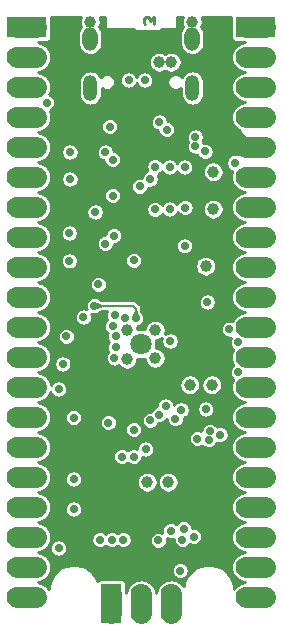
<source format=gbr>
G04 #@! TF.GenerationSoftware,KiCad,Pcbnew,5.1.12-84ad8e8a86~92~ubuntu18.04.1*
G04 #@! TF.CreationDate,2023-05-05T14:43:28+03:00*
G04 #@! TF.ProjectId,RP2040-PICO30_Rev_A,52503230-3430-42d5-9049-434f33305f52,A*
G04 #@! TF.SameCoordinates,Original*
G04 #@! TF.FileFunction,Copper,L3,Inr*
G04 #@! TF.FilePolarity,Positive*
%FSLAX46Y46*%
G04 Gerber Fmt 4.6, Leading zero omitted, Abs format (unit mm)*
G04 Created by KiCad (PCBNEW 5.1.12-84ad8e8a86~92~ubuntu18.04.1) date 2023-05-05 14:43:28*
%MOMM*%
%LPD*%
G01*
G04 APERTURE LIST*
G04 #@! TA.AperFunction,NonConductor*
%ADD10C,0.222250*%
G04 #@! TD*
G04 #@! TA.AperFunction,ComponentPad*
%ADD11C,1.000000*%
G04 #@! TD*
G04 #@! TA.AperFunction,ComponentPad*
%ADD12C,1.800000*%
G04 #@! TD*
G04 #@! TA.AperFunction,ComponentPad*
%ADD13C,1.778000*%
G04 #@! TD*
G04 #@! TA.AperFunction,ComponentPad*
%ADD14R,1.778000X1.778000*%
G04 #@! TD*
G04 #@! TA.AperFunction,ComponentPad*
%ADD15O,1.200000X2.200000*%
G04 #@! TD*
G04 #@! TA.AperFunction,ComponentPad*
%ADD16O,1.300000X2.000000*%
G04 #@! TD*
G04 #@! TA.AperFunction,ViaPad*
%ADD17C,0.700000*%
G04 #@! TD*
G04 #@! TA.AperFunction,ViaPad*
%ADD18C,1.000000*%
G04 #@! TD*
G04 #@! TA.AperFunction,Conductor*
%ADD19C,1.778000*%
G04 #@! TD*
G04 #@! TA.AperFunction,Conductor*
%ADD20C,1.524000*%
G04 #@! TD*
G04 #@! TA.AperFunction,Conductor*
%ADD21C,0.200000*%
G04 #@! TD*
G04 #@! TA.AperFunction,Conductor*
%ADD22C,0.254000*%
G04 #@! TD*
G04 #@! TA.AperFunction,Conductor*
%ADD23C,0.100000*%
G04 #@! TD*
G04 #@! TA.AperFunction,Conductor*
%ADD24C,0.025400*%
G04 #@! TD*
G04 APERTURE END LIST*
D10*
X151616833Y-65574333D02*
X151616833Y-65024000D01*
X151278166Y-65320333D01*
X151278166Y-65193333D01*
X151235833Y-65108666D01*
X151193500Y-65066333D01*
X151108833Y-65024000D01*
X150897166Y-65024000D01*
X150812500Y-65066333D01*
X150770166Y-65108666D01*
X150727833Y-65193333D01*
X150727833Y-65447333D01*
X150770166Y-65532000D01*
X150812500Y-65574333D01*
D11*
X151695000Y-93910000D03*
X149295000Y-93980000D03*
D12*
X150495000Y-92710000D03*
D11*
X151695000Y-91510000D03*
X149295000Y-91510000D03*
D13*
X141610000Y-73490000D03*
X141610000Y-70950000D03*
X141610000Y-68410000D03*
D14*
X141610000Y-65870000D03*
D13*
X141610000Y-76030000D03*
X141610000Y-78570000D03*
X141610000Y-83650000D03*
X141610000Y-81110000D03*
X141610000Y-86190000D03*
X141610000Y-88730000D03*
X141610000Y-93810000D03*
X141610000Y-91270000D03*
X141610000Y-96350000D03*
X141610000Y-98890000D03*
X141610000Y-103970000D03*
X141610000Y-101430000D03*
X141610000Y-111590000D03*
X141610000Y-114130000D03*
X141610000Y-109050000D03*
X141610000Y-106510000D03*
X159390000Y-73490000D03*
X159390000Y-70950000D03*
X159390000Y-68410000D03*
D14*
X159390000Y-65870000D03*
D13*
X159390000Y-76030000D03*
X159390000Y-78570000D03*
X159390000Y-83650000D03*
X159390000Y-81110000D03*
X159390000Y-86190000D03*
X159390000Y-88730000D03*
X159390000Y-93810000D03*
X159390000Y-91270000D03*
X159390000Y-96350000D03*
X159390000Y-98890000D03*
X159390000Y-103970000D03*
X159390000Y-101430000D03*
X159390000Y-111590000D03*
X159390000Y-114130000D03*
X159390000Y-109050000D03*
X159390000Y-106510000D03*
D14*
X147960000Y-113900000D03*
D13*
X150500000Y-113900000D03*
X153040000Y-113900000D03*
X153040000Y-115500000D03*
X150500000Y-115500000D03*
D14*
X147960000Y-115500000D03*
D13*
X140000000Y-106510000D03*
X140000000Y-109050000D03*
X140000000Y-114130000D03*
X140000000Y-111590000D03*
X140000000Y-101430000D03*
X140000000Y-103970000D03*
X140000000Y-98890000D03*
X140000000Y-96350000D03*
X140000000Y-91270000D03*
X140000000Y-93810000D03*
X140000000Y-88730000D03*
X140000000Y-86190000D03*
X140000000Y-81110000D03*
X140000000Y-83650000D03*
X140000000Y-78570000D03*
X140000000Y-76030000D03*
D14*
X140000000Y-65870000D03*
D13*
X140000000Y-68410000D03*
X140000000Y-70950000D03*
X140000000Y-73490000D03*
X161000000Y-73490000D03*
X161000000Y-70950000D03*
X161000000Y-68410000D03*
D14*
X161000000Y-65870000D03*
D13*
X161000000Y-76030000D03*
X161000000Y-78570000D03*
X161000000Y-83650000D03*
X161000000Y-81110000D03*
X161000000Y-86190000D03*
X161000000Y-88730000D03*
X161000000Y-93810000D03*
X161000000Y-91270000D03*
X161000000Y-96350000D03*
X161000000Y-98890000D03*
X161000000Y-103970000D03*
X161000000Y-101430000D03*
X161000000Y-111590000D03*
X161000000Y-114130000D03*
X161000000Y-109050000D03*
X161000000Y-106510000D03*
D15*
X154820000Y-71030000D03*
D16*
X154820000Y-66850000D03*
X146180000Y-66850000D03*
D15*
X146180000Y-71030000D03*
D17*
X148082000Y-77089000D03*
X155067000Y-75184000D03*
X152654000Y-74549000D03*
X152019000Y-73914000D03*
X147447000Y-76454000D03*
D18*
X155944979Y-86106000D03*
D17*
X156083000Y-89154000D03*
X154208012Y-81153857D03*
X149864960Y-85616232D03*
X155064612Y-75945523D03*
X144462500Y-76454000D03*
X144462500Y-78740000D03*
X158713373Y-95079999D03*
D18*
X152781000Y-104394000D03*
X151003000Y-104394000D03*
X154597010Y-96139000D03*
D17*
X150876000Y-101600000D03*
X149860000Y-102235000D03*
X148844000Y-102235000D03*
X156210000Y-100812600D03*
X144399000Y-85661500D03*
X144399000Y-83312000D03*
X147716008Y-99366582D03*
X144764990Y-106680000D03*
X144764990Y-104136560D03*
X144764990Y-98948127D03*
X143864982Y-94386399D03*
X147002500Y-109274957D03*
X154081660Y-108331443D03*
X156311600Y-100101400D03*
D18*
X146177000Y-65405000D03*
X154813000Y-65405000D03*
D17*
X149435390Y-70358000D03*
X150803393Y-70355229D03*
X151003000Y-73914000D03*
X150368000Y-74549000D03*
X149796500Y-86614000D03*
X155956000Y-84074000D03*
X147450002Y-82677000D03*
X151661984Y-102973016D03*
D18*
X154432000Y-106172000D03*
X152781000Y-106172000D03*
X153543000Y-107188000D03*
X152019000Y-107188000D03*
X154813000Y-107188000D03*
D17*
X151702176Y-100980010D03*
X154447010Y-87657714D03*
X154447010Y-89651664D03*
X148903360Y-100023847D03*
X145628132Y-89463878D03*
X144843500Y-94392886D03*
X155998010Y-93239451D03*
X149860000Y-99949000D03*
X154162990Y-84387002D03*
X152037243Y-98672449D03*
X151272010Y-99154009D03*
X151257000Y-78740000D03*
X152565158Y-97943527D03*
X146592021Y-81533523D03*
X158424454Y-77365009D03*
D18*
X156591000Y-78105000D03*
X156591000Y-81280000D03*
X156464000Y-96139000D03*
X152019006Y-68834000D03*
X153035000Y-68834000D03*
D17*
X147827992Y-74295000D03*
X152938254Y-92456000D03*
X143510000Y-109982000D03*
X143494990Y-96520000D03*
X150021802Y-90500473D03*
X146541788Y-89454305D03*
X148214263Y-93877991D03*
X153000005Y-108492995D03*
X148336000Y-92964000D03*
X153987500Y-109259956D03*
X154940000Y-109008010D03*
X144160127Y-92059873D03*
X148336283Y-92063989D03*
X151941800Y-109316058D03*
X148018500Y-109274957D03*
X142494000Y-72262986D03*
X145605488Y-90424000D03*
X148082000Y-91186000D03*
X148968023Y-109274957D03*
X155966052Y-98213054D03*
X157168628Y-100380800D03*
X157961446Y-91443219D03*
X153797000Y-111887000D03*
X153390472Y-99036328D03*
X153865783Y-98272063D03*
X158706619Y-92536390D03*
X155913990Y-76397462D03*
X155244125Y-100724828D03*
X148082000Y-80137000D03*
X150358991Y-79362994D03*
X148178328Y-83520318D03*
X151659498Y-77681004D03*
X152908000Y-77724000D03*
X147447000Y-84201000D03*
X154178000Y-77724000D03*
X149122170Y-90474316D03*
X152908000Y-81280000D03*
X148248044Y-90260012D03*
X151654974Y-81296974D03*
X146862800Y-87650020D03*
D19*
X140000000Y-70950000D02*
X141435000Y-70950000D01*
X141610000Y-70950000D02*
X141435000Y-70950000D01*
X140000000Y-83650000D02*
X141435000Y-83650000D01*
X141610000Y-83650000D02*
X141435000Y-83650000D01*
X150500000Y-115500000D02*
X150500000Y-114305000D01*
X150500000Y-114305000D02*
X150495000Y-114300000D01*
X150500000Y-113900000D02*
X150500000Y-114305000D01*
X161000000Y-83650000D02*
X159555000Y-83650000D01*
X159390000Y-83650000D02*
X159555000Y-83650000D01*
X161000000Y-70950000D02*
X159555000Y-70950000D01*
X159390000Y-70950000D02*
X159555000Y-70950000D01*
D20*
X159390000Y-76030000D02*
X157904000Y-76030000D01*
X157904000Y-76030000D02*
X157353000Y-76581000D01*
D19*
X161000000Y-76030000D02*
X159555000Y-76030000D01*
X159390000Y-76030000D02*
X159555000Y-76030000D01*
X153040000Y-115500000D02*
X153040000Y-114305000D01*
X153040000Y-113900000D02*
X153040000Y-114305000D01*
X147960000Y-115500000D02*
X147960000Y-114305000D01*
X147960000Y-113900000D02*
X147960000Y-114305000D01*
X161000000Y-91270000D02*
X159850000Y-91270000D01*
X159390000Y-91270000D02*
X159850000Y-91270000D01*
X161000000Y-68410000D02*
X159555000Y-68410000D01*
X159390000Y-68410000D02*
X159555000Y-68410000D01*
X161000000Y-65870000D02*
X159555000Y-65870000D01*
X159390000Y-65870000D02*
X159555000Y-65870000D01*
X140000000Y-106510000D02*
X141435000Y-106510000D01*
X141610000Y-106510000D02*
X141435000Y-106510000D01*
X140000000Y-109050000D02*
X141435000Y-109050000D01*
X141610000Y-109050000D02*
X141435000Y-109050000D01*
X140000000Y-114130000D02*
X141435000Y-114130000D01*
X141610000Y-114130000D02*
X141435000Y-114130000D01*
X140000000Y-111590000D02*
X141435000Y-111590000D01*
X141610000Y-111590000D02*
X141435000Y-111590000D01*
X140000000Y-101430000D02*
X141435000Y-101430000D01*
X141610000Y-101430000D02*
X141435000Y-101430000D01*
X140000000Y-103970000D02*
X141435000Y-103970000D01*
X141610000Y-103970000D02*
X141435000Y-103970000D01*
X140000000Y-98890000D02*
X141435000Y-98890000D01*
X141610000Y-98890000D02*
X141435000Y-98890000D01*
D21*
X149779305Y-89454305D02*
X146541788Y-89454305D01*
X150021802Y-90500473D02*
X150021802Y-89696802D01*
X150021802Y-89696802D02*
X149779305Y-89454305D01*
D19*
X140000000Y-96350000D02*
X141435000Y-96350000D01*
X141610000Y-96350000D02*
X141435000Y-96350000D01*
X140000000Y-91270000D02*
X141435000Y-91270000D01*
X141610000Y-91270000D02*
X141435000Y-91270000D01*
X140000000Y-93810000D02*
X141435000Y-93810000D01*
X141610000Y-93810000D02*
X141435000Y-93810000D01*
X140000000Y-88730000D02*
X141435000Y-88730000D01*
X141610000Y-88730000D02*
X141435000Y-88730000D01*
X140000000Y-86190000D02*
X141435000Y-86190000D01*
X141610000Y-86190000D02*
X141435000Y-86190000D01*
X140000000Y-81110000D02*
X141435000Y-81110000D01*
X141610000Y-81110000D02*
X141435000Y-81110000D01*
X140000000Y-78570000D02*
X141435000Y-78570000D01*
X141610000Y-78570000D02*
X141435000Y-78570000D01*
X140000000Y-76030000D02*
X141435000Y-76030000D01*
X141610000Y-76030000D02*
X141435000Y-76030000D01*
X140000000Y-65870000D02*
X141140000Y-65870000D01*
X141610000Y-65870000D02*
X141140000Y-65870000D01*
X140000000Y-68410000D02*
X141435000Y-68410000D01*
X141610000Y-68410000D02*
X141435000Y-68410000D01*
X140000000Y-73490000D02*
X141435000Y-73490000D01*
X141610000Y-73490000D02*
X141435000Y-73490000D01*
X161000000Y-106510000D02*
X159555000Y-106510000D01*
X159390000Y-106510000D02*
X159555000Y-106510000D01*
X161000000Y-109050000D02*
X159555000Y-109050000D01*
X159390000Y-109050000D02*
X159555000Y-109050000D01*
X161000000Y-114130000D02*
X159555000Y-114130000D01*
X159390000Y-114130000D02*
X159555000Y-114130000D01*
X161000000Y-111590000D02*
X159555000Y-111590000D01*
X159390000Y-111590000D02*
X159555000Y-111590000D01*
X161000000Y-101430000D02*
X159555000Y-101430000D01*
X159390000Y-101430000D02*
X159555000Y-101430000D01*
X161000000Y-103970000D02*
X159555000Y-103970000D01*
X159390000Y-103970000D02*
X159555000Y-103970000D01*
X161000000Y-98890000D02*
X159555000Y-98890000D01*
X159390000Y-98890000D02*
X159555000Y-98890000D01*
X161000000Y-96350000D02*
X159555000Y-96350000D01*
X159390000Y-96350000D02*
X159555000Y-96350000D01*
X161000000Y-93810000D02*
X159573096Y-93810000D01*
X159390000Y-93810000D02*
X159573096Y-93810000D01*
X161000000Y-88730000D02*
X159555000Y-88730000D01*
X159390000Y-88730000D02*
X159555000Y-88730000D01*
X161000000Y-86190000D02*
X159555000Y-86190000D01*
X159390000Y-86190000D02*
X159555000Y-86190000D01*
X161000000Y-81110000D02*
X159555000Y-81110000D01*
X159390000Y-81110000D02*
X159555000Y-81110000D01*
X161000000Y-78570000D02*
X159555000Y-78570000D01*
X159390000Y-78570000D02*
X159555000Y-78570000D01*
X161000000Y-73490000D02*
X159555000Y-73490000D01*
X159390000Y-73490000D02*
X159555000Y-73490000D01*
D22*
X145329856Y-65148022D02*
X145296000Y-65318229D01*
X145296000Y-65491771D01*
X145329856Y-65661978D01*
X145396268Y-65822310D01*
X145399029Y-65826443D01*
X145318608Y-65924436D01*
X145222873Y-66103545D01*
X145163918Y-66297889D01*
X145149000Y-66449355D01*
X145149000Y-67250644D01*
X145163918Y-67402110D01*
X145222872Y-67596454D01*
X145318607Y-67775564D01*
X145447446Y-67932554D01*
X145604436Y-68061393D01*
X145783545Y-68157128D01*
X145977889Y-68216082D01*
X146180000Y-68235988D01*
X146382110Y-68216082D01*
X146576454Y-68157128D01*
X146755564Y-68061393D01*
X146912554Y-67932554D01*
X147041393Y-67775564D01*
X147137128Y-67596455D01*
X147196082Y-67402111D01*
X147211000Y-67250645D01*
X147211000Y-66449356D01*
X147196082Y-66297890D01*
X147137128Y-66103545D01*
X147041393Y-65924436D01*
X146957664Y-65822412D01*
X146957732Y-65822310D01*
X147024144Y-65661978D01*
X147058000Y-65491771D01*
X147058000Y-65318229D01*
X147024144Y-65148022D01*
X146966145Y-65008000D01*
X147447000Y-65008000D01*
X147447000Y-65913000D01*
X147449440Y-65937776D01*
X147456667Y-65961601D01*
X147468403Y-65983557D01*
X147484197Y-66002803D01*
X147503443Y-66018597D01*
X147525399Y-66030333D01*
X147549224Y-66037560D01*
X147574000Y-66040000D01*
X149888893Y-66040000D01*
X149888893Y-66193459D01*
X152206643Y-66193459D01*
X152206643Y-66040000D01*
X153416000Y-66040000D01*
X153440776Y-66037560D01*
X153464601Y-66030333D01*
X153486557Y-66018597D01*
X153505803Y-66002803D01*
X153521597Y-65983557D01*
X153533333Y-65961601D01*
X153540560Y-65937776D01*
X153543000Y-65913000D01*
X153543000Y-65008000D01*
X154023855Y-65008000D01*
X153965856Y-65148022D01*
X153932000Y-65318229D01*
X153932000Y-65491771D01*
X153965856Y-65661978D01*
X154032268Y-65822310D01*
X154036825Y-65829129D01*
X153958608Y-65924436D01*
X153862873Y-66103545D01*
X153803918Y-66297889D01*
X153789000Y-66449355D01*
X153789000Y-67250644D01*
X153803918Y-67402110D01*
X153862872Y-67596454D01*
X153958607Y-67775564D01*
X154087446Y-67932554D01*
X154244436Y-68061393D01*
X154423545Y-68157128D01*
X154617889Y-68216082D01*
X154820000Y-68235988D01*
X155022110Y-68216082D01*
X155216454Y-68157128D01*
X155395564Y-68061393D01*
X155552554Y-67932554D01*
X155681393Y-67775564D01*
X155777128Y-67596455D01*
X155836082Y-67402111D01*
X155851000Y-67250645D01*
X155851000Y-66449356D01*
X155836082Y-66297890D01*
X155777128Y-66103545D01*
X155681393Y-65924436D01*
X155595023Y-65819194D01*
X155660144Y-65661978D01*
X155694000Y-65491771D01*
X155694000Y-65318229D01*
X155660144Y-65148022D01*
X155602145Y-65008000D01*
X158118157Y-65008000D01*
X158118157Y-65826332D01*
X158113856Y-65870000D01*
X158118157Y-65913668D01*
X158118157Y-66759000D01*
X158125513Y-66833689D01*
X158147299Y-66905508D01*
X158182678Y-66971696D01*
X158230289Y-67029711D01*
X158288304Y-67077322D01*
X158354492Y-67112701D01*
X158426311Y-67134487D01*
X158501000Y-67141843D01*
X159255651Y-67141843D01*
X159203415Y-67152233D01*
X159141037Y-67158377D01*
X159081059Y-67176571D01*
X159019555Y-67188805D01*
X158961620Y-67212803D01*
X158901641Y-67230997D01*
X158846361Y-67260545D01*
X158788429Y-67284541D01*
X158736296Y-67319375D01*
X158681012Y-67348925D01*
X158632555Y-67388693D01*
X158580422Y-67423527D01*
X158536086Y-67467863D01*
X158487630Y-67507630D01*
X158447863Y-67556086D01*
X158403527Y-67600422D01*
X158368693Y-67652555D01*
X158328925Y-67701012D01*
X158299375Y-67756296D01*
X158264541Y-67808429D01*
X158240545Y-67866361D01*
X158210997Y-67921641D01*
X158192803Y-67981620D01*
X158168805Y-68039555D01*
X158156571Y-68101059D01*
X158138377Y-68161037D01*
X158132233Y-68223415D01*
X158120000Y-68284916D01*
X158120000Y-68347620D01*
X158113856Y-68410000D01*
X158120000Y-68472380D01*
X158120000Y-68535084D01*
X158132233Y-68596585D01*
X158138377Y-68658963D01*
X158156571Y-68718941D01*
X158168805Y-68780445D01*
X158192803Y-68838380D01*
X158210997Y-68898359D01*
X158240545Y-68953639D01*
X158264541Y-69011571D01*
X158299375Y-69063704D01*
X158328925Y-69118988D01*
X158368693Y-69167445D01*
X158403527Y-69219578D01*
X158447863Y-69263914D01*
X158487630Y-69312370D01*
X158536086Y-69352137D01*
X158580422Y-69396473D01*
X158632555Y-69431307D01*
X158681012Y-69471075D01*
X158736296Y-69500625D01*
X158788429Y-69535459D01*
X158846361Y-69559455D01*
X158901641Y-69589003D01*
X158961620Y-69607197D01*
X159019555Y-69631195D01*
X159081059Y-69643429D01*
X159141037Y-69661623D01*
X159203415Y-69667767D01*
X159264916Y-69680000D01*
X159203415Y-69692233D01*
X159141037Y-69698377D01*
X159081059Y-69716571D01*
X159019555Y-69728805D01*
X158961620Y-69752803D01*
X158901641Y-69770997D01*
X158846361Y-69800545D01*
X158788429Y-69824541D01*
X158736296Y-69859375D01*
X158681012Y-69888925D01*
X158632555Y-69928693D01*
X158580422Y-69963527D01*
X158536086Y-70007863D01*
X158487630Y-70047630D01*
X158447863Y-70096086D01*
X158403527Y-70140422D01*
X158368693Y-70192555D01*
X158328925Y-70241012D01*
X158299375Y-70296296D01*
X158264541Y-70348429D01*
X158240545Y-70406361D01*
X158210997Y-70461641D01*
X158192803Y-70521620D01*
X158168805Y-70579555D01*
X158156571Y-70641059D01*
X158138377Y-70701037D01*
X158132233Y-70763415D01*
X158120000Y-70824916D01*
X158120000Y-70887620D01*
X158113856Y-70950000D01*
X158120000Y-71012380D01*
X158120000Y-71075084D01*
X158132233Y-71136585D01*
X158138377Y-71198963D01*
X158156571Y-71258941D01*
X158168805Y-71320445D01*
X158192803Y-71378380D01*
X158210997Y-71438359D01*
X158240545Y-71493639D01*
X158264541Y-71551571D01*
X158299375Y-71603704D01*
X158328925Y-71658988D01*
X158368693Y-71707445D01*
X158403527Y-71759578D01*
X158447863Y-71803914D01*
X158487630Y-71852370D01*
X158536086Y-71892137D01*
X158580422Y-71936473D01*
X158632555Y-71971307D01*
X158681012Y-72011075D01*
X158736296Y-72040625D01*
X158788429Y-72075459D01*
X158846361Y-72099455D01*
X158901641Y-72129003D01*
X158961620Y-72147197D01*
X159019555Y-72171195D01*
X159081059Y-72183429D01*
X159141037Y-72201623D01*
X159203415Y-72207767D01*
X159264916Y-72220000D01*
X159203415Y-72232233D01*
X159141037Y-72238377D01*
X159081059Y-72256571D01*
X159019555Y-72268805D01*
X158961620Y-72292803D01*
X158901641Y-72310997D01*
X158846361Y-72340545D01*
X158788429Y-72364541D01*
X158736296Y-72399375D01*
X158681012Y-72428925D01*
X158632555Y-72468693D01*
X158580422Y-72503527D01*
X158536086Y-72547863D01*
X158487630Y-72587630D01*
X158447863Y-72636086D01*
X158403527Y-72680422D01*
X158368693Y-72732555D01*
X158328925Y-72781012D01*
X158299375Y-72836296D01*
X158264541Y-72888429D01*
X158240545Y-72946361D01*
X158210997Y-73001641D01*
X158192803Y-73061620D01*
X158168805Y-73119555D01*
X158156571Y-73181059D01*
X158138377Y-73241037D01*
X158132233Y-73303415D01*
X158120000Y-73364916D01*
X158120000Y-73427620D01*
X158113856Y-73490000D01*
X158120000Y-73552380D01*
X158120000Y-73615084D01*
X158132233Y-73676585D01*
X158138377Y-73738963D01*
X158156571Y-73798941D01*
X158168805Y-73860445D01*
X158192803Y-73918380D01*
X158210997Y-73978359D01*
X158240545Y-74033639D01*
X158264541Y-74091571D01*
X158299375Y-74143704D01*
X158328925Y-74198988D01*
X158368693Y-74247445D01*
X158403527Y-74299578D01*
X158447863Y-74343914D01*
X158487630Y-74392370D01*
X158536086Y-74432137D01*
X158580422Y-74476473D01*
X158632555Y-74511307D01*
X158681012Y-74551075D01*
X158736296Y-74580625D01*
X158788429Y-74615459D01*
X158846361Y-74639455D01*
X158898859Y-74667516D01*
X158847536Y-74769115D01*
X159385000Y-75306580D01*
X159385000Y-76753420D01*
X159375858Y-76762563D01*
X158657437Y-76044142D01*
X158671580Y-76030000D01*
X158129115Y-75487536D01*
X157922651Y-75591831D01*
X157865363Y-75886515D01*
X157866666Y-76186714D01*
X157922651Y-76468169D01*
X158129113Y-76572463D01*
X157948378Y-76753198D01*
X157978800Y-76783620D01*
X157958469Y-76797204D01*
X157856649Y-76899024D01*
X157776650Y-77018751D01*
X157721546Y-77151784D01*
X157693454Y-77293012D01*
X157693454Y-77437006D01*
X157721546Y-77578234D01*
X157776650Y-77711267D01*
X157856649Y-77830994D01*
X157958469Y-77932814D01*
X158078196Y-78012813D01*
X158211229Y-78067917D01*
X158217650Y-78069194D01*
X158210997Y-78081641D01*
X158192803Y-78141620D01*
X158168805Y-78199555D01*
X158156571Y-78261059D01*
X158138377Y-78321037D01*
X158132233Y-78383415D01*
X158120000Y-78444916D01*
X158120000Y-78507620D01*
X158113856Y-78570000D01*
X158120000Y-78632380D01*
X158120000Y-78695084D01*
X158132233Y-78756585D01*
X158138377Y-78818963D01*
X158156571Y-78878941D01*
X158168805Y-78940445D01*
X158192803Y-78998380D01*
X158210997Y-79058359D01*
X158240545Y-79113639D01*
X158264541Y-79171571D01*
X158299375Y-79223704D01*
X158328925Y-79278988D01*
X158368693Y-79327445D01*
X158403527Y-79379578D01*
X158447863Y-79423914D01*
X158487630Y-79472370D01*
X158536086Y-79512137D01*
X158580422Y-79556473D01*
X158632555Y-79591307D01*
X158681012Y-79631075D01*
X158736296Y-79660625D01*
X158788429Y-79695459D01*
X158846361Y-79719455D01*
X158901641Y-79749003D01*
X158961620Y-79767197D01*
X159019555Y-79791195D01*
X159081059Y-79803429D01*
X159141037Y-79821623D01*
X159203415Y-79827767D01*
X159264916Y-79840000D01*
X159203415Y-79852233D01*
X159141037Y-79858377D01*
X159081059Y-79876571D01*
X159019555Y-79888805D01*
X158961620Y-79912803D01*
X158901641Y-79930997D01*
X158846361Y-79960545D01*
X158788429Y-79984541D01*
X158736296Y-80019375D01*
X158681012Y-80048925D01*
X158632555Y-80088693D01*
X158580422Y-80123527D01*
X158536086Y-80167863D01*
X158487630Y-80207630D01*
X158447863Y-80256086D01*
X158403527Y-80300422D01*
X158368693Y-80352555D01*
X158328925Y-80401012D01*
X158299375Y-80456296D01*
X158264541Y-80508429D01*
X158240545Y-80566361D01*
X158210997Y-80621641D01*
X158192803Y-80681620D01*
X158168805Y-80739555D01*
X158156571Y-80801059D01*
X158138377Y-80861037D01*
X158132233Y-80923415D01*
X158120000Y-80984916D01*
X158120000Y-81047620D01*
X158113856Y-81110000D01*
X158120000Y-81172380D01*
X158120000Y-81235084D01*
X158132233Y-81296585D01*
X158138377Y-81358963D01*
X158156571Y-81418941D01*
X158168805Y-81480445D01*
X158192803Y-81538380D01*
X158210997Y-81598359D01*
X158240545Y-81653639D01*
X158264541Y-81711571D01*
X158299375Y-81763704D01*
X158328925Y-81818988D01*
X158368693Y-81867445D01*
X158403527Y-81919578D01*
X158447863Y-81963914D01*
X158487630Y-82012370D01*
X158536086Y-82052137D01*
X158580422Y-82096473D01*
X158632555Y-82131307D01*
X158681012Y-82171075D01*
X158736296Y-82200625D01*
X158788429Y-82235459D01*
X158846361Y-82259455D01*
X158901641Y-82289003D01*
X158961620Y-82307197D01*
X159019555Y-82331195D01*
X159081059Y-82343429D01*
X159141037Y-82361623D01*
X159203415Y-82367767D01*
X159264916Y-82380000D01*
X159203415Y-82392233D01*
X159141037Y-82398377D01*
X159081059Y-82416571D01*
X159019555Y-82428805D01*
X158961620Y-82452803D01*
X158901641Y-82470997D01*
X158846361Y-82500545D01*
X158788429Y-82524541D01*
X158736296Y-82559375D01*
X158681012Y-82588925D01*
X158632555Y-82628693D01*
X158580422Y-82663527D01*
X158536086Y-82707863D01*
X158487630Y-82747630D01*
X158447863Y-82796086D01*
X158403527Y-82840422D01*
X158368693Y-82892555D01*
X158328925Y-82941012D01*
X158299375Y-82996296D01*
X158264541Y-83048429D01*
X158240545Y-83106361D01*
X158210997Y-83161641D01*
X158192803Y-83221620D01*
X158168805Y-83279555D01*
X158156571Y-83341059D01*
X158138377Y-83401037D01*
X158132233Y-83463415D01*
X158120000Y-83524916D01*
X158120000Y-83587620D01*
X158113856Y-83650000D01*
X158120000Y-83712380D01*
X158120000Y-83775084D01*
X158132233Y-83836585D01*
X158138377Y-83898963D01*
X158156571Y-83958941D01*
X158168805Y-84020445D01*
X158192803Y-84078380D01*
X158210997Y-84138359D01*
X158240545Y-84193639D01*
X158264541Y-84251571D01*
X158299375Y-84303704D01*
X158328925Y-84358988D01*
X158368693Y-84407445D01*
X158403527Y-84459578D01*
X158447863Y-84503914D01*
X158487630Y-84552370D01*
X158536086Y-84592137D01*
X158580422Y-84636473D01*
X158632555Y-84671307D01*
X158681012Y-84711075D01*
X158736296Y-84740625D01*
X158788429Y-84775459D01*
X158846361Y-84799455D01*
X158901641Y-84829003D01*
X158961620Y-84847197D01*
X159019555Y-84871195D01*
X159081059Y-84883429D01*
X159141037Y-84901623D01*
X159203415Y-84907767D01*
X159264916Y-84920000D01*
X159203415Y-84932233D01*
X159141037Y-84938377D01*
X159081059Y-84956571D01*
X159019555Y-84968805D01*
X158961620Y-84992803D01*
X158901641Y-85010997D01*
X158846361Y-85040545D01*
X158788429Y-85064541D01*
X158736296Y-85099375D01*
X158681012Y-85128925D01*
X158632555Y-85168693D01*
X158580422Y-85203527D01*
X158536086Y-85247863D01*
X158487630Y-85287630D01*
X158447863Y-85336086D01*
X158403527Y-85380422D01*
X158368693Y-85432555D01*
X158328925Y-85481012D01*
X158299375Y-85536296D01*
X158264541Y-85588429D01*
X158240545Y-85646361D01*
X158210997Y-85701641D01*
X158192803Y-85761620D01*
X158168805Y-85819555D01*
X158156571Y-85881059D01*
X158138377Y-85941037D01*
X158132233Y-86003415D01*
X158120000Y-86064916D01*
X158120000Y-86127620D01*
X158113856Y-86190000D01*
X158120000Y-86252380D01*
X158120000Y-86315084D01*
X158132233Y-86376585D01*
X158138377Y-86438963D01*
X158156571Y-86498941D01*
X158168805Y-86560445D01*
X158192803Y-86618380D01*
X158210997Y-86678359D01*
X158240545Y-86733639D01*
X158264541Y-86791571D01*
X158299375Y-86843704D01*
X158328925Y-86898988D01*
X158368693Y-86947445D01*
X158403527Y-86999578D01*
X158447863Y-87043914D01*
X158487630Y-87092370D01*
X158536086Y-87132137D01*
X158580422Y-87176473D01*
X158632555Y-87211307D01*
X158681012Y-87251075D01*
X158736296Y-87280625D01*
X158788429Y-87315459D01*
X158846361Y-87339455D01*
X158901641Y-87369003D01*
X158961620Y-87387197D01*
X159019555Y-87411195D01*
X159081059Y-87423429D01*
X159141037Y-87441623D01*
X159203415Y-87447767D01*
X159264916Y-87460000D01*
X159203415Y-87472233D01*
X159141037Y-87478377D01*
X159081059Y-87496571D01*
X159019555Y-87508805D01*
X158961620Y-87532803D01*
X158901641Y-87550997D01*
X158846361Y-87580545D01*
X158788429Y-87604541D01*
X158736296Y-87639375D01*
X158681012Y-87668925D01*
X158632555Y-87708693D01*
X158580422Y-87743527D01*
X158536086Y-87787863D01*
X158487630Y-87827630D01*
X158447863Y-87876086D01*
X158403527Y-87920422D01*
X158368693Y-87972555D01*
X158328925Y-88021012D01*
X158299375Y-88076296D01*
X158264541Y-88128429D01*
X158240545Y-88186361D01*
X158210997Y-88241641D01*
X158192803Y-88301620D01*
X158168805Y-88359555D01*
X158156571Y-88421059D01*
X158138377Y-88481037D01*
X158132233Y-88543415D01*
X158120000Y-88604916D01*
X158120000Y-88667620D01*
X158113856Y-88730000D01*
X158120000Y-88792380D01*
X158120000Y-88855084D01*
X158132233Y-88916585D01*
X158138377Y-88978963D01*
X158156571Y-89038941D01*
X158168805Y-89100445D01*
X158192803Y-89158380D01*
X158210997Y-89218359D01*
X158240545Y-89273639D01*
X158264541Y-89331571D01*
X158299375Y-89383704D01*
X158328925Y-89438988D01*
X158368693Y-89487445D01*
X158403527Y-89539578D01*
X158447863Y-89583914D01*
X158487630Y-89632370D01*
X158536086Y-89672137D01*
X158580422Y-89716473D01*
X158632555Y-89751307D01*
X158681012Y-89791075D01*
X158736296Y-89820625D01*
X158788429Y-89855459D01*
X158846361Y-89879455D01*
X158901641Y-89909003D01*
X158961620Y-89927197D01*
X159019555Y-89951195D01*
X159081059Y-89963429D01*
X159141037Y-89981623D01*
X159203415Y-89987767D01*
X159264916Y-90000000D01*
X159203415Y-90012233D01*
X159141037Y-90018377D01*
X159081059Y-90036571D01*
X159019555Y-90048805D01*
X158961620Y-90072803D01*
X158901641Y-90090997D01*
X158846361Y-90120545D01*
X158788429Y-90144541D01*
X158736296Y-90179375D01*
X158681012Y-90208925D01*
X158632555Y-90248693D01*
X158580422Y-90283527D01*
X158536086Y-90327863D01*
X158487630Y-90367630D01*
X158447863Y-90416086D01*
X158403527Y-90460422D01*
X158368693Y-90512555D01*
X158328925Y-90561012D01*
X158299375Y-90616296D01*
X158264541Y-90668429D01*
X158240545Y-90726361D01*
X158222499Y-90760122D01*
X158174671Y-90740311D01*
X158033443Y-90712219D01*
X157889449Y-90712219D01*
X157748221Y-90740311D01*
X157615188Y-90795415D01*
X157495461Y-90875414D01*
X157393641Y-90977234D01*
X157313642Y-91096961D01*
X157258538Y-91229994D01*
X157230446Y-91371222D01*
X157230446Y-91515216D01*
X157258538Y-91656444D01*
X157313642Y-91789477D01*
X157393641Y-91909204D01*
X157495461Y-92011024D01*
X157615188Y-92091023D01*
X157748221Y-92146127D01*
X157889449Y-92174219D01*
X158033443Y-92174219D01*
X158074967Y-92165959D01*
X158058815Y-92190132D01*
X158003711Y-92323165D01*
X157975619Y-92464393D01*
X157975619Y-92608387D01*
X158003711Y-92749615D01*
X158058815Y-92882648D01*
X158138814Y-93002375D01*
X158240634Y-93104195D01*
X158304437Y-93146827D01*
X158299375Y-93156296D01*
X158264541Y-93208429D01*
X158240545Y-93266361D01*
X158210997Y-93321641D01*
X158192803Y-93381620D01*
X158168805Y-93439555D01*
X158156571Y-93501059D01*
X158138377Y-93561037D01*
X158132233Y-93623415D01*
X158120000Y-93684916D01*
X158120000Y-93747620D01*
X158113856Y-93810000D01*
X158120000Y-93872380D01*
X158120000Y-93935084D01*
X158132233Y-93996585D01*
X158138377Y-94058963D01*
X158156571Y-94118941D01*
X158168805Y-94180445D01*
X158192803Y-94238380D01*
X158210997Y-94298359D01*
X158240545Y-94353639D01*
X158264541Y-94411571D01*
X158299375Y-94463704D01*
X158304792Y-94473838D01*
X158247388Y-94512194D01*
X158145568Y-94614014D01*
X158065569Y-94733741D01*
X158010465Y-94866774D01*
X157982373Y-95008002D01*
X157982373Y-95151996D01*
X158010465Y-95293224D01*
X158065569Y-95426257D01*
X158145568Y-95545984D01*
X158247388Y-95647804D01*
X158304793Y-95686161D01*
X158299375Y-95696296D01*
X158264541Y-95748429D01*
X158240545Y-95806361D01*
X158210997Y-95861641D01*
X158192803Y-95921620D01*
X158168805Y-95979555D01*
X158156571Y-96041059D01*
X158138377Y-96101037D01*
X158132233Y-96163415D01*
X158120000Y-96224916D01*
X158120000Y-96287620D01*
X158113856Y-96350000D01*
X158120000Y-96412380D01*
X158120000Y-96475084D01*
X158132233Y-96536585D01*
X158138377Y-96598963D01*
X158156571Y-96658941D01*
X158168805Y-96720445D01*
X158192803Y-96778380D01*
X158210997Y-96838359D01*
X158240545Y-96893639D01*
X158264541Y-96951571D01*
X158299375Y-97003704D01*
X158328925Y-97058988D01*
X158368693Y-97107445D01*
X158403527Y-97159578D01*
X158447863Y-97203914D01*
X158487630Y-97252370D01*
X158536086Y-97292137D01*
X158580422Y-97336473D01*
X158632555Y-97371307D01*
X158681012Y-97411075D01*
X158736296Y-97440625D01*
X158788429Y-97475459D01*
X158846361Y-97499455D01*
X158901641Y-97529003D01*
X158961620Y-97547197D01*
X159019555Y-97571195D01*
X159081059Y-97583429D01*
X159141037Y-97601623D01*
X159203415Y-97607767D01*
X159264916Y-97620000D01*
X159203415Y-97632233D01*
X159141037Y-97638377D01*
X159081059Y-97656571D01*
X159019555Y-97668805D01*
X158961620Y-97692803D01*
X158901641Y-97710997D01*
X158846361Y-97740545D01*
X158788429Y-97764541D01*
X158736296Y-97799375D01*
X158681012Y-97828925D01*
X158632555Y-97868693D01*
X158580422Y-97903527D01*
X158536086Y-97947863D01*
X158487630Y-97987630D01*
X158447863Y-98036086D01*
X158403527Y-98080422D01*
X158368693Y-98132555D01*
X158328925Y-98181012D01*
X158299375Y-98236296D01*
X158264541Y-98288429D01*
X158240545Y-98346361D01*
X158210997Y-98401641D01*
X158192803Y-98461620D01*
X158168805Y-98519555D01*
X158156571Y-98581059D01*
X158138377Y-98641037D01*
X158132233Y-98703415D01*
X158120000Y-98764916D01*
X158120000Y-98827620D01*
X158113856Y-98890000D01*
X158120000Y-98952380D01*
X158120000Y-99015084D01*
X158132233Y-99076585D01*
X158138377Y-99138963D01*
X158156571Y-99198941D01*
X158168805Y-99260445D01*
X158192803Y-99318380D01*
X158210997Y-99378359D01*
X158240545Y-99433639D01*
X158264541Y-99491571D01*
X158299375Y-99543704D01*
X158328925Y-99598988D01*
X158368693Y-99647445D01*
X158403527Y-99699578D01*
X158447863Y-99743914D01*
X158487630Y-99792370D01*
X158536086Y-99832137D01*
X158580422Y-99876473D01*
X158632555Y-99911307D01*
X158681012Y-99951075D01*
X158736296Y-99980625D01*
X158788429Y-100015459D01*
X158846361Y-100039455D01*
X158901641Y-100069003D01*
X158961620Y-100087197D01*
X159019555Y-100111195D01*
X159081059Y-100123429D01*
X159141037Y-100141623D01*
X159203415Y-100147767D01*
X159264916Y-100160000D01*
X159203415Y-100172233D01*
X159141037Y-100178377D01*
X159081059Y-100196571D01*
X159019555Y-100208805D01*
X158961620Y-100232803D01*
X158901641Y-100250997D01*
X158846361Y-100280545D01*
X158788429Y-100304541D01*
X158736296Y-100339375D01*
X158681012Y-100368925D01*
X158632555Y-100408693D01*
X158580422Y-100443527D01*
X158536086Y-100487863D01*
X158487630Y-100527630D01*
X158447863Y-100576086D01*
X158403527Y-100620422D01*
X158368693Y-100672555D01*
X158328925Y-100721012D01*
X158299375Y-100776296D01*
X158264541Y-100828429D01*
X158240545Y-100886361D01*
X158210997Y-100941641D01*
X158192803Y-101001620D01*
X158168805Y-101059555D01*
X158156571Y-101121059D01*
X158138377Y-101181037D01*
X158132233Y-101243415D01*
X158120000Y-101304916D01*
X158120000Y-101367620D01*
X158113856Y-101430000D01*
X158120000Y-101492380D01*
X158120000Y-101555084D01*
X158132233Y-101616585D01*
X158138377Y-101678963D01*
X158156571Y-101738941D01*
X158168805Y-101800445D01*
X158192803Y-101858380D01*
X158210997Y-101918359D01*
X158240545Y-101973639D01*
X158264541Y-102031571D01*
X158299375Y-102083704D01*
X158328925Y-102138988D01*
X158368693Y-102187445D01*
X158403527Y-102239578D01*
X158447863Y-102283914D01*
X158487630Y-102332370D01*
X158536086Y-102372137D01*
X158580422Y-102416473D01*
X158632555Y-102451307D01*
X158681012Y-102491075D01*
X158736296Y-102520625D01*
X158788429Y-102555459D01*
X158846361Y-102579455D01*
X158901641Y-102609003D01*
X158961620Y-102627197D01*
X159019555Y-102651195D01*
X159081059Y-102663429D01*
X159141037Y-102681623D01*
X159203415Y-102687767D01*
X159264916Y-102700000D01*
X159203415Y-102712233D01*
X159141037Y-102718377D01*
X159081059Y-102736571D01*
X159019555Y-102748805D01*
X158961620Y-102772803D01*
X158901641Y-102790997D01*
X158846361Y-102820545D01*
X158788429Y-102844541D01*
X158736296Y-102879375D01*
X158681012Y-102908925D01*
X158632555Y-102948693D01*
X158580422Y-102983527D01*
X158536086Y-103027863D01*
X158487630Y-103067630D01*
X158447863Y-103116086D01*
X158403527Y-103160422D01*
X158368693Y-103212555D01*
X158328925Y-103261012D01*
X158299375Y-103316296D01*
X158264541Y-103368429D01*
X158240545Y-103426361D01*
X158210997Y-103481641D01*
X158192803Y-103541620D01*
X158168805Y-103599555D01*
X158156571Y-103661059D01*
X158138377Y-103721037D01*
X158132233Y-103783415D01*
X158120000Y-103844916D01*
X158120000Y-103907620D01*
X158113856Y-103970000D01*
X158120000Y-104032380D01*
X158120000Y-104095084D01*
X158132233Y-104156585D01*
X158138377Y-104218963D01*
X158156571Y-104278941D01*
X158168805Y-104340445D01*
X158192803Y-104398380D01*
X158210997Y-104458359D01*
X158240545Y-104513639D01*
X158264541Y-104571571D01*
X158299375Y-104623704D01*
X158328925Y-104678988D01*
X158368693Y-104727445D01*
X158403527Y-104779578D01*
X158447863Y-104823914D01*
X158487630Y-104872370D01*
X158536086Y-104912137D01*
X158580422Y-104956473D01*
X158632555Y-104991307D01*
X158681012Y-105031075D01*
X158736296Y-105060625D01*
X158788429Y-105095459D01*
X158846361Y-105119455D01*
X158901641Y-105149003D01*
X158961620Y-105167197D01*
X159019555Y-105191195D01*
X159081059Y-105203429D01*
X159141037Y-105221623D01*
X159203415Y-105227767D01*
X159264916Y-105240000D01*
X159203415Y-105252233D01*
X159141037Y-105258377D01*
X159081059Y-105276571D01*
X159019555Y-105288805D01*
X158961620Y-105312803D01*
X158901641Y-105330997D01*
X158846361Y-105360545D01*
X158788429Y-105384541D01*
X158736296Y-105419375D01*
X158681012Y-105448925D01*
X158632555Y-105488693D01*
X158580422Y-105523527D01*
X158536086Y-105567863D01*
X158487630Y-105607630D01*
X158447863Y-105656086D01*
X158403527Y-105700422D01*
X158368693Y-105752555D01*
X158328925Y-105801012D01*
X158299375Y-105856296D01*
X158264541Y-105908429D01*
X158240545Y-105966361D01*
X158210997Y-106021641D01*
X158192803Y-106081620D01*
X158168805Y-106139555D01*
X158156571Y-106201059D01*
X158138377Y-106261037D01*
X158132233Y-106323415D01*
X158120000Y-106384916D01*
X158120000Y-106447620D01*
X158113856Y-106510000D01*
X158120000Y-106572380D01*
X158120000Y-106635084D01*
X158132233Y-106696585D01*
X158138377Y-106758963D01*
X158156571Y-106818941D01*
X158168805Y-106880445D01*
X158192803Y-106938380D01*
X158210997Y-106998359D01*
X158240545Y-107053639D01*
X158264541Y-107111571D01*
X158299375Y-107163704D01*
X158328925Y-107218988D01*
X158368693Y-107267445D01*
X158403527Y-107319578D01*
X158447863Y-107363914D01*
X158487630Y-107412370D01*
X158536086Y-107452137D01*
X158580422Y-107496473D01*
X158632555Y-107531307D01*
X158681012Y-107571075D01*
X158736296Y-107600625D01*
X158788429Y-107635459D01*
X158846361Y-107659455D01*
X158901641Y-107689003D01*
X158961620Y-107707197D01*
X159019555Y-107731195D01*
X159081059Y-107743429D01*
X159141037Y-107761623D01*
X159203415Y-107767767D01*
X159264916Y-107780000D01*
X159203415Y-107792233D01*
X159141037Y-107798377D01*
X159081059Y-107816571D01*
X159019555Y-107828805D01*
X158961620Y-107852803D01*
X158901641Y-107870997D01*
X158846361Y-107900545D01*
X158788429Y-107924541D01*
X158736296Y-107959375D01*
X158681012Y-107988925D01*
X158632555Y-108028693D01*
X158580422Y-108063527D01*
X158536086Y-108107863D01*
X158487630Y-108147630D01*
X158447863Y-108196086D01*
X158403527Y-108240422D01*
X158368693Y-108292555D01*
X158328925Y-108341012D01*
X158299375Y-108396296D01*
X158264541Y-108448429D01*
X158240545Y-108506361D01*
X158210997Y-108561641D01*
X158192803Y-108621620D01*
X158168805Y-108679555D01*
X158156571Y-108741059D01*
X158138377Y-108801037D01*
X158132233Y-108863415D01*
X158120000Y-108924916D01*
X158120000Y-108987620D01*
X158113856Y-109050000D01*
X158120000Y-109112380D01*
X158120000Y-109175084D01*
X158132233Y-109236585D01*
X158138377Y-109298963D01*
X158156571Y-109358941D01*
X158168805Y-109420445D01*
X158192803Y-109478380D01*
X158210997Y-109538359D01*
X158240545Y-109593639D01*
X158264541Y-109651571D01*
X158299375Y-109703704D01*
X158328925Y-109758988D01*
X158368693Y-109807445D01*
X158403527Y-109859578D01*
X158447863Y-109903914D01*
X158487630Y-109952370D01*
X158536086Y-109992137D01*
X158580422Y-110036473D01*
X158632555Y-110071307D01*
X158681012Y-110111075D01*
X158736296Y-110140625D01*
X158788429Y-110175459D01*
X158846361Y-110199455D01*
X158901641Y-110229003D01*
X158961620Y-110247197D01*
X159019555Y-110271195D01*
X159081059Y-110283429D01*
X159141037Y-110301623D01*
X159203415Y-110307767D01*
X159264916Y-110320000D01*
X159203415Y-110332233D01*
X159141037Y-110338377D01*
X159081059Y-110356571D01*
X159019555Y-110368805D01*
X158961620Y-110392803D01*
X158901641Y-110410997D01*
X158846361Y-110440545D01*
X158788429Y-110464541D01*
X158736296Y-110499375D01*
X158681012Y-110528925D01*
X158632555Y-110568693D01*
X158580422Y-110603527D01*
X158536086Y-110647863D01*
X158487630Y-110687630D01*
X158447863Y-110736086D01*
X158403527Y-110780422D01*
X158368693Y-110832555D01*
X158328925Y-110881012D01*
X158299375Y-110936296D01*
X158264541Y-110988429D01*
X158240545Y-111046361D01*
X158210997Y-111101641D01*
X158192803Y-111161620D01*
X158168805Y-111219555D01*
X158156571Y-111281059D01*
X158138377Y-111341037D01*
X158132233Y-111403415D01*
X158120000Y-111464916D01*
X158120000Y-111527620D01*
X158113856Y-111590000D01*
X158120000Y-111652380D01*
X158120000Y-111715084D01*
X158132233Y-111776585D01*
X158138377Y-111838963D01*
X158156571Y-111898941D01*
X158168805Y-111960445D01*
X158192803Y-112018380D01*
X158210997Y-112078359D01*
X158240545Y-112133639D01*
X158264541Y-112191571D01*
X158299375Y-112243704D01*
X158328925Y-112298988D01*
X158368693Y-112347445D01*
X158403527Y-112399578D01*
X158447863Y-112443914D01*
X158487630Y-112492370D01*
X158536086Y-112532137D01*
X158580422Y-112576473D01*
X158632555Y-112611307D01*
X158681012Y-112651075D01*
X158736296Y-112680625D01*
X158788429Y-112715459D01*
X158846361Y-112739455D01*
X158901641Y-112769003D01*
X158961620Y-112787197D01*
X159019555Y-112811195D01*
X159081059Y-112823429D01*
X159141037Y-112841623D01*
X159203415Y-112847767D01*
X159264916Y-112860000D01*
X159203415Y-112872233D01*
X159141037Y-112878377D01*
X159081059Y-112896571D01*
X159019555Y-112908805D01*
X158961620Y-112932803D01*
X158901641Y-112950997D01*
X158846361Y-112980545D01*
X158788429Y-113004541D01*
X158736296Y-113039375D01*
X158681012Y-113068925D01*
X158632555Y-113108693D01*
X158580422Y-113143527D01*
X158536086Y-113187863D01*
X158487630Y-113227630D01*
X158447863Y-113276086D01*
X158403527Y-113320422D01*
X158368693Y-113372555D01*
X158328925Y-113421012D01*
X158327000Y-113424613D01*
X158327000Y-113290509D01*
X158245261Y-112879577D01*
X158084923Y-112492488D01*
X157852149Y-112144116D01*
X157555884Y-111847851D01*
X157207512Y-111615077D01*
X156820423Y-111454739D01*
X156409491Y-111373000D01*
X155990509Y-111373000D01*
X155579577Y-111454739D01*
X155192488Y-111615077D01*
X154844116Y-111847851D01*
X154547851Y-112144116D01*
X154315077Y-112492488D01*
X154154739Y-112879577D01*
X154094407Y-113182887D01*
X154061307Y-113142555D01*
X154026473Y-113090422D01*
X153982137Y-113046086D01*
X153942370Y-112997630D01*
X153893916Y-112957865D01*
X153849578Y-112913527D01*
X153797441Y-112878690D01*
X153748987Y-112838925D01*
X153693708Y-112809378D01*
X153641571Y-112774541D01*
X153583635Y-112750543D01*
X153528358Y-112720997D01*
X153468383Y-112702804D01*
X153410445Y-112678805D01*
X153348939Y-112666571D01*
X153288962Y-112648377D01*
X153226586Y-112642233D01*
X153165084Y-112630000D01*
X153102380Y-112630000D01*
X153040000Y-112623856D01*
X152977620Y-112630000D01*
X152914916Y-112630000D01*
X152853415Y-112642233D01*
X152791037Y-112648377D01*
X152731059Y-112666571D01*
X152669555Y-112678805D01*
X152611620Y-112702803D01*
X152551641Y-112720997D01*
X152496361Y-112750545D01*
X152438429Y-112774541D01*
X152386296Y-112809375D01*
X152331012Y-112838925D01*
X152282555Y-112878693D01*
X152230422Y-112913527D01*
X152186086Y-112957863D01*
X152137630Y-112997630D01*
X152097865Y-113046084D01*
X152053527Y-113090422D01*
X152018690Y-113142559D01*
X151978925Y-113191013D01*
X151949378Y-113246292D01*
X151914541Y-113298429D01*
X151890543Y-113356365D01*
X151860997Y-113411642D01*
X151842804Y-113471617D01*
X151818805Y-113529555D01*
X151806571Y-113591061D01*
X151788377Y-113651038D01*
X151782233Y-113713414D01*
X151770000Y-113774916D01*
X151757767Y-113713415D01*
X151751623Y-113651037D01*
X151733429Y-113591059D01*
X151721195Y-113529555D01*
X151697197Y-113471620D01*
X151679003Y-113411641D01*
X151649455Y-113356361D01*
X151625459Y-113298429D01*
X151590625Y-113246296D01*
X151561075Y-113191012D01*
X151521307Y-113142555D01*
X151486473Y-113090422D01*
X151442137Y-113046086D01*
X151402370Y-112997630D01*
X151353916Y-112957865D01*
X151309578Y-112913527D01*
X151257441Y-112878690D01*
X151208987Y-112838925D01*
X151153708Y-112809378D01*
X151101571Y-112774541D01*
X151043635Y-112750543D01*
X150988358Y-112720997D01*
X150928383Y-112702804D01*
X150870445Y-112678805D01*
X150808939Y-112666571D01*
X150748962Y-112648377D01*
X150686586Y-112642233D01*
X150625084Y-112630000D01*
X150562380Y-112630000D01*
X150500000Y-112623856D01*
X150437620Y-112630000D01*
X150374916Y-112630000D01*
X150313415Y-112642233D01*
X150251037Y-112648377D01*
X150191059Y-112666571D01*
X150129555Y-112678805D01*
X150071620Y-112702803D01*
X150011641Y-112720997D01*
X149956361Y-112750545D01*
X149898429Y-112774541D01*
X149846296Y-112809375D01*
X149791012Y-112838925D01*
X149742555Y-112878693D01*
X149690422Y-112913527D01*
X149646086Y-112957863D01*
X149597630Y-112997630D01*
X149557865Y-113046084D01*
X149513527Y-113090422D01*
X149478690Y-113142559D01*
X149438925Y-113191013D01*
X149409378Y-113246292D01*
X149374541Y-113298429D01*
X149350543Y-113356365D01*
X149320997Y-113411642D01*
X149302804Y-113471617D01*
X149278805Y-113529555D01*
X149266571Y-113591061D01*
X149248377Y-113651038D01*
X149242233Y-113713414D01*
X149231843Y-113765651D01*
X149231843Y-113011000D01*
X149224487Y-112936311D01*
X149202701Y-112864492D01*
X149167322Y-112798304D01*
X149119711Y-112740289D01*
X149061696Y-112692678D01*
X148995508Y-112657299D01*
X148923689Y-112635513D01*
X148849000Y-112628157D01*
X148003668Y-112628157D01*
X147960000Y-112623856D01*
X147916332Y-112628157D01*
X147071000Y-112628157D01*
X146996311Y-112635513D01*
X146924492Y-112657299D01*
X146858304Y-112692678D01*
X146800289Y-112740289D01*
X146791834Y-112750592D01*
X146684923Y-112492488D01*
X146452149Y-112144116D01*
X146155884Y-111847851D01*
X146106724Y-111815003D01*
X153066000Y-111815003D01*
X153066000Y-111958997D01*
X153094092Y-112100225D01*
X153149196Y-112233258D01*
X153229195Y-112352985D01*
X153331015Y-112454805D01*
X153450742Y-112534804D01*
X153583775Y-112589908D01*
X153725003Y-112618000D01*
X153868997Y-112618000D01*
X154010225Y-112589908D01*
X154143258Y-112534804D01*
X154262985Y-112454805D01*
X154364805Y-112352985D01*
X154444804Y-112233258D01*
X154499908Y-112100225D01*
X154528000Y-111958997D01*
X154528000Y-111815003D01*
X154499908Y-111673775D01*
X154444804Y-111540742D01*
X154364805Y-111421015D01*
X154262985Y-111319195D01*
X154143258Y-111239196D01*
X154010225Y-111184092D01*
X153868997Y-111156000D01*
X153725003Y-111156000D01*
X153583775Y-111184092D01*
X153450742Y-111239196D01*
X153331015Y-111319195D01*
X153229195Y-111421015D01*
X153149196Y-111540742D01*
X153094092Y-111673775D01*
X153066000Y-111815003D01*
X146106724Y-111815003D01*
X145807512Y-111615077D01*
X145420423Y-111454739D01*
X145009491Y-111373000D01*
X144590509Y-111373000D01*
X144179577Y-111454739D01*
X143792488Y-111615077D01*
X143444116Y-111847851D01*
X143147851Y-112144116D01*
X142915077Y-112492488D01*
X142754739Y-112879577D01*
X142673000Y-113290509D01*
X142673000Y-113424613D01*
X142671075Y-113421012D01*
X142631307Y-113372555D01*
X142596473Y-113320422D01*
X142552137Y-113276086D01*
X142512370Y-113227630D01*
X142463914Y-113187863D01*
X142419578Y-113143527D01*
X142367445Y-113108693D01*
X142318988Y-113068925D01*
X142263704Y-113039375D01*
X142211571Y-113004541D01*
X142153639Y-112980545D01*
X142098359Y-112950997D01*
X142038380Y-112932803D01*
X141980445Y-112908805D01*
X141918941Y-112896571D01*
X141858963Y-112878377D01*
X141796585Y-112872233D01*
X141735084Y-112860000D01*
X141796585Y-112847767D01*
X141858963Y-112841623D01*
X141918941Y-112823429D01*
X141980445Y-112811195D01*
X142038380Y-112787197D01*
X142098359Y-112769003D01*
X142153639Y-112739455D01*
X142211571Y-112715459D01*
X142263704Y-112680625D01*
X142318988Y-112651075D01*
X142367445Y-112611307D01*
X142419578Y-112576473D01*
X142463914Y-112532137D01*
X142512370Y-112492370D01*
X142552137Y-112443914D01*
X142596473Y-112399578D01*
X142631307Y-112347445D01*
X142671075Y-112298988D01*
X142700625Y-112243704D01*
X142735459Y-112191571D01*
X142759455Y-112133639D01*
X142789003Y-112078359D01*
X142807197Y-112018380D01*
X142831195Y-111960445D01*
X142843429Y-111898941D01*
X142861623Y-111838963D01*
X142867767Y-111776585D01*
X142880000Y-111715084D01*
X142880000Y-111652380D01*
X142886144Y-111590000D01*
X142880000Y-111527620D01*
X142880000Y-111464916D01*
X142867767Y-111403415D01*
X142861623Y-111341037D01*
X142843429Y-111281059D01*
X142831195Y-111219555D01*
X142807197Y-111161620D01*
X142789003Y-111101641D01*
X142759455Y-111046361D01*
X142735459Y-110988429D01*
X142700625Y-110936296D01*
X142671075Y-110881012D01*
X142631307Y-110832555D01*
X142596473Y-110780422D01*
X142552137Y-110736086D01*
X142512370Y-110687630D01*
X142463914Y-110647863D01*
X142419578Y-110603527D01*
X142367445Y-110568693D01*
X142318988Y-110528925D01*
X142263704Y-110499375D01*
X142211571Y-110464541D01*
X142153639Y-110440545D01*
X142098359Y-110410997D01*
X142038380Y-110392803D01*
X141980445Y-110368805D01*
X141918941Y-110356571D01*
X141858963Y-110338377D01*
X141796585Y-110332233D01*
X141735084Y-110320000D01*
X141796585Y-110307767D01*
X141858963Y-110301623D01*
X141918941Y-110283429D01*
X141980445Y-110271195D01*
X142038380Y-110247197D01*
X142098359Y-110229003D01*
X142153639Y-110199455D01*
X142211571Y-110175459D01*
X142263704Y-110140625D01*
X142318988Y-110111075D01*
X142367445Y-110071307D01*
X142419578Y-110036473D01*
X142463914Y-109992137D01*
X142512370Y-109952370D01*
X142547139Y-109910003D01*
X142779000Y-109910003D01*
X142779000Y-110053997D01*
X142807092Y-110195225D01*
X142862196Y-110328258D01*
X142942195Y-110447985D01*
X143044015Y-110549805D01*
X143163742Y-110629804D01*
X143296775Y-110684908D01*
X143438003Y-110713000D01*
X143581997Y-110713000D01*
X143723225Y-110684908D01*
X143856258Y-110629804D01*
X143975985Y-110549805D01*
X144077805Y-110447985D01*
X144157804Y-110328258D01*
X144212908Y-110195225D01*
X144241000Y-110053997D01*
X144241000Y-109910003D01*
X144212908Y-109768775D01*
X144157804Y-109635742D01*
X144077805Y-109516015D01*
X143975985Y-109414195D01*
X143856258Y-109334196D01*
X143723225Y-109279092D01*
X143581997Y-109251000D01*
X143438003Y-109251000D01*
X143296775Y-109279092D01*
X143163742Y-109334196D01*
X143044015Y-109414195D01*
X142942195Y-109516015D01*
X142862196Y-109635742D01*
X142807092Y-109768775D01*
X142779000Y-109910003D01*
X142547139Y-109910003D01*
X142552137Y-109903914D01*
X142596473Y-109859578D01*
X142631307Y-109807445D01*
X142671075Y-109758988D01*
X142700625Y-109703704D01*
X142735459Y-109651571D01*
X142759455Y-109593639D01*
X142789003Y-109538359D01*
X142807197Y-109478380D01*
X142831195Y-109420445D01*
X142843429Y-109358941D01*
X142861623Y-109298963D01*
X142867767Y-109236585D01*
X142874455Y-109202960D01*
X146271500Y-109202960D01*
X146271500Y-109346954D01*
X146299592Y-109488182D01*
X146354696Y-109621215D01*
X146434695Y-109740942D01*
X146536515Y-109842762D01*
X146656242Y-109922761D01*
X146789275Y-109977865D01*
X146930503Y-110005957D01*
X147074497Y-110005957D01*
X147215725Y-109977865D01*
X147348758Y-109922761D01*
X147468485Y-109842762D01*
X147510500Y-109800747D01*
X147552515Y-109842762D01*
X147672242Y-109922761D01*
X147805275Y-109977865D01*
X147946503Y-110005957D01*
X148090497Y-110005957D01*
X148231725Y-109977865D01*
X148364758Y-109922761D01*
X148484485Y-109842762D01*
X148493262Y-109833986D01*
X148502038Y-109842762D01*
X148621765Y-109922761D01*
X148754798Y-109977865D01*
X148896026Y-110005957D01*
X149040020Y-110005957D01*
X149181248Y-109977865D01*
X149314281Y-109922761D01*
X149434008Y-109842762D01*
X149535828Y-109740942D01*
X149615827Y-109621215D01*
X149670931Y-109488182D01*
X149699023Y-109346954D01*
X149699023Y-109244061D01*
X151210800Y-109244061D01*
X151210800Y-109388055D01*
X151238892Y-109529283D01*
X151293996Y-109662316D01*
X151373995Y-109782043D01*
X151475815Y-109883863D01*
X151595542Y-109963862D01*
X151728575Y-110018966D01*
X151869803Y-110047058D01*
X152013797Y-110047058D01*
X152155025Y-110018966D01*
X152288058Y-109963862D01*
X152407785Y-109883863D01*
X152509605Y-109782043D01*
X152589604Y-109662316D01*
X152644708Y-109529283D01*
X152672800Y-109388055D01*
X152672800Y-109244061D01*
X152652032Y-109139653D01*
X152653747Y-109140799D01*
X152786780Y-109195903D01*
X152928008Y-109223995D01*
X153072002Y-109223995D01*
X153213230Y-109195903D01*
X153258663Y-109177084D01*
X153256500Y-109187959D01*
X153256500Y-109331953D01*
X153284592Y-109473181D01*
X153339696Y-109606214D01*
X153419695Y-109725941D01*
X153521515Y-109827761D01*
X153641242Y-109907760D01*
X153774275Y-109962864D01*
X153915503Y-109990956D01*
X154059497Y-109990956D01*
X154200725Y-109962864D01*
X154333758Y-109907760D01*
X154453485Y-109827761D01*
X154555305Y-109725941D01*
X154600337Y-109658546D01*
X154726775Y-109710918D01*
X154868003Y-109739010D01*
X155011997Y-109739010D01*
X155153225Y-109710918D01*
X155286258Y-109655814D01*
X155405985Y-109575815D01*
X155507805Y-109473995D01*
X155587804Y-109354268D01*
X155642908Y-109221235D01*
X155671000Y-109080007D01*
X155671000Y-108936013D01*
X155642908Y-108794785D01*
X155587804Y-108661752D01*
X155507805Y-108542025D01*
X155405985Y-108440205D01*
X155286258Y-108360206D01*
X155153225Y-108305102D01*
X155011997Y-108277010D01*
X154868003Y-108277010D01*
X154812660Y-108288018D01*
X154812660Y-108259446D01*
X154784568Y-108118218D01*
X154729464Y-107985185D01*
X154649465Y-107865458D01*
X154547645Y-107763638D01*
X154427918Y-107683639D01*
X154294885Y-107628535D01*
X154153657Y-107600443D01*
X154009663Y-107600443D01*
X153868435Y-107628535D01*
X153735402Y-107683639D01*
X153615675Y-107763638D01*
X153513855Y-107865458D01*
X153470758Y-107929958D01*
X153465990Y-107925190D01*
X153346263Y-107845191D01*
X153213230Y-107790087D01*
X153072002Y-107761995D01*
X152928008Y-107761995D01*
X152786780Y-107790087D01*
X152653747Y-107845191D01*
X152534020Y-107925190D01*
X152432200Y-108027010D01*
X152352201Y-108146737D01*
X152297097Y-108279770D01*
X152269005Y-108420998D01*
X152269005Y-108564992D01*
X152289773Y-108669400D01*
X152288058Y-108668254D01*
X152155025Y-108613150D01*
X152013797Y-108585058D01*
X151869803Y-108585058D01*
X151728575Y-108613150D01*
X151595542Y-108668254D01*
X151475815Y-108748253D01*
X151373995Y-108850073D01*
X151293996Y-108969800D01*
X151238892Y-109102833D01*
X151210800Y-109244061D01*
X149699023Y-109244061D01*
X149699023Y-109202960D01*
X149670931Y-109061732D01*
X149615827Y-108928699D01*
X149535828Y-108808972D01*
X149434008Y-108707152D01*
X149314281Y-108627153D01*
X149181248Y-108572049D01*
X149040020Y-108543957D01*
X148896026Y-108543957D01*
X148754798Y-108572049D01*
X148621765Y-108627153D01*
X148502038Y-108707152D01*
X148493262Y-108715929D01*
X148484485Y-108707152D01*
X148364758Y-108627153D01*
X148231725Y-108572049D01*
X148090497Y-108543957D01*
X147946503Y-108543957D01*
X147805275Y-108572049D01*
X147672242Y-108627153D01*
X147552515Y-108707152D01*
X147510500Y-108749167D01*
X147468485Y-108707152D01*
X147348758Y-108627153D01*
X147215725Y-108572049D01*
X147074497Y-108543957D01*
X146930503Y-108543957D01*
X146789275Y-108572049D01*
X146656242Y-108627153D01*
X146536515Y-108707152D01*
X146434695Y-108808972D01*
X146354696Y-108928699D01*
X146299592Y-109061732D01*
X146271500Y-109202960D01*
X142874455Y-109202960D01*
X142880000Y-109175084D01*
X142880000Y-109112380D01*
X142886144Y-109050000D01*
X142880000Y-108987620D01*
X142880000Y-108924916D01*
X142867767Y-108863415D01*
X142861623Y-108801037D01*
X142843429Y-108741059D01*
X142831195Y-108679555D01*
X142807197Y-108621620D01*
X142789003Y-108561641D01*
X142759455Y-108506361D01*
X142735459Y-108448429D01*
X142700625Y-108396296D01*
X142671075Y-108341012D01*
X142631307Y-108292555D01*
X142596473Y-108240422D01*
X142552137Y-108196086D01*
X142512370Y-108147630D01*
X142463914Y-108107863D01*
X142419578Y-108063527D01*
X142367445Y-108028693D01*
X142318988Y-107988925D01*
X142263704Y-107959375D01*
X142211571Y-107924541D01*
X142153639Y-107900545D01*
X142098359Y-107870997D01*
X142038380Y-107852803D01*
X141980445Y-107828805D01*
X141918941Y-107816571D01*
X141858963Y-107798377D01*
X141796585Y-107792233D01*
X141735084Y-107780000D01*
X141796585Y-107767767D01*
X141858963Y-107761623D01*
X141918941Y-107743429D01*
X141980445Y-107731195D01*
X142038380Y-107707197D01*
X142098359Y-107689003D01*
X142153639Y-107659455D01*
X142211571Y-107635459D01*
X142263704Y-107600625D01*
X142318988Y-107571075D01*
X142367445Y-107531307D01*
X142419578Y-107496473D01*
X142463914Y-107452137D01*
X142512370Y-107412370D01*
X142552137Y-107363914D01*
X142596473Y-107319578D01*
X142631307Y-107267445D01*
X142671075Y-107218988D01*
X142700625Y-107163704D01*
X142735459Y-107111571D01*
X142759455Y-107053639D01*
X142789003Y-106998359D01*
X142807197Y-106938380D01*
X142831195Y-106880445D01*
X142843429Y-106818941D01*
X142861623Y-106758963D01*
X142867767Y-106696585D01*
X142880000Y-106635084D01*
X142880000Y-106608003D01*
X144033990Y-106608003D01*
X144033990Y-106751997D01*
X144062082Y-106893225D01*
X144117186Y-107026258D01*
X144197185Y-107145985D01*
X144299005Y-107247805D01*
X144418732Y-107327804D01*
X144551765Y-107382908D01*
X144692993Y-107411000D01*
X144836987Y-107411000D01*
X144978215Y-107382908D01*
X145111248Y-107327804D01*
X145230975Y-107247805D01*
X145332795Y-107145985D01*
X145412794Y-107026258D01*
X145467898Y-106893225D01*
X145495990Y-106751997D01*
X145495990Y-106608003D01*
X145467898Y-106466775D01*
X145412794Y-106333742D01*
X145332795Y-106214015D01*
X145230975Y-106112195D01*
X145111248Y-106032196D01*
X144978215Y-105977092D01*
X144836987Y-105949000D01*
X144692993Y-105949000D01*
X144551765Y-105977092D01*
X144418732Y-106032196D01*
X144299005Y-106112195D01*
X144197185Y-106214015D01*
X144117186Y-106333742D01*
X144062082Y-106466775D01*
X144033990Y-106608003D01*
X142880000Y-106608003D01*
X142880000Y-106572380D01*
X142886144Y-106510000D01*
X142880000Y-106447620D01*
X142880000Y-106384916D01*
X142867767Y-106323415D01*
X142861623Y-106261037D01*
X142843429Y-106201059D01*
X142831195Y-106139555D01*
X142807197Y-106081620D01*
X142789003Y-106021641D01*
X142759455Y-105966361D01*
X142735459Y-105908429D01*
X142700625Y-105856296D01*
X142671075Y-105801012D01*
X142631307Y-105752555D01*
X142596473Y-105700422D01*
X142552137Y-105656086D01*
X142512370Y-105607630D01*
X142463914Y-105567863D01*
X142419578Y-105523527D01*
X142367445Y-105488693D01*
X142318988Y-105448925D01*
X142263704Y-105419375D01*
X142211571Y-105384541D01*
X142153639Y-105360545D01*
X142098359Y-105330997D01*
X142038380Y-105312803D01*
X141980445Y-105288805D01*
X141918941Y-105276571D01*
X141858963Y-105258377D01*
X141796585Y-105252233D01*
X141735084Y-105240000D01*
X141796585Y-105227767D01*
X141858963Y-105221623D01*
X141918941Y-105203429D01*
X141980445Y-105191195D01*
X142038380Y-105167197D01*
X142098359Y-105149003D01*
X142153639Y-105119455D01*
X142211571Y-105095459D01*
X142263704Y-105060625D01*
X142318988Y-105031075D01*
X142367445Y-104991307D01*
X142419578Y-104956473D01*
X142463914Y-104912137D01*
X142512370Y-104872370D01*
X142552137Y-104823914D01*
X142596473Y-104779578D01*
X142631307Y-104727445D01*
X142671075Y-104678988D01*
X142700625Y-104623704D01*
X142735459Y-104571571D01*
X142759455Y-104513639D01*
X142789003Y-104458359D01*
X142807197Y-104398380D01*
X142831195Y-104340445D01*
X142843429Y-104278941D01*
X142861623Y-104218963D01*
X142867767Y-104156585D01*
X142880000Y-104095084D01*
X142880000Y-104064563D01*
X144033990Y-104064563D01*
X144033990Y-104208557D01*
X144062082Y-104349785D01*
X144117186Y-104482818D01*
X144197185Y-104602545D01*
X144299005Y-104704365D01*
X144418732Y-104784364D01*
X144551765Y-104839468D01*
X144692993Y-104867560D01*
X144836987Y-104867560D01*
X144978215Y-104839468D01*
X145111248Y-104784364D01*
X145230975Y-104704365D01*
X145332795Y-104602545D01*
X145412794Y-104482818D01*
X145467898Y-104349785D01*
X145476362Y-104307229D01*
X150122000Y-104307229D01*
X150122000Y-104480771D01*
X150155856Y-104650978D01*
X150222268Y-104811310D01*
X150318682Y-104955605D01*
X150441395Y-105078318D01*
X150585690Y-105174732D01*
X150746022Y-105241144D01*
X150916229Y-105275000D01*
X151089771Y-105275000D01*
X151259978Y-105241144D01*
X151420310Y-105174732D01*
X151564605Y-105078318D01*
X151687318Y-104955605D01*
X151783732Y-104811310D01*
X151850144Y-104650978D01*
X151884000Y-104480771D01*
X151884000Y-104307229D01*
X151900000Y-104307229D01*
X151900000Y-104480771D01*
X151933856Y-104650978D01*
X152000268Y-104811310D01*
X152096682Y-104955605D01*
X152219395Y-105078318D01*
X152363690Y-105174732D01*
X152524022Y-105241144D01*
X152694229Y-105275000D01*
X152867771Y-105275000D01*
X153037978Y-105241144D01*
X153198310Y-105174732D01*
X153342605Y-105078318D01*
X153465318Y-104955605D01*
X153561732Y-104811310D01*
X153628144Y-104650978D01*
X153662000Y-104480771D01*
X153662000Y-104307229D01*
X153628144Y-104137022D01*
X153561732Y-103976690D01*
X153465318Y-103832395D01*
X153342605Y-103709682D01*
X153198310Y-103613268D01*
X153037978Y-103546856D01*
X152867771Y-103513000D01*
X152694229Y-103513000D01*
X152524022Y-103546856D01*
X152363690Y-103613268D01*
X152219395Y-103709682D01*
X152096682Y-103832395D01*
X152000268Y-103976690D01*
X151933856Y-104137022D01*
X151900000Y-104307229D01*
X151884000Y-104307229D01*
X151850144Y-104137022D01*
X151783732Y-103976690D01*
X151687318Y-103832395D01*
X151564605Y-103709682D01*
X151420310Y-103613268D01*
X151259978Y-103546856D01*
X151089771Y-103513000D01*
X150916229Y-103513000D01*
X150746022Y-103546856D01*
X150585690Y-103613268D01*
X150441395Y-103709682D01*
X150318682Y-103832395D01*
X150222268Y-103976690D01*
X150155856Y-104137022D01*
X150122000Y-104307229D01*
X145476362Y-104307229D01*
X145495990Y-104208557D01*
X145495990Y-104064563D01*
X145467898Y-103923335D01*
X145412794Y-103790302D01*
X145332795Y-103670575D01*
X145230975Y-103568755D01*
X145111248Y-103488756D01*
X144978215Y-103433652D01*
X144836987Y-103405560D01*
X144692993Y-103405560D01*
X144551765Y-103433652D01*
X144418732Y-103488756D01*
X144299005Y-103568755D01*
X144197185Y-103670575D01*
X144117186Y-103790302D01*
X144062082Y-103923335D01*
X144033990Y-104064563D01*
X142880000Y-104064563D01*
X142880000Y-104032380D01*
X142886144Y-103970000D01*
X142880000Y-103907620D01*
X142880000Y-103844916D01*
X142867767Y-103783415D01*
X142861623Y-103721037D01*
X142843429Y-103661059D01*
X142831195Y-103599555D01*
X142807197Y-103541620D01*
X142789003Y-103481641D01*
X142759455Y-103426361D01*
X142735459Y-103368429D01*
X142700625Y-103316296D01*
X142671075Y-103261012D01*
X142631307Y-103212555D01*
X142596473Y-103160422D01*
X142552137Y-103116086D01*
X142512370Y-103067630D01*
X142463914Y-103027863D01*
X142419578Y-102983527D01*
X142367445Y-102948693D01*
X142318988Y-102908925D01*
X142263704Y-102879375D01*
X142211571Y-102844541D01*
X142153639Y-102820545D01*
X142098359Y-102790997D01*
X142038380Y-102772803D01*
X141980445Y-102748805D01*
X141918941Y-102736571D01*
X141858963Y-102718377D01*
X141796585Y-102712233D01*
X141735084Y-102700000D01*
X141796585Y-102687767D01*
X141858963Y-102681623D01*
X141918941Y-102663429D01*
X141980445Y-102651195D01*
X142038380Y-102627197D01*
X142098359Y-102609003D01*
X142153639Y-102579455D01*
X142211571Y-102555459D01*
X142263704Y-102520625D01*
X142318988Y-102491075D01*
X142367445Y-102451307D01*
X142419578Y-102416473D01*
X142463914Y-102372137D01*
X142512370Y-102332370D01*
X142552137Y-102283914D01*
X142596473Y-102239578D01*
X142631307Y-102187445D01*
X142651366Y-102163003D01*
X148113000Y-102163003D01*
X148113000Y-102306997D01*
X148141092Y-102448225D01*
X148196196Y-102581258D01*
X148276195Y-102700985D01*
X148378015Y-102802805D01*
X148497742Y-102882804D01*
X148630775Y-102937908D01*
X148772003Y-102966000D01*
X148915997Y-102966000D01*
X149057225Y-102937908D01*
X149190258Y-102882804D01*
X149309985Y-102802805D01*
X149352000Y-102760790D01*
X149394015Y-102802805D01*
X149513742Y-102882804D01*
X149646775Y-102937908D01*
X149788003Y-102966000D01*
X149931997Y-102966000D01*
X150073225Y-102937908D01*
X150206258Y-102882804D01*
X150325985Y-102802805D01*
X150427805Y-102700985D01*
X150507804Y-102581258D01*
X150562908Y-102448225D01*
X150591000Y-102306997D01*
X150591000Y-102273178D01*
X150662775Y-102302908D01*
X150804003Y-102331000D01*
X150947997Y-102331000D01*
X151089225Y-102302908D01*
X151222258Y-102247804D01*
X151341985Y-102167805D01*
X151443805Y-102065985D01*
X151523804Y-101946258D01*
X151578908Y-101813225D01*
X151607000Y-101671997D01*
X151607000Y-101528003D01*
X151578908Y-101386775D01*
X151523804Y-101253742D01*
X151443805Y-101134015D01*
X151341985Y-101032195D01*
X151222258Y-100952196D01*
X151089225Y-100897092D01*
X150947997Y-100869000D01*
X150804003Y-100869000D01*
X150662775Y-100897092D01*
X150529742Y-100952196D01*
X150410015Y-101032195D01*
X150308195Y-101134015D01*
X150228196Y-101253742D01*
X150173092Y-101386775D01*
X150145000Y-101528003D01*
X150145000Y-101561822D01*
X150073225Y-101532092D01*
X149931997Y-101504000D01*
X149788003Y-101504000D01*
X149646775Y-101532092D01*
X149513742Y-101587196D01*
X149394015Y-101667195D01*
X149352000Y-101709210D01*
X149309985Y-101667195D01*
X149190258Y-101587196D01*
X149057225Y-101532092D01*
X148915997Y-101504000D01*
X148772003Y-101504000D01*
X148630775Y-101532092D01*
X148497742Y-101587196D01*
X148378015Y-101667195D01*
X148276195Y-101769015D01*
X148196196Y-101888742D01*
X148141092Y-102021775D01*
X148113000Y-102163003D01*
X142651366Y-102163003D01*
X142671075Y-102138988D01*
X142700625Y-102083704D01*
X142735459Y-102031571D01*
X142759455Y-101973639D01*
X142789003Y-101918359D01*
X142807197Y-101858380D01*
X142831195Y-101800445D01*
X142843429Y-101738941D01*
X142861623Y-101678963D01*
X142867767Y-101616585D01*
X142880000Y-101555084D01*
X142880000Y-101492380D01*
X142886144Y-101430000D01*
X142880000Y-101367620D01*
X142880000Y-101304916D01*
X142867767Y-101243415D01*
X142861623Y-101181037D01*
X142843429Y-101121059D01*
X142831195Y-101059555D01*
X142807197Y-101001620D01*
X142789003Y-100941641D01*
X142759455Y-100886361D01*
X142735459Y-100828429D01*
X142700625Y-100776296D01*
X142671075Y-100721012D01*
X142631307Y-100672555D01*
X142596473Y-100620422D01*
X142552137Y-100576086D01*
X142512370Y-100527630D01*
X142463914Y-100487863D01*
X142419578Y-100443527D01*
X142367445Y-100408693D01*
X142318988Y-100368925D01*
X142263704Y-100339375D01*
X142211571Y-100304541D01*
X142153639Y-100280545D01*
X142098359Y-100250997D01*
X142038380Y-100232803D01*
X141980445Y-100208805D01*
X141918941Y-100196571D01*
X141858963Y-100178377D01*
X141796585Y-100172233D01*
X141735084Y-100160000D01*
X141796585Y-100147767D01*
X141858963Y-100141623D01*
X141918941Y-100123429D01*
X141980445Y-100111195D01*
X142038380Y-100087197D01*
X142098359Y-100069003D01*
X142153639Y-100039455D01*
X142211571Y-100015459D01*
X142263704Y-99980625D01*
X142318988Y-99951075D01*
X142367445Y-99911307D01*
X142419578Y-99876473D01*
X142463914Y-99832137D01*
X142512370Y-99792370D01*
X142552137Y-99743914D01*
X142596473Y-99699578D01*
X142631307Y-99647445D01*
X142671075Y-99598988D01*
X142700625Y-99543704D01*
X142735459Y-99491571D01*
X142759455Y-99433639D01*
X142789003Y-99378359D01*
X142807197Y-99318380D01*
X142831195Y-99260445D01*
X142843429Y-99198941D01*
X142861623Y-99138963D01*
X142867767Y-99076585D01*
X142880000Y-99015084D01*
X142880000Y-98952380D01*
X142886144Y-98890000D01*
X142884778Y-98876130D01*
X144033990Y-98876130D01*
X144033990Y-99020124D01*
X144062082Y-99161352D01*
X144117186Y-99294385D01*
X144197185Y-99414112D01*
X144299005Y-99515932D01*
X144418732Y-99595931D01*
X144551765Y-99651035D01*
X144692993Y-99679127D01*
X144836987Y-99679127D01*
X144978215Y-99651035D01*
X145111248Y-99595931D01*
X145230975Y-99515932D01*
X145332795Y-99414112D01*
X145412660Y-99294585D01*
X146985008Y-99294585D01*
X146985008Y-99438579D01*
X147013100Y-99579807D01*
X147068204Y-99712840D01*
X147148203Y-99832567D01*
X147250023Y-99934387D01*
X147369750Y-100014386D01*
X147502783Y-100069490D01*
X147644011Y-100097582D01*
X147788005Y-100097582D01*
X147929233Y-100069490D01*
X148062266Y-100014386D01*
X148181993Y-99934387D01*
X148239377Y-99877003D01*
X149129000Y-99877003D01*
X149129000Y-100020997D01*
X149157092Y-100162225D01*
X149212196Y-100295258D01*
X149292195Y-100414985D01*
X149394015Y-100516805D01*
X149513742Y-100596804D01*
X149646775Y-100651908D01*
X149788003Y-100680000D01*
X149931997Y-100680000D01*
X150068584Y-100652831D01*
X154513125Y-100652831D01*
X154513125Y-100796825D01*
X154541217Y-100938053D01*
X154596321Y-101071086D01*
X154676320Y-101190813D01*
X154778140Y-101292633D01*
X154897867Y-101372632D01*
X155030900Y-101427736D01*
X155172128Y-101455828D01*
X155316122Y-101455828D01*
X155457350Y-101427736D01*
X155590383Y-101372632D01*
X155677819Y-101314209D01*
X155744015Y-101380405D01*
X155863742Y-101460404D01*
X155996775Y-101515508D01*
X156138003Y-101543600D01*
X156281997Y-101543600D01*
X156423225Y-101515508D01*
X156556258Y-101460404D01*
X156675985Y-101380405D01*
X156777805Y-101278585D01*
X156857804Y-101158858D01*
X156898667Y-101060207D01*
X156955403Y-101083708D01*
X157096631Y-101111800D01*
X157240625Y-101111800D01*
X157381853Y-101083708D01*
X157514886Y-101028604D01*
X157634613Y-100948605D01*
X157736433Y-100846785D01*
X157816432Y-100727058D01*
X157871536Y-100594025D01*
X157899628Y-100452797D01*
X157899628Y-100308803D01*
X157871536Y-100167575D01*
X157816432Y-100034542D01*
X157736433Y-99914815D01*
X157634613Y-99812995D01*
X157514886Y-99732996D01*
X157381853Y-99677892D01*
X157240625Y-99649800D01*
X157096631Y-99649800D01*
X156955403Y-99677892D01*
X156918109Y-99693340D01*
X156879405Y-99635415D01*
X156777585Y-99533595D01*
X156657858Y-99453596D01*
X156524825Y-99398492D01*
X156383597Y-99370400D01*
X156239603Y-99370400D01*
X156098375Y-99398492D01*
X155965342Y-99453596D01*
X155845615Y-99533595D01*
X155743795Y-99635415D01*
X155663796Y-99755142D01*
X155608692Y-99888175D01*
X155580600Y-100029403D01*
X155580600Y-100072972D01*
X155457350Y-100021920D01*
X155316122Y-99993828D01*
X155172128Y-99993828D01*
X155030900Y-100021920D01*
X154897867Y-100077024D01*
X154778140Y-100157023D01*
X154676320Y-100258843D01*
X154596321Y-100378570D01*
X154541217Y-100511603D01*
X154513125Y-100652831D01*
X150068584Y-100652831D01*
X150073225Y-100651908D01*
X150206258Y-100596804D01*
X150325985Y-100516805D01*
X150427805Y-100414985D01*
X150507804Y-100295258D01*
X150562908Y-100162225D01*
X150591000Y-100020997D01*
X150591000Y-99877003D01*
X150562908Y-99735775D01*
X150507804Y-99602742D01*
X150427805Y-99483015D01*
X150325985Y-99381195D01*
X150206258Y-99301196D01*
X150073225Y-99246092D01*
X149931997Y-99218000D01*
X149788003Y-99218000D01*
X149646775Y-99246092D01*
X149513742Y-99301196D01*
X149394015Y-99381195D01*
X149292195Y-99483015D01*
X149212196Y-99602742D01*
X149157092Y-99735775D01*
X149129000Y-99877003D01*
X148239377Y-99877003D01*
X148283813Y-99832567D01*
X148363812Y-99712840D01*
X148418916Y-99579807D01*
X148447008Y-99438579D01*
X148447008Y-99294585D01*
X148418916Y-99153357D01*
X148389364Y-99082012D01*
X150541010Y-99082012D01*
X150541010Y-99226006D01*
X150569102Y-99367234D01*
X150624206Y-99500267D01*
X150704205Y-99619994D01*
X150806025Y-99721814D01*
X150925752Y-99801813D01*
X151058785Y-99856917D01*
X151200013Y-99885009D01*
X151344007Y-99885009D01*
X151485235Y-99856917D01*
X151618268Y-99801813D01*
X151737995Y-99721814D01*
X151839815Y-99619994D01*
X151919814Y-99500267D01*
X151960323Y-99402470D01*
X151965246Y-99403449D01*
X152109240Y-99403449D01*
X152250468Y-99375357D01*
X152383501Y-99320253D01*
X152503228Y-99240254D01*
X152605048Y-99138434D01*
X152659472Y-99056983D01*
X152659472Y-99108325D01*
X152687564Y-99249553D01*
X152742668Y-99382586D01*
X152822667Y-99502313D01*
X152924487Y-99604133D01*
X153044214Y-99684132D01*
X153177247Y-99739236D01*
X153318475Y-99767328D01*
X153462469Y-99767328D01*
X153603697Y-99739236D01*
X153736730Y-99684132D01*
X153856457Y-99604133D01*
X153958277Y-99502313D01*
X154038276Y-99382586D01*
X154093380Y-99249553D01*
X154121472Y-99108325D01*
X154121472Y-98964331D01*
X154120195Y-98957911D01*
X154212041Y-98919867D01*
X154331768Y-98839868D01*
X154433588Y-98738048D01*
X154513587Y-98618321D01*
X154568691Y-98485288D01*
X154596783Y-98344060D01*
X154596783Y-98200066D01*
X154585046Y-98141057D01*
X155235052Y-98141057D01*
X155235052Y-98285051D01*
X155263144Y-98426279D01*
X155318248Y-98559312D01*
X155398247Y-98679039D01*
X155500067Y-98780859D01*
X155619794Y-98860858D01*
X155752827Y-98915962D01*
X155894055Y-98944054D01*
X156038049Y-98944054D01*
X156179277Y-98915962D01*
X156312310Y-98860858D01*
X156432037Y-98780859D01*
X156533857Y-98679039D01*
X156613856Y-98559312D01*
X156668960Y-98426279D01*
X156697052Y-98285051D01*
X156697052Y-98141057D01*
X156668960Y-97999829D01*
X156613856Y-97866796D01*
X156533857Y-97747069D01*
X156432037Y-97645249D01*
X156312310Y-97565250D01*
X156179277Y-97510146D01*
X156038049Y-97482054D01*
X155894055Y-97482054D01*
X155752827Y-97510146D01*
X155619794Y-97565250D01*
X155500067Y-97645249D01*
X155398247Y-97747069D01*
X155318248Y-97866796D01*
X155263144Y-97999829D01*
X155235052Y-98141057D01*
X154585046Y-98141057D01*
X154568691Y-98058838D01*
X154513587Y-97925805D01*
X154433588Y-97806078D01*
X154331768Y-97704258D01*
X154212041Y-97624259D01*
X154079008Y-97569155D01*
X153937780Y-97541063D01*
X153793786Y-97541063D01*
X153652558Y-97569155D01*
X153519525Y-97624259D01*
X153399798Y-97704258D01*
X153297978Y-97806078D01*
X153286543Y-97823192D01*
X153268066Y-97730302D01*
X153212962Y-97597269D01*
X153132963Y-97477542D01*
X153031143Y-97375722D01*
X152911416Y-97295723D01*
X152778383Y-97240619D01*
X152637155Y-97212527D01*
X152493161Y-97212527D01*
X152351933Y-97240619D01*
X152218900Y-97295723D01*
X152099173Y-97375722D01*
X151997353Y-97477542D01*
X151917354Y-97597269D01*
X151862250Y-97730302D01*
X151834158Y-97871530D01*
X151834158Y-97967524D01*
X151824018Y-97969541D01*
X151690985Y-98024645D01*
X151571258Y-98104644D01*
X151469438Y-98206464D01*
X151389439Y-98326191D01*
X151348930Y-98423988D01*
X151344007Y-98423009D01*
X151200013Y-98423009D01*
X151058785Y-98451101D01*
X150925752Y-98506205D01*
X150806025Y-98586204D01*
X150704205Y-98688024D01*
X150624206Y-98807751D01*
X150569102Y-98940784D01*
X150541010Y-99082012D01*
X148389364Y-99082012D01*
X148363812Y-99020324D01*
X148283813Y-98900597D01*
X148181993Y-98798777D01*
X148062266Y-98718778D01*
X147929233Y-98663674D01*
X147788005Y-98635582D01*
X147644011Y-98635582D01*
X147502783Y-98663674D01*
X147369750Y-98718778D01*
X147250023Y-98798777D01*
X147148203Y-98900597D01*
X147068204Y-99020324D01*
X147013100Y-99153357D01*
X146985008Y-99294585D01*
X145412660Y-99294585D01*
X145412794Y-99294385D01*
X145467898Y-99161352D01*
X145495990Y-99020124D01*
X145495990Y-98876130D01*
X145467898Y-98734902D01*
X145412794Y-98601869D01*
X145332795Y-98482142D01*
X145230975Y-98380322D01*
X145111248Y-98300323D01*
X144978215Y-98245219D01*
X144836987Y-98217127D01*
X144692993Y-98217127D01*
X144551765Y-98245219D01*
X144418732Y-98300323D01*
X144299005Y-98380322D01*
X144197185Y-98482142D01*
X144117186Y-98601869D01*
X144062082Y-98734902D01*
X144033990Y-98876130D01*
X142884778Y-98876130D01*
X142880000Y-98827620D01*
X142880000Y-98764916D01*
X142867767Y-98703415D01*
X142861623Y-98641037D01*
X142843429Y-98581059D01*
X142831195Y-98519555D01*
X142807197Y-98461620D01*
X142789003Y-98401641D01*
X142759455Y-98346361D01*
X142735459Y-98288429D01*
X142700625Y-98236296D01*
X142671075Y-98181012D01*
X142631307Y-98132555D01*
X142596473Y-98080422D01*
X142552137Y-98036086D01*
X142512370Y-97987630D01*
X142463914Y-97947863D01*
X142419578Y-97903527D01*
X142367445Y-97868693D01*
X142318988Y-97828925D01*
X142263704Y-97799375D01*
X142211571Y-97764541D01*
X142153639Y-97740545D01*
X142098359Y-97710997D01*
X142038380Y-97692803D01*
X141980445Y-97668805D01*
X141918941Y-97656571D01*
X141858963Y-97638377D01*
X141796585Y-97632233D01*
X141735084Y-97620000D01*
X141796585Y-97607767D01*
X141858963Y-97601623D01*
X141918941Y-97583429D01*
X141980445Y-97571195D01*
X142038380Y-97547197D01*
X142098359Y-97529003D01*
X142153639Y-97499455D01*
X142211571Y-97475459D01*
X142263704Y-97440625D01*
X142318988Y-97411075D01*
X142367445Y-97371307D01*
X142419578Y-97336473D01*
X142463914Y-97292137D01*
X142512370Y-97252370D01*
X142552137Y-97203914D01*
X142596473Y-97159578D01*
X142631307Y-97107445D01*
X142671075Y-97058988D01*
X142700625Y-97003704D01*
X142735459Y-96951571D01*
X142759455Y-96893639D01*
X142789003Y-96838359D01*
X142807197Y-96778380D01*
X142808992Y-96774048D01*
X142847186Y-96866258D01*
X142927185Y-96985985D01*
X143029005Y-97087805D01*
X143148732Y-97167804D01*
X143281765Y-97222908D01*
X143422993Y-97251000D01*
X143566987Y-97251000D01*
X143708215Y-97222908D01*
X143841248Y-97167804D01*
X143960975Y-97087805D01*
X144062795Y-96985985D01*
X144142794Y-96866258D01*
X144197898Y-96733225D01*
X144225990Y-96591997D01*
X144225990Y-96448003D01*
X144197898Y-96306775D01*
X144142794Y-96173742D01*
X144062795Y-96054015D01*
X144061009Y-96052229D01*
X153716010Y-96052229D01*
X153716010Y-96225771D01*
X153749866Y-96395978D01*
X153816278Y-96556310D01*
X153912692Y-96700605D01*
X154035405Y-96823318D01*
X154179700Y-96919732D01*
X154340032Y-96986144D01*
X154510239Y-97020000D01*
X154683781Y-97020000D01*
X154853988Y-96986144D01*
X155014320Y-96919732D01*
X155158615Y-96823318D01*
X155281328Y-96700605D01*
X155377742Y-96556310D01*
X155444154Y-96395978D01*
X155478010Y-96225771D01*
X155478010Y-96052229D01*
X155583000Y-96052229D01*
X155583000Y-96225771D01*
X155616856Y-96395978D01*
X155683268Y-96556310D01*
X155779682Y-96700605D01*
X155902395Y-96823318D01*
X156046690Y-96919732D01*
X156207022Y-96986144D01*
X156377229Y-97020000D01*
X156550771Y-97020000D01*
X156720978Y-96986144D01*
X156881310Y-96919732D01*
X157025605Y-96823318D01*
X157148318Y-96700605D01*
X157244732Y-96556310D01*
X157311144Y-96395978D01*
X157345000Y-96225771D01*
X157345000Y-96052229D01*
X157311144Y-95882022D01*
X157244732Y-95721690D01*
X157148318Y-95577395D01*
X157025605Y-95454682D01*
X156881310Y-95358268D01*
X156720978Y-95291856D01*
X156550771Y-95258000D01*
X156377229Y-95258000D01*
X156207022Y-95291856D01*
X156046690Y-95358268D01*
X155902395Y-95454682D01*
X155779682Y-95577395D01*
X155683268Y-95721690D01*
X155616856Y-95882022D01*
X155583000Y-96052229D01*
X155478010Y-96052229D01*
X155444154Y-95882022D01*
X155377742Y-95721690D01*
X155281328Y-95577395D01*
X155158615Y-95454682D01*
X155014320Y-95358268D01*
X154853988Y-95291856D01*
X154683781Y-95258000D01*
X154510239Y-95258000D01*
X154340032Y-95291856D01*
X154179700Y-95358268D01*
X154035405Y-95454682D01*
X153912692Y-95577395D01*
X153816278Y-95721690D01*
X153749866Y-95882022D01*
X153716010Y-96052229D01*
X144061009Y-96052229D01*
X143960975Y-95952195D01*
X143841248Y-95872196D01*
X143708215Y-95817092D01*
X143566987Y-95789000D01*
X143422993Y-95789000D01*
X143281765Y-95817092D01*
X143148732Y-95872196D01*
X143029005Y-95952195D01*
X142927185Y-96054015D01*
X142866009Y-96145571D01*
X142861623Y-96101037D01*
X142843429Y-96041059D01*
X142831195Y-95979555D01*
X142807197Y-95921620D01*
X142789003Y-95861641D01*
X142759455Y-95806361D01*
X142735459Y-95748429D01*
X142700625Y-95696296D01*
X142671075Y-95641012D01*
X142631307Y-95592555D01*
X142596473Y-95540422D01*
X142552137Y-95496086D01*
X142512370Y-95447630D01*
X142463914Y-95407863D01*
X142419578Y-95363527D01*
X142367445Y-95328693D01*
X142318988Y-95288925D01*
X142263704Y-95259375D01*
X142211571Y-95224541D01*
X142153639Y-95200545D01*
X142098359Y-95170997D01*
X142038380Y-95152803D01*
X141980445Y-95128805D01*
X141918941Y-95116571D01*
X141858963Y-95098377D01*
X141796585Y-95092233D01*
X141735084Y-95080000D01*
X141796585Y-95067767D01*
X141858963Y-95061623D01*
X141918941Y-95043429D01*
X141980445Y-95031195D01*
X142038380Y-95007197D01*
X142098359Y-94989003D01*
X142153639Y-94959455D01*
X142211571Y-94935459D01*
X142263704Y-94900625D01*
X142318988Y-94871075D01*
X142367445Y-94831307D01*
X142419578Y-94796473D01*
X142463914Y-94752137D01*
X142512370Y-94712370D01*
X142552137Y-94663914D01*
X142596473Y-94619578D01*
X142631307Y-94567445D01*
X142671075Y-94518988D01*
X142700625Y-94463704D01*
X142735459Y-94411571D01*
X142759455Y-94353639D01*
X142780427Y-94314402D01*
X143133982Y-94314402D01*
X143133982Y-94458396D01*
X143162074Y-94599624D01*
X143217178Y-94732657D01*
X143297177Y-94852384D01*
X143398997Y-94954204D01*
X143518724Y-95034203D01*
X143651757Y-95089307D01*
X143792985Y-95117399D01*
X143936979Y-95117399D01*
X144078207Y-95089307D01*
X144211240Y-95034203D01*
X144330967Y-94954204D01*
X144432787Y-94852384D01*
X144512786Y-94732657D01*
X144567890Y-94599624D01*
X144595982Y-94458396D01*
X144595982Y-94314402D01*
X144567890Y-94173174D01*
X144512786Y-94040141D01*
X144432787Y-93920414D01*
X144330967Y-93818594D01*
X144211240Y-93738595D01*
X144078207Y-93683491D01*
X143936979Y-93655399D01*
X143792985Y-93655399D01*
X143651757Y-93683491D01*
X143518724Y-93738595D01*
X143398997Y-93818594D01*
X143297177Y-93920414D01*
X143217178Y-94040141D01*
X143162074Y-94173174D01*
X143133982Y-94314402D01*
X142780427Y-94314402D01*
X142789003Y-94298359D01*
X142807197Y-94238380D01*
X142831195Y-94180445D01*
X142843429Y-94118941D01*
X142861623Y-94058963D01*
X142867767Y-93996585D01*
X142880000Y-93935084D01*
X142880000Y-93872380D01*
X142886144Y-93810000D01*
X142880000Y-93747620D01*
X142880000Y-93684916D01*
X142867767Y-93623415D01*
X142861623Y-93561037D01*
X142843429Y-93501059D01*
X142831195Y-93439555D01*
X142807197Y-93381620D01*
X142789003Y-93321641D01*
X142759455Y-93266361D01*
X142735459Y-93208429D01*
X142700625Y-93156296D01*
X142671075Y-93101012D01*
X142631307Y-93052555D01*
X142596473Y-93000422D01*
X142552137Y-92956086D01*
X142512370Y-92907630D01*
X142463914Y-92867863D01*
X142419578Y-92823527D01*
X142367445Y-92788693D01*
X142318988Y-92748925D01*
X142263704Y-92719375D01*
X142211571Y-92684541D01*
X142153639Y-92660545D01*
X142098359Y-92630997D01*
X142038380Y-92612803D01*
X141980445Y-92588805D01*
X141918941Y-92576571D01*
X141858963Y-92558377D01*
X141796585Y-92552233D01*
X141735084Y-92540000D01*
X141796585Y-92527767D01*
X141858963Y-92521623D01*
X141918941Y-92503429D01*
X141980445Y-92491195D01*
X142038380Y-92467197D01*
X142098359Y-92449003D01*
X142153639Y-92419455D01*
X142211571Y-92395459D01*
X142263704Y-92360625D01*
X142318988Y-92331075D01*
X142367445Y-92291307D01*
X142419578Y-92256473D01*
X142463914Y-92212137D01*
X142512370Y-92172370D01*
X142552137Y-92123914D01*
X142596473Y-92079578D01*
X142631307Y-92027445D01*
X142663780Y-91987876D01*
X143429127Y-91987876D01*
X143429127Y-92131870D01*
X143457219Y-92273098D01*
X143512323Y-92406131D01*
X143592322Y-92525858D01*
X143694142Y-92627678D01*
X143813869Y-92707677D01*
X143946902Y-92762781D01*
X144088130Y-92790873D01*
X144232124Y-92790873D01*
X144373352Y-92762781D01*
X144506385Y-92707677D01*
X144626112Y-92627678D01*
X144727932Y-92525858D01*
X144807931Y-92406131D01*
X144863035Y-92273098D01*
X144891127Y-92131870D01*
X144891127Y-91987876D01*
X144863035Y-91846648D01*
X144807931Y-91713615D01*
X144727932Y-91593888D01*
X144626112Y-91492068D01*
X144506385Y-91412069D01*
X144373352Y-91356965D01*
X144232124Y-91328873D01*
X144088130Y-91328873D01*
X143946902Y-91356965D01*
X143813869Y-91412069D01*
X143694142Y-91492068D01*
X143592322Y-91593888D01*
X143512323Y-91713615D01*
X143457219Y-91846648D01*
X143429127Y-91987876D01*
X142663780Y-91987876D01*
X142671075Y-91978988D01*
X142700625Y-91923704D01*
X142735459Y-91871571D01*
X142759455Y-91813639D01*
X142789003Y-91758359D01*
X142807197Y-91698380D01*
X142831195Y-91640445D01*
X142843429Y-91578941D01*
X142861623Y-91518963D01*
X142867767Y-91456585D01*
X142880000Y-91395084D01*
X142880000Y-91332380D01*
X142886144Y-91270000D01*
X142880000Y-91207620D01*
X142880000Y-91144916D01*
X142867767Y-91083415D01*
X142861623Y-91021037D01*
X142843429Y-90961059D01*
X142831195Y-90899555D01*
X142807197Y-90841620D01*
X142789003Y-90781641D01*
X142759455Y-90726361D01*
X142735459Y-90668429D01*
X142700625Y-90616296D01*
X142671075Y-90561012D01*
X142631307Y-90512555D01*
X142596473Y-90460422D01*
X142552137Y-90416086D01*
X142512370Y-90367630D01*
X142493329Y-90352003D01*
X144874488Y-90352003D01*
X144874488Y-90495997D01*
X144902580Y-90637225D01*
X144957684Y-90770258D01*
X145037683Y-90889985D01*
X145139503Y-90991805D01*
X145259230Y-91071804D01*
X145392263Y-91126908D01*
X145533491Y-91155000D01*
X145677485Y-91155000D01*
X145818713Y-91126908D01*
X145951746Y-91071804D01*
X146071473Y-90991805D01*
X146173293Y-90889985D01*
X146253292Y-90770258D01*
X146308396Y-90637225D01*
X146336488Y-90495997D01*
X146336488Y-90352003D01*
X146308396Y-90210775D01*
X146277438Y-90136037D01*
X146328563Y-90157213D01*
X146469791Y-90185305D01*
X146613785Y-90185305D01*
X146755013Y-90157213D01*
X146888046Y-90102109D01*
X147007773Y-90022110D01*
X147057911Y-89971972D01*
X147071891Y-89958745D01*
X147078798Y-89953164D01*
X147084827Y-89949052D01*
X147090349Y-89945925D01*
X147095917Y-89943363D01*
X147102137Y-89941112D01*
X147109635Y-89939079D01*
X147119067Y-89937318D01*
X147130886Y-89936039D01*
X147151952Y-89935305D01*
X147591313Y-89935305D01*
X147545136Y-90046787D01*
X147517044Y-90188015D01*
X147517044Y-90332009D01*
X147545136Y-90473237D01*
X147600240Y-90606270D01*
X147611335Y-90622875D01*
X147514195Y-90720015D01*
X147434196Y-90839742D01*
X147379092Y-90972775D01*
X147351000Y-91114003D01*
X147351000Y-91257997D01*
X147379092Y-91399225D01*
X147434196Y-91532258D01*
X147514195Y-91651985D01*
X147616015Y-91753805D01*
X147661068Y-91783908D01*
X147633375Y-91850764D01*
X147605283Y-91991992D01*
X147605283Y-92135986D01*
X147633375Y-92277214D01*
X147688479Y-92410247D01*
X147757659Y-92513783D01*
X147688196Y-92617742D01*
X147633092Y-92750775D01*
X147605000Y-92892003D01*
X147605000Y-93035997D01*
X147633092Y-93177225D01*
X147688196Y-93310258D01*
X147712233Y-93346231D01*
X147646458Y-93412006D01*
X147566459Y-93531733D01*
X147511355Y-93664766D01*
X147483263Y-93805994D01*
X147483263Y-93949988D01*
X147511355Y-94091216D01*
X147566459Y-94224249D01*
X147646458Y-94343976D01*
X147748278Y-94445796D01*
X147868005Y-94525795D01*
X148001038Y-94580899D01*
X148142266Y-94608991D01*
X148286260Y-94608991D01*
X148427488Y-94580899D01*
X148560521Y-94525795D01*
X148587896Y-94507503D01*
X148610682Y-94541605D01*
X148733395Y-94664318D01*
X148877690Y-94760732D01*
X149038022Y-94827144D01*
X149208229Y-94861000D01*
X149381771Y-94861000D01*
X149551978Y-94827144D01*
X149712310Y-94760732D01*
X149856605Y-94664318D01*
X149979318Y-94541605D01*
X150075732Y-94397310D01*
X150142144Y-94236978D01*
X150176000Y-94066771D01*
X150176000Y-93952643D01*
X150368833Y-93991000D01*
X150621167Y-93991000D01*
X150814000Y-93952643D01*
X150814000Y-93996771D01*
X150847856Y-94166978D01*
X150914268Y-94327310D01*
X151010682Y-94471605D01*
X151133395Y-94594318D01*
X151277690Y-94690732D01*
X151438022Y-94757144D01*
X151608229Y-94791000D01*
X151781771Y-94791000D01*
X151951978Y-94757144D01*
X152112310Y-94690732D01*
X152256605Y-94594318D01*
X152379318Y-94471605D01*
X152475732Y-94327310D01*
X152542144Y-94166978D01*
X152576000Y-93996771D01*
X152576000Y-93823229D01*
X152542144Y-93653022D01*
X152475732Y-93492690D01*
X152379318Y-93348395D01*
X152256605Y-93225682D01*
X152112310Y-93129268D01*
X151951978Y-93062856D01*
X151781771Y-93029000D01*
X151737643Y-93029000D01*
X151776000Y-92836167D01*
X151776000Y-92583833D01*
X151737643Y-92391000D01*
X151781771Y-92391000D01*
X151951978Y-92357144D01*
X152112310Y-92290732D01*
X152254963Y-92195415D01*
X152235346Y-92242775D01*
X152207254Y-92384003D01*
X152207254Y-92527997D01*
X152235346Y-92669225D01*
X152290450Y-92802258D01*
X152370449Y-92921985D01*
X152472269Y-93023805D01*
X152591996Y-93103804D01*
X152725029Y-93158908D01*
X152866257Y-93187000D01*
X153010251Y-93187000D01*
X153151479Y-93158908D01*
X153284512Y-93103804D01*
X153404239Y-93023805D01*
X153506059Y-92921985D01*
X153586058Y-92802258D01*
X153641162Y-92669225D01*
X153669254Y-92527997D01*
X153669254Y-92384003D01*
X153641162Y-92242775D01*
X153586058Y-92109742D01*
X153506059Y-91990015D01*
X153404239Y-91888195D01*
X153284512Y-91808196D01*
X153151479Y-91753092D01*
X153010251Y-91725000D01*
X152866257Y-91725000D01*
X152725029Y-91753092D01*
X152591996Y-91808196D01*
X152499460Y-91870027D01*
X152542144Y-91766978D01*
X152576000Y-91596771D01*
X152576000Y-91423229D01*
X152542144Y-91253022D01*
X152475732Y-91092690D01*
X152379318Y-90948395D01*
X152256605Y-90825682D01*
X152112310Y-90729268D01*
X151951978Y-90662856D01*
X151781771Y-90629000D01*
X151608229Y-90629000D01*
X151438022Y-90662856D01*
X151277690Y-90729268D01*
X151133395Y-90825682D01*
X151010682Y-90948395D01*
X150914268Y-91092690D01*
X150847856Y-91253022D01*
X150814000Y-91423229D01*
X150814000Y-91467357D01*
X150621167Y-91429000D01*
X150368833Y-91429000D01*
X150176000Y-91467357D01*
X150176000Y-91423229D01*
X150142144Y-91253022D01*
X150130217Y-91224229D01*
X150235027Y-91203381D01*
X150368060Y-91148277D01*
X150487787Y-91068278D01*
X150589607Y-90966458D01*
X150669606Y-90846731D01*
X150724710Y-90713698D01*
X150752802Y-90572470D01*
X150752802Y-90428476D01*
X150724710Y-90287248D01*
X150669606Y-90154215D01*
X150589607Y-90034488D01*
X150539460Y-89984341D01*
X150526249Y-89970377D01*
X150520661Y-89963462D01*
X150516549Y-89957433D01*
X150513422Y-89951911D01*
X150510860Y-89946343D01*
X150508609Y-89940123D01*
X150506576Y-89932625D01*
X150504815Y-89923193D01*
X150503536Y-89911374D01*
X150502802Y-89890309D01*
X150502802Y-89720429D01*
X150505129Y-89696802D01*
X150495842Y-89602509D01*
X150468338Y-89511840D01*
X150451027Y-89479455D01*
X150423674Y-89428280D01*
X150363566Y-89355038D01*
X150345203Y-89339968D01*
X150136135Y-89130900D01*
X150121069Y-89112541D01*
X150083859Y-89082003D01*
X155352000Y-89082003D01*
X155352000Y-89225997D01*
X155380092Y-89367225D01*
X155435196Y-89500258D01*
X155515195Y-89619985D01*
X155617015Y-89721805D01*
X155736742Y-89801804D01*
X155869775Y-89856908D01*
X156011003Y-89885000D01*
X156154997Y-89885000D01*
X156296225Y-89856908D01*
X156429258Y-89801804D01*
X156548985Y-89721805D01*
X156650805Y-89619985D01*
X156730804Y-89500258D01*
X156785908Y-89367225D01*
X156814000Y-89225997D01*
X156814000Y-89082003D01*
X156785908Y-88940775D01*
X156730804Y-88807742D01*
X156650805Y-88688015D01*
X156548985Y-88586195D01*
X156429258Y-88506196D01*
X156296225Y-88451092D01*
X156154997Y-88423000D01*
X156011003Y-88423000D01*
X155869775Y-88451092D01*
X155736742Y-88506196D01*
X155617015Y-88586195D01*
X155515195Y-88688015D01*
X155435196Y-88807742D01*
X155380092Y-88940775D01*
X155352000Y-89082003D01*
X150083859Y-89082003D01*
X150047827Y-89052433D01*
X149964266Y-89007769D01*
X149873597Y-88980265D01*
X149802931Y-88973305D01*
X149779305Y-88970978D01*
X149755679Y-88973305D01*
X147151940Y-88973305D01*
X147130900Y-88972571D01*
X147119067Y-88971291D01*
X147109635Y-88969530D01*
X147102137Y-88967497D01*
X147095917Y-88965246D01*
X147090349Y-88962684D01*
X147084827Y-88959557D01*
X147078798Y-88955445D01*
X147071883Y-88949857D01*
X147057919Y-88936646D01*
X147007773Y-88886500D01*
X146888046Y-88806501D01*
X146755013Y-88751397D01*
X146613785Y-88723305D01*
X146469791Y-88723305D01*
X146328563Y-88751397D01*
X146195530Y-88806501D01*
X146075803Y-88886500D01*
X145973983Y-88988320D01*
X145893984Y-89108047D01*
X145838880Y-89241080D01*
X145810788Y-89382308D01*
X145810788Y-89526302D01*
X145838880Y-89667530D01*
X145869838Y-89742268D01*
X145818713Y-89721092D01*
X145677485Y-89693000D01*
X145533491Y-89693000D01*
X145392263Y-89721092D01*
X145259230Y-89776196D01*
X145139503Y-89856195D01*
X145037683Y-89958015D01*
X144957684Y-90077742D01*
X144902580Y-90210775D01*
X144874488Y-90352003D01*
X142493329Y-90352003D01*
X142463914Y-90327863D01*
X142419578Y-90283527D01*
X142367445Y-90248693D01*
X142318988Y-90208925D01*
X142263704Y-90179375D01*
X142211571Y-90144541D01*
X142153639Y-90120545D01*
X142098359Y-90090997D01*
X142038380Y-90072803D01*
X141980445Y-90048805D01*
X141918941Y-90036571D01*
X141858963Y-90018377D01*
X141796585Y-90012233D01*
X141735084Y-90000000D01*
X141796585Y-89987767D01*
X141858963Y-89981623D01*
X141918941Y-89963429D01*
X141980445Y-89951195D01*
X142038380Y-89927197D01*
X142098359Y-89909003D01*
X142153639Y-89879455D01*
X142211571Y-89855459D01*
X142263704Y-89820625D01*
X142318988Y-89791075D01*
X142367445Y-89751307D01*
X142419578Y-89716473D01*
X142463914Y-89672137D01*
X142512370Y-89632370D01*
X142552137Y-89583914D01*
X142596473Y-89539578D01*
X142631307Y-89487445D01*
X142671075Y-89438988D01*
X142700625Y-89383704D01*
X142735459Y-89331571D01*
X142759455Y-89273639D01*
X142789003Y-89218359D01*
X142807197Y-89158380D01*
X142831195Y-89100445D01*
X142843429Y-89038941D01*
X142861623Y-88978963D01*
X142867767Y-88916585D01*
X142880000Y-88855084D01*
X142880000Y-88792380D01*
X142886144Y-88730000D01*
X142880000Y-88667620D01*
X142880000Y-88604916D01*
X142867767Y-88543415D01*
X142861623Y-88481037D01*
X142843429Y-88421059D01*
X142831195Y-88359555D01*
X142807197Y-88301620D01*
X142789003Y-88241641D01*
X142759455Y-88186361D01*
X142735459Y-88128429D01*
X142700625Y-88076296D01*
X142671075Y-88021012D01*
X142631307Y-87972555D01*
X142596473Y-87920422D01*
X142552137Y-87876086D01*
X142512370Y-87827630D01*
X142463914Y-87787863D01*
X142419578Y-87743527D01*
X142367445Y-87708693D01*
X142318988Y-87668925D01*
X142263704Y-87639375D01*
X142211571Y-87604541D01*
X142153639Y-87580545D01*
X142148921Y-87578023D01*
X146131800Y-87578023D01*
X146131800Y-87722017D01*
X146159892Y-87863245D01*
X146214996Y-87996278D01*
X146294995Y-88116005D01*
X146396815Y-88217825D01*
X146516542Y-88297824D01*
X146649575Y-88352928D01*
X146790803Y-88381020D01*
X146934797Y-88381020D01*
X147076025Y-88352928D01*
X147209058Y-88297824D01*
X147328785Y-88217825D01*
X147430605Y-88116005D01*
X147510604Y-87996278D01*
X147565708Y-87863245D01*
X147593800Y-87722017D01*
X147593800Y-87578023D01*
X147565708Y-87436795D01*
X147510604Y-87303762D01*
X147430605Y-87184035D01*
X147328785Y-87082215D01*
X147209058Y-87002216D01*
X147076025Y-86947112D01*
X146934797Y-86919020D01*
X146790803Y-86919020D01*
X146649575Y-86947112D01*
X146516542Y-87002216D01*
X146396815Y-87082215D01*
X146294995Y-87184035D01*
X146214996Y-87303762D01*
X146159892Y-87436795D01*
X146131800Y-87578023D01*
X142148921Y-87578023D01*
X142098359Y-87550997D01*
X142038380Y-87532803D01*
X141980445Y-87508805D01*
X141918941Y-87496571D01*
X141858963Y-87478377D01*
X141796585Y-87472233D01*
X141735084Y-87460000D01*
X141796585Y-87447767D01*
X141858963Y-87441623D01*
X141918941Y-87423429D01*
X141980445Y-87411195D01*
X142038380Y-87387197D01*
X142098359Y-87369003D01*
X142153639Y-87339455D01*
X142211571Y-87315459D01*
X142263704Y-87280625D01*
X142318988Y-87251075D01*
X142367445Y-87211307D01*
X142419578Y-87176473D01*
X142463914Y-87132137D01*
X142512370Y-87092370D01*
X142552137Y-87043914D01*
X142596473Y-86999578D01*
X142631307Y-86947445D01*
X142671075Y-86898988D01*
X142700625Y-86843704D01*
X142735459Y-86791571D01*
X142759455Y-86733639D01*
X142789003Y-86678359D01*
X142807197Y-86618380D01*
X142831195Y-86560445D01*
X142843429Y-86498941D01*
X142861623Y-86438963D01*
X142867767Y-86376585D01*
X142880000Y-86315084D01*
X142880000Y-86252380D01*
X142886144Y-86190000D01*
X142880000Y-86127620D01*
X142880000Y-86064916D01*
X142867767Y-86003415D01*
X142861623Y-85941037D01*
X142843429Y-85881059D01*
X142831195Y-85819555D01*
X142807197Y-85761620D01*
X142789003Y-85701641D01*
X142759455Y-85646361D01*
X142735904Y-85589503D01*
X143668000Y-85589503D01*
X143668000Y-85733497D01*
X143696092Y-85874725D01*
X143751196Y-86007758D01*
X143831195Y-86127485D01*
X143933015Y-86229305D01*
X144052742Y-86309304D01*
X144185775Y-86364408D01*
X144327003Y-86392500D01*
X144470997Y-86392500D01*
X144612225Y-86364408D01*
X144745258Y-86309304D01*
X144864985Y-86229305D01*
X144966805Y-86127485D01*
X145046804Y-86007758D01*
X145101908Y-85874725D01*
X145130000Y-85733497D01*
X145130000Y-85589503D01*
X145120996Y-85544235D01*
X149133960Y-85544235D01*
X149133960Y-85688229D01*
X149162052Y-85829457D01*
X149217156Y-85962490D01*
X149297155Y-86082217D01*
X149398975Y-86184037D01*
X149518702Y-86264036D01*
X149651735Y-86319140D01*
X149792963Y-86347232D01*
X149936957Y-86347232D01*
X150078185Y-86319140D01*
X150211218Y-86264036D01*
X150330945Y-86184037D01*
X150432765Y-86082217D01*
X150474852Y-86019229D01*
X155063979Y-86019229D01*
X155063979Y-86192771D01*
X155097835Y-86362978D01*
X155164247Y-86523310D01*
X155260661Y-86667605D01*
X155383374Y-86790318D01*
X155527669Y-86886732D01*
X155688001Y-86953144D01*
X155858208Y-86987000D01*
X156031750Y-86987000D01*
X156201957Y-86953144D01*
X156362289Y-86886732D01*
X156506584Y-86790318D01*
X156629297Y-86667605D01*
X156725711Y-86523310D01*
X156792123Y-86362978D01*
X156825979Y-86192771D01*
X156825979Y-86019229D01*
X156792123Y-85849022D01*
X156725711Y-85688690D01*
X156629297Y-85544395D01*
X156506584Y-85421682D01*
X156362289Y-85325268D01*
X156201957Y-85258856D01*
X156031750Y-85225000D01*
X155858208Y-85225000D01*
X155688001Y-85258856D01*
X155527669Y-85325268D01*
X155383374Y-85421682D01*
X155260661Y-85544395D01*
X155164247Y-85688690D01*
X155097835Y-85849022D01*
X155063979Y-86019229D01*
X150474852Y-86019229D01*
X150512764Y-85962490D01*
X150567868Y-85829457D01*
X150595960Y-85688229D01*
X150595960Y-85544235D01*
X150567868Y-85403007D01*
X150512764Y-85269974D01*
X150432765Y-85150247D01*
X150330945Y-85048427D01*
X150211218Y-84968428D01*
X150078185Y-84913324D01*
X149936957Y-84885232D01*
X149792963Y-84885232D01*
X149651735Y-84913324D01*
X149518702Y-84968428D01*
X149398975Y-85048427D01*
X149297155Y-85150247D01*
X149217156Y-85269974D01*
X149162052Y-85403007D01*
X149133960Y-85544235D01*
X145120996Y-85544235D01*
X145101908Y-85448275D01*
X145046804Y-85315242D01*
X144966805Y-85195515D01*
X144864985Y-85093695D01*
X144745258Y-85013696D01*
X144612225Y-84958592D01*
X144470997Y-84930500D01*
X144327003Y-84930500D01*
X144185775Y-84958592D01*
X144052742Y-85013696D01*
X143933015Y-85093695D01*
X143831195Y-85195515D01*
X143751196Y-85315242D01*
X143696092Y-85448275D01*
X143668000Y-85589503D01*
X142735904Y-85589503D01*
X142735459Y-85588429D01*
X142700625Y-85536296D01*
X142671075Y-85481012D01*
X142631307Y-85432555D01*
X142596473Y-85380422D01*
X142552137Y-85336086D01*
X142512370Y-85287630D01*
X142463914Y-85247863D01*
X142419578Y-85203527D01*
X142367445Y-85168693D01*
X142318988Y-85128925D01*
X142263704Y-85099375D01*
X142211571Y-85064541D01*
X142153639Y-85040545D01*
X142098359Y-85010997D01*
X142038380Y-84992803D01*
X141980445Y-84968805D01*
X141918941Y-84956571D01*
X141858963Y-84938377D01*
X141796585Y-84932233D01*
X141735084Y-84920000D01*
X141796585Y-84907767D01*
X141858963Y-84901623D01*
X141918941Y-84883429D01*
X141980445Y-84871195D01*
X142038380Y-84847197D01*
X142098359Y-84829003D01*
X142153639Y-84799455D01*
X142211571Y-84775459D01*
X142263704Y-84740625D01*
X142318988Y-84711075D01*
X142367445Y-84671307D01*
X142419578Y-84636473D01*
X142463914Y-84592137D01*
X142512370Y-84552370D01*
X142552137Y-84503914D01*
X142596473Y-84459578D01*
X142631307Y-84407445D01*
X142671075Y-84358988D01*
X142700625Y-84303704D01*
X142735459Y-84251571D01*
X142759455Y-84193639D01*
X142789003Y-84138359D01*
X142791841Y-84129003D01*
X146716000Y-84129003D01*
X146716000Y-84272997D01*
X146744092Y-84414225D01*
X146799196Y-84547258D01*
X146879195Y-84666985D01*
X146981015Y-84768805D01*
X147100742Y-84848804D01*
X147233775Y-84903908D01*
X147375003Y-84932000D01*
X147518997Y-84932000D01*
X147660225Y-84903908D01*
X147793258Y-84848804D01*
X147912985Y-84768805D01*
X148014805Y-84666985D01*
X148094804Y-84547258D01*
X148149908Y-84414225D01*
X148169644Y-84315005D01*
X153431990Y-84315005D01*
X153431990Y-84458999D01*
X153460082Y-84600227D01*
X153515186Y-84733260D01*
X153595185Y-84852987D01*
X153697005Y-84954807D01*
X153816732Y-85034806D01*
X153949765Y-85089910D01*
X154090993Y-85118002D01*
X154234987Y-85118002D01*
X154376215Y-85089910D01*
X154509248Y-85034806D01*
X154628975Y-84954807D01*
X154730795Y-84852987D01*
X154810794Y-84733260D01*
X154865898Y-84600227D01*
X154893990Y-84458999D01*
X154893990Y-84315005D01*
X154865898Y-84173777D01*
X154810794Y-84040744D01*
X154730795Y-83921017D01*
X154628975Y-83819197D01*
X154509248Y-83739198D01*
X154376215Y-83684094D01*
X154234987Y-83656002D01*
X154090993Y-83656002D01*
X153949765Y-83684094D01*
X153816732Y-83739198D01*
X153697005Y-83819197D01*
X153595185Y-83921017D01*
X153515186Y-84040744D01*
X153460082Y-84173777D01*
X153431990Y-84315005D01*
X148169644Y-84315005D01*
X148178000Y-84272997D01*
X148178000Y-84251318D01*
X148250325Y-84251318D01*
X148391553Y-84223226D01*
X148524586Y-84168122D01*
X148644313Y-84088123D01*
X148746133Y-83986303D01*
X148826132Y-83866576D01*
X148881236Y-83733543D01*
X148909328Y-83592315D01*
X148909328Y-83448321D01*
X148881236Y-83307093D01*
X148826132Y-83174060D01*
X148746133Y-83054333D01*
X148644313Y-82952513D01*
X148524586Y-82872514D01*
X148391553Y-82817410D01*
X148250325Y-82789318D01*
X148106331Y-82789318D01*
X147965103Y-82817410D01*
X147832070Y-82872514D01*
X147712343Y-82952513D01*
X147610523Y-83054333D01*
X147530524Y-83174060D01*
X147475420Y-83307093D01*
X147447328Y-83448321D01*
X147447328Y-83470000D01*
X147375003Y-83470000D01*
X147233775Y-83498092D01*
X147100742Y-83553196D01*
X146981015Y-83633195D01*
X146879195Y-83735015D01*
X146799196Y-83854742D01*
X146744092Y-83987775D01*
X146716000Y-84129003D01*
X142791841Y-84129003D01*
X142807197Y-84078380D01*
X142831195Y-84020445D01*
X142843429Y-83958941D01*
X142861623Y-83898963D01*
X142867767Y-83836585D01*
X142880000Y-83775084D01*
X142880000Y-83712380D01*
X142886144Y-83650000D01*
X142880000Y-83587620D01*
X142880000Y-83524916D01*
X142867767Y-83463415D01*
X142861623Y-83401037D01*
X142843429Y-83341059D01*
X142831195Y-83279555D01*
X142814812Y-83240003D01*
X143668000Y-83240003D01*
X143668000Y-83383997D01*
X143696092Y-83525225D01*
X143751196Y-83658258D01*
X143831195Y-83777985D01*
X143933015Y-83879805D01*
X144052742Y-83959804D01*
X144185775Y-84014908D01*
X144327003Y-84043000D01*
X144470997Y-84043000D01*
X144612225Y-84014908D01*
X144745258Y-83959804D01*
X144864985Y-83879805D01*
X144966805Y-83777985D01*
X145046804Y-83658258D01*
X145101908Y-83525225D01*
X145130000Y-83383997D01*
X145130000Y-83240003D01*
X145101908Y-83098775D01*
X145046804Y-82965742D01*
X144966805Y-82846015D01*
X144864985Y-82744195D01*
X144745258Y-82664196D01*
X144612225Y-82609092D01*
X144470997Y-82581000D01*
X144327003Y-82581000D01*
X144185775Y-82609092D01*
X144052742Y-82664196D01*
X143933015Y-82744195D01*
X143831195Y-82846015D01*
X143751196Y-82965742D01*
X143696092Y-83098775D01*
X143668000Y-83240003D01*
X142814812Y-83240003D01*
X142807197Y-83221620D01*
X142789003Y-83161641D01*
X142759455Y-83106361D01*
X142735459Y-83048429D01*
X142700625Y-82996296D01*
X142671075Y-82941012D01*
X142631307Y-82892555D01*
X142596473Y-82840422D01*
X142552137Y-82796086D01*
X142512370Y-82747630D01*
X142463914Y-82707863D01*
X142419578Y-82663527D01*
X142367445Y-82628693D01*
X142318988Y-82588925D01*
X142263704Y-82559375D01*
X142211571Y-82524541D01*
X142153639Y-82500545D01*
X142098359Y-82470997D01*
X142038380Y-82452803D01*
X141980445Y-82428805D01*
X141918941Y-82416571D01*
X141858963Y-82398377D01*
X141796585Y-82392233D01*
X141735084Y-82380000D01*
X141796585Y-82367767D01*
X141858963Y-82361623D01*
X141918941Y-82343429D01*
X141980445Y-82331195D01*
X142038380Y-82307197D01*
X142098359Y-82289003D01*
X142153639Y-82259455D01*
X142211571Y-82235459D01*
X142263704Y-82200625D01*
X142318988Y-82171075D01*
X142367445Y-82131307D01*
X142419578Y-82096473D01*
X142463914Y-82052137D01*
X142512370Y-82012370D01*
X142552137Y-81963914D01*
X142596473Y-81919578D01*
X142631307Y-81867445D01*
X142671075Y-81818988D01*
X142700625Y-81763704D01*
X142735459Y-81711571D01*
X142759455Y-81653639D01*
X142789003Y-81598359D01*
X142807197Y-81538380D01*
X142831195Y-81480445D01*
X142834958Y-81461526D01*
X145861021Y-81461526D01*
X145861021Y-81605520D01*
X145889113Y-81746748D01*
X145944217Y-81879781D01*
X146024216Y-81999508D01*
X146126036Y-82101328D01*
X146245763Y-82181327D01*
X146378796Y-82236431D01*
X146520024Y-82264523D01*
X146664018Y-82264523D01*
X146805246Y-82236431D01*
X146938279Y-82181327D01*
X147058006Y-82101328D01*
X147159826Y-81999508D01*
X147239825Y-81879781D01*
X147294929Y-81746748D01*
X147323021Y-81605520D01*
X147323021Y-81461526D01*
X147294929Y-81320298D01*
X147255446Y-81224977D01*
X150923974Y-81224977D01*
X150923974Y-81368971D01*
X150952066Y-81510199D01*
X151007170Y-81643232D01*
X151087169Y-81762959D01*
X151188989Y-81864779D01*
X151308716Y-81944778D01*
X151441749Y-81999882D01*
X151582977Y-82027974D01*
X151726971Y-82027974D01*
X151868199Y-81999882D01*
X152001232Y-81944778D01*
X152120959Y-81864779D01*
X152222779Y-81762959D01*
X152287158Y-81666609D01*
X152340195Y-81745985D01*
X152442015Y-81847805D01*
X152561742Y-81927804D01*
X152694775Y-81982908D01*
X152836003Y-82011000D01*
X152979997Y-82011000D01*
X153121225Y-81982908D01*
X153254258Y-81927804D01*
X153373985Y-81847805D01*
X153475805Y-81745985D01*
X153555804Y-81626258D01*
X153589744Y-81544319D01*
X153640207Y-81619842D01*
X153742027Y-81721662D01*
X153861754Y-81801661D01*
X153994787Y-81856765D01*
X154136015Y-81884857D01*
X154280009Y-81884857D01*
X154421237Y-81856765D01*
X154554270Y-81801661D01*
X154673997Y-81721662D01*
X154775817Y-81619842D01*
X154855816Y-81500115D01*
X154910920Y-81367082D01*
X154939012Y-81225854D01*
X154939012Y-81193229D01*
X155710000Y-81193229D01*
X155710000Y-81366771D01*
X155743856Y-81536978D01*
X155810268Y-81697310D01*
X155906682Y-81841605D01*
X156029395Y-81964318D01*
X156173690Y-82060732D01*
X156334022Y-82127144D01*
X156504229Y-82161000D01*
X156677771Y-82161000D01*
X156847978Y-82127144D01*
X157008310Y-82060732D01*
X157152605Y-81964318D01*
X157275318Y-81841605D01*
X157371732Y-81697310D01*
X157438144Y-81536978D01*
X157472000Y-81366771D01*
X157472000Y-81193229D01*
X157438144Y-81023022D01*
X157371732Y-80862690D01*
X157275318Y-80718395D01*
X157152605Y-80595682D01*
X157008310Y-80499268D01*
X156847978Y-80432856D01*
X156677771Y-80399000D01*
X156504229Y-80399000D01*
X156334022Y-80432856D01*
X156173690Y-80499268D01*
X156029395Y-80595682D01*
X155906682Y-80718395D01*
X155810268Y-80862690D01*
X155743856Y-81023022D01*
X155710000Y-81193229D01*
X154939012Y-81193229D01*
X154939012Y-81081860D01*
X154910920Y-80940632D01*
X154855816Y-80807599D01*
X154775817Y-80687872D01*
X154673997Y-80586052D01*
X154554270Y-80506053D01*
X154421237Y-80450949D01*
X154280009Y-80422857D01*
X154136015Y-80422857D01*
X153994787Y-80450949D01*
X153861754Y-80506053D01*
X153742027Y-80586052D01*
X153640207Y-80687872D01*
X153560208Y-80807599D01*
X153526268Y-80889538D01*
X153475805Y-80814015D01*
X153373985Y-80712195D01*
X153254258Y-80632196D01*
X153121225Y-80577092D01*
X152979997Y-80549000D01*
X152836003Y-80549000D01*
X152694775Y-80577092D01*
X152561742Y-80632196D01*
X152442015Y-80712195D01*
X152340195Y-80814015D01*
X152275816Y-80910365D01*
X152222779Y-80830989D01*
X152120959Y-80729169D01*
X152001232Y-80649170D01*
X151868199Y-80594066D01*
X151726971Y-80565974D01*
X151582977Y-80565974D01*
X151441749Y-80594066D01*
X151308716Y-80649170D01*
X151188989Y-80729169D01*
X151087169Y-80830989D01*
X151007170Y-80950716D01*
X150952066Y-81083749D01*
X150923974Y-81224977D01*
X147255446Y-81224977D01*
X147239825Y-81187265D01*
X147159826Y-81067538D01*
X147058006Y-80965718D01*
X146938279Y-80885719D01*
X146805246Y-80830615D01*
X146664018Y-80802523D01*
X146520024Y-80802523D01*
X146378796Y-80830615D01*
X146245763Y-80885719D01*
X146126036Y-80965718D01*
X146024216Y-81067538D01*
X145944217Y-81187265D01*
X145889113Y-81320298D01*
X145861021Y-81461526D01*
X142834958Y-81461526D01*
X142843429Y-81418941D01*
X142861623Y-81358963D01*
X142867767Y-81296585D01*
X142880000Y-81235084D01*
X142880000Y-81172380D01*
X142886144Y-81110000D01*
X142880000Y-81047620D01*
X142880000Y-80984916D01*
X142867767Y-80923415D01*
X142861623Y-80861037D01*
X142843429Y-80801059D01*
X142831195Y-80739555D01*
X142807197Y-80681620D01*
X142789003Y-80621641D01*
X142759455Y-80566361D01*
X142735459Y-80508429D01*
X142700625Y-80456296D01*
X142671075Y-80401012D01*
X142631307Y-80352555D01*
X142596473Y-80300422D01*
X142552137Y-80256086D01*
X142512370Y-80207630D01*
X142463914Y-80167863D01*
X142419578Y-80123527D01*
X142367445Y-80088693D01*
X142338579Y-80065003D01*
X147351000Y-80065003D01*
X147351000Y-80208997D01*
X147379092Y-80350225D01*
X147434196Y-80483258D01*
X147514195Y-80602985D01*
X147616015Y-80704805D01*
X147735742Y-80784804D01*
X147868775Y-80839908D01*
X148010003Y-80868000D01*
X148153997Y-80868000D01*
X148295225Y-80839908D01*
X148428258Y-80784804D01*
X148547985Y-80704805D01*
X148649805Y-80602985D01*
X148729804Y-80483258D01*
X148784908Y-80350225D01*
X148813000Y-80208997D01*
X148813000Y-80065003D01*
X148784908Y-79923775D01*
X148729804Y-79790742D01*
X148649805Y-79671015D01*
X148547985Y-79569195D01*
X148428258Y-79489196D01*
X148295225Y-79434092D01*
X148153997Y-79406000D01*
X148010003Y-79406000D01*
X147868775Y-79434092D01*
X147735742Y-79489196D01*
X147616015Y-79569195D01*
X147514195Y-79671015D01*
X147434196Y-79790742D01*
X147379092Y-79923775D01*
X147351000Y-80065003D01*
X142338579Y-80065003D01*
X142318988Y-80048925D01*
X142263704Y-80019375D01*
X142211571Y-79984541D01*
X142153639Y-79960545D01*
X142098359Y-79930997D01*
X142038380Y-79912803D01*
X141980445Y-79888805D01*
X141918941Y-79876571D01*
X141858963Y-79858377D01*
X141796585Y-79852233D01*
X141735084Y-79840000D01*
X141796585Y-79827767D01*
X141858963Y-79821623D01*
X141918941Y-79803429D01*
X141980445Y-79791195D01*
X142038380Y-79767197D01*
X142098359Y-79749003D01*
X142153639Y-79719455D01*
X142211571Y-79695459D01*
X142263704Y-79660625D01*
X142318988Y-79631075D01*
X142367445Y-79591307D01*
X142419578Y-79556473D01*
X142463914Y-79512137D01*
X142512370Y-79472370D01*
X142552137Y-79423914D01*
X142596473Y-79379578D01*
X142631307Y-79327445D01*
X142671075Y-79278988D01*
X142700625Y-79223704D01*
X142735459Y-79171571D01*
X142759455Y-79113639D01*
X142789003Y-79058359D01*
X142807197Y-78998380D01*
X142831195Y-78940445D01*
X142843429Y-78878941D01*
X142861623Y-78818963D01*
X142867767Y-78756585D01*
X142880000Y-78695084D01*
X142880000Y-78668003D01*
X143731500Y-78668003D01*
X143731500Y-78811997D01*
X143759592Y-78953225D01*
X143814696Y-79086258D01*
X143894695Y-79205985D01*
X143996515Y-79307805D01*
X144116242Y-79387804D01*
X144249275Y-79442908D01*
X144390503Y-79471000D01*
X144534497Y-79471000D01*
X144675725Y-79442908D01*
X144808758Y-79387804D01*
X144928485Y-79307805D01*
X144945293Y-79290997D01*
X149627991Y-79290997D01*
X149627991Y-79434991D01*
X149656083Y-79576219D01*
X149711187Y-79709252D01*
X149791186Y-79828979D01*
X149893006Y-79930799D01*
X150012733Y-80010798D01*
X150145766Y-80065902D01*
X150286994Y-80093994D01*
X150430988Y-80093994D01*
X150572216Y-80065902D01*
X150705249Y-80010798D01*
X150824976Y-79930799D01*
X150926796Y-79828979D01*
X151006795Y-79709252D01*
X151061899Y-79576219D01*
X151086717Y-79451450D01*
X151185003Y-79471000D01*
X151328997Y-79471000D01*
X151470225Y-79442908D01*
X151603258Y-79387804D01*
X151722985Y-79307805D01*
X151824805Y-79205985D01*
X151904804Y-79086258D01*
X151959908Y-78953225D01*
X151988000Y-78811997D01*
X151988000Y-78668003D01*
X151959908Y-78526775D01*
X151904804Y-78393742D01*
X151892705Y-78375635D01*
X152005756Y-78328808D01*
X152125483Y-78248809D01*
X152227303Y-78146989D01*
X152269384Y-78084010D01*
X152340195Y-78189985D01*
X152442015Y-78291805D01*
X152561742Y-78371804D01*
X152694775Y-78426908D01*
X152836003Y-78455000D01*
X152979997Y-78455000D01*
X153121225Y-78426908D01*
X153254258Y-78371804D01*
X153373985Y-78291805D01*
X153475805Y-78189985D01*
X153543000Y-78089421D01*
X153610195Y-78189985D01*
X153712015Y-78291805D01*
X153831742Y-78371804D01*
X153964775Y-78426908D01*
X154106003Y-78455000D01*
X154249997Y-78455000D01*
X154391225Y-78426908D01*
X154524258Y-78371804D01*
X154643985Y-78291805D01*
X154745805Y-78189985D01*
X154825804Y-78070258D01*
X154847355Y-78018229D01*
X155710000Y-78018229D01*
X155710000Y-78191771D01*
X155743856Y-78361978D01*
X155810268Y-78522310D01*
X155906682Y-78666605D01*
X156029395Y-78789318D01*
X156173690Y-78885732D01*
X156334022Y-78952144D01*
X156504229Y-78986000D01*
X156677771Y-78986000D01*
X156847978Y-78952144D01*
X157008310Y-78885732D01*
X157152605Y-78789318D01*
X157275318Y-78666605D01*
X157371732Y-78522310D01*
X157438144Y-78361978D01*
X157472000Y-78191771D01*
X157472000Y-78018229D01*
X157438144Y-77848022D01*
X157371732Y-77687690D01*
X157275318Y-77543395D01*
X157152605Y-77420682D01*
X157008310Y-77324268D01*
X156847978Y-77257856D01*
X156677771Y-77224000D01*
X156504229Y-77224000D01*
X156334022Y-77257856D01*
X156173690Y-77324268D01*
X156029395Y-77420682D01*
X155906682Y-77543395D01*
X155810268Y-77687690D01*
X155743856Y-77848022D01*
X155710000Y-78018229D01*
X154847355Y-78018229D01*
X154880908Y-77937225D01*
X154909000Y-77795997D01*
X154909000Y-77652003D01*
X154880908Y-77510775D01*
X154825804Y-77377742D01*
X154745805Y-77258015D01*
X154643985Y-77156195D01*
X154524258Y-77076196D01*
X154391225Y-77021092D01*
X154249997Y-76993000D01*
X154106003Y-76993000D01*
X153964775Y-77021092D01*
X153831742Y-77076196D01*
X153712015Y-77156195D01*
X153610195Y-77258015D01*
X153543000Y-77358579D01*
X153475805Y-77258015D01*
X153373985Y-77156195D01*
X153254258Y-77076196D01*
X153121225Y-77021092D01*
X152979997Y-76993000D01*
X152836003Y-76993000D01*
X152694775Y-77021092D01*
X152561742Y-77076196D01*
X152442015Y-77156195D01*
X152340195Y-77258015D01*
X152298114Y-77320994D01*
X152227303Y-77215019D01*
X152125483Y-77113199D01*
X152005756Y-77033200D01*
X151872723Y-76978096D01*
X151731495Y-76950004D01*
X151587501Y-76950004D01*
X151446273Y-76978096D01*
X151313240Y-77033200D01*
X151193513Y-77113199D01*
X151091693Y-77215019D01*
X151011694Y-77334746D01*
X150956590Y-77467779D01*
X150928498Y-77609007D01*
X150928498Y-77753001D01*
X150956590Y-77894229D01*
X151011694Y-78027262D01*
X151023793Y-78045369D01*
X150910742Y-78092196D01*
X150791015Y-78172195D01*
X150689195Y-78274015D01*
X150609196Y-78393742D01*
X150554092Y-78526775D01*
X150529274Y-78651544D01*
X150430988Y-78631994D01*
X150286994Y-78631994D01*
X150145766Y-78660086D01*
X150012733Y-78715190D01*
X149893006Y-78795189D01*
X149791186Y-78897009D01*
X149711187Y-79016736D01*
X149656083Y-79149769D01*
X149627991Y-79290997D01*
X144945293Y-79290997D01*
X145030305Y-79205985D01*
X145110304Y-79086258D01*
X145165408Y-78953225D01*
X145193500Y-78811997D01*
X145193500Y-78668003D01*
X145165408Y-78526775D01*
X145110304Y-78393742D01*
X145030305Y-78274015D01*
X144928485Y-78172195D01*
X144808758Y-78092196D01*
X144675725Y-78037092D01*
X144534497Y-78009000D01*
X144390503Y-78009000D01*
X144249275Y-78037092D01*
X144116242Y-78092196D01*
X143996515Y-78172195D01*
X143894695Y-78274015D01*
X143814696Y-78393742D01*
X143759592Y-78526775D01*
X143731500Y-78668003D01*
X142880000Y-78668003D01*
X142880000Y-78632380D01*
X142886144Y-78570000D01*
X142880000Y-78507620D01*
X142880000Y-78444916D01*
X142867767Y-78383415D01*
X142861623Y-78321037D01*
X142843429Y-78261059D01*
X142831195Y-78199555D01*
X142807197Y-78141620D01*
X142789003Y-78081641D01*
X142759455Y-78026361D01*
X142735459Y-77968429D01*
X142700625Y-77916296D01*
X142671075Y-77861012D01*
X142631307Y-77812555D01*
X142596473Y-77760422D01*
X142552137Y-77716086D01*
X142512370Y-77667630D01*
X142463914Y-77627863D01*
X142419578Y-77583527D01*
X142367445Y-77548693D01*
X142318988Y-77508925D01*
X142263704Y-77479375D01*
X142211571Y-77444541D01*
X142153639Y-77420545D01*
X142098359Y-77390997D01*
X142038380Y-77372803D01*
X141980445Y-77348805D01*
X141918941Y-77336571D01*
X141858963Y-77318377D01*
X141796585Y-77312233D01*
X141735084Y-77300000D01*
X141796585Y-77287767D01*
X141858963Y-77281623D01*
X141918941Y-77263429D01*
X141980445Y-77251195D01*
X142038380Y-77227197D01*
X142098359Y-77209003D01*
X142153639Y-77179455D01*
X142211571Y-77155459D01*
X142263704Y-77120625D01*
X142318988Y-77091075D01*
X142367445Y-77051307D01*
X142419578Y-77016473D01*
X142463914Y-76972137D01*
X142512370Y-76932370D01*
X142552137Y-76883914D01*
X142596473Y-76839578D01*
X142631307Y-76787445D01*
X142671075Y-76738988D01*
X142700625Y-76683704D01*
X142735459Y-76631571D01*
X142759455Y-76573639D01*
X142789003Y-76518359D01*
X142807197Y-76458380D01*
X142831195Y-76400445D01*
X142834863Y-76382003D01*
X143731500Y-76382003D01*
X143731500Y-76525997D01*
X143759592Y-76667225D01*
X143814696Y-76800258D01*
X143894695Y-76919985D01*
X143996515Y-77021805D01*
X144116242Y-77101804D01*
X144249275Y-77156908D01*
X144390503Y-77185000D01*
X144534497Y-77185000D01*
X144675725Y-77156908D01*
X144808758Y-77101804D01*
X144928485Y-77021805D01*
X145030305Y-76919985D01*
X145110304Y-76800258D01*
X145165408Y-76667225D01*
X145193500Y-76525997D01*
X145193500Y-76382003D01*
X146716000Y-76382003D01*
X146716000Y-76525997D01*
X146744092Y-76667225D01*
X146799196Y-76800258D01*
X146879195Y-76919985D01*
X146981015Y-77021805D01*
X147100742Y-77101804D01*
X147233775Y-77156908D01*
X147354982Y-77181018D01*
X147379092Y-77302225D01*
X147434196Y-77435258D01*
X147514195Y-77554985D01*
X147616015Y-77656805D01*
X147735742Y-77736804D01*
X147868775Y-77791908D01*
X148010003Y-77820000D01*
X148153997Y-77820000D01*
X148295225Y-77791908D01*
X148428258Y-77736804D01*
X148547985Y-77656805D01*
X148649805Y-77554985D01*
X148729804Y-77435258D01*
X148784908Y-77302225D01*
X148813000Y-77160997D01*
X148813000Y-77017003D01*
X148784908Y-76875775D01*
X148729804Y-76742742D01*
X148649805Y-76623015D01*
X148547985Y-76521195D01*
X148428258Y-76441196D01*
X148295225Y-76386092D01*
X148174018Y-76361982D01*
X148149908Y-76240775D01*
X148094804Y-76107742D01*
X148014805Y-75988015D01*
X147912985Y-75886195D01*
X147894025Y-75873526D01*
X154333612Y-75873526D01*
X154333612Y-76017520D01*
X154361704Y-76158748D01*
X154416808Y-76291781D01*
X154496807Y-76411508D01*
X154598627Y-76513328D01*
X154718354Y-76593327D01*
X154851387Y-76648431D01*
X154992615Y-76676523D01*
X155136609Y-76676523D01*
X155230607Y-76657826D01*
X155266186Y-76743720D01*
X155346185Y-76863447D01*
X155448005Y-76965267D01*
X155567732Y-77045266D01*
X155700765Y-77100370D01*
X155841993Y-77128462D01*
X155985987Y-77128462D01*
X156127215Y-77100370D01*
X156260248Y-77045266D01*
X156379975Y-76965267D01*
X156481795Y-76863447D01*
X156561794Y-76743720D01*
X156616898Y-76610687D01*
X156644990Y-76469459D01*
X156644990Y-76325465D01*
X156616898Y-76184237D01*
X156561794Y-76051204D01*
X156481795Y-75931477D01*
X156379975Y-75829657D01*
X156260248Y-75749658D01*
X156127215Y-75694554D01*
X155985987Y-75666462D01*
X155841993Y-75666462D01*
X155747995Y-75685159D01*
X155712416Y-75599265D01*
X155690556Y-75566548D01*
X155714804Y-75530258D01*
X155769908Y-75397225D01*
X155798000Y-75255997D01*
X155798000Y-75112003D01*
X155769908Y-74970775D01*
X155714804Y-74837742D01*
X155634805Y-74718015D01*
X155532985Y-74616195D01*
X155413258Y-74536196D01*
X155280225Y-74481092D01*
X155138997Y-74453000D01*
X154995003Y-74453000D01*
X154853775Y-74481092D01*
X154720742Y-74536196D01*
X154601015Y-74616195D01*
X154499195Y-74718015D01*
X154419196Y-74837742D01*
X154364092Y-74970775D01*
X154336000Y-75112003D01*
X154336000Y-75255997D01*
X154364092Y-75397225D01*
X154419196Y-75530258D01*
X154441056Y-75562975D01*
X154416808Y-75599265D01*
X154361704Y-75732298D01*
X154333612Y-75873526D01*
X147894025Y-75873526D01*
X147793258Y-75806196D01*
X147660225Y-75751092D01*
X147518997Y-75723000D01*
X147375003Y-75723000D01*
X147233775Y-75751092D01*
X147100742Y-75806196D01*
X146981015Y-75886195D01*
X146879195Y-75988015D01*
X146799196Y-76107742D01*
X146744092Y-76240775D01*
X146716000Y-76382003D01*
X145193500Y-76382003D01*
X145165408Y-76240775D01*
X145110304Y-76107742D01*
X145030305Y-75988015D01*
X144928485Y-75886195D01*
X144808758Y-75806196D01*
X144675725Y-75751092D01*
X144534497Y-75723000D01*
X144390503Y-75723000D01*
X144249275Y-75751092D01*
X144116242Y-75806196D01*
X143996515Y-75886195D01*
X143894695Y-75988015D01*
X143814696Y-76107742D01*
X143759592Y-76240775D01*
X143731500Y-76382003D01*
X142834863Y-76382003D01*
X142843429Y-76338941D01*
X142861623Y-76278963D01*
X142867767Y-76216585D01*
X142880000Y-76155084D01*
X142880000Y-76092380D01*
X142886144Y-76030000D01*
X142880000Y-75967620D01*
X142880000Y-75904916D01*
X142867767Y-75843415D01*
X142861623Y-75781037D01*
X142843429Y-75721059D01*
X142831195Y-75659555D01*
X142807197Y-75601620D01*
X142789003Y-75541641D01*
X142759455Y-75486361D01*
X142735459Y-75428429D01*
X142700625Y-75376296D01*
X142671075Y-75321012D01*
X142631307Y-75272555D01*
X142596473Y-75220422D01*
X142552137Y-75176086D01*
X142512370Y-75127630D01*
X142463914Y-75087863D01*
X142419578Y-75043527D01*
X142367445Y-75008693D01*
X142318988Y-74968925D01*
X142263704Y-74939375D01*
X142211571Y-74904541D01*
X142153639Y-74880545D01*
X142098359Y-74850997D01*
X142038380Y-74832803D01*
X141980445Y-74808805D01*
X141918941Y-74796571D01*
X141858963Y-74778377D01*
X141796585Y-74772233D01*
X141735084Y-74760000D01*
X141796585Y-74747767D01*
X141858963Y-74741623D01*
X141918941Y-74723429D01*
X141980445Y-74711195D01*
X142038380Y-74687197D01*
X142098359Y-74669003D01*
X142153639Y-74639455D01*
X142211571Y-74615459D01*
X142263704Y-74580625D01*
X142318988Y-74551075D01*
X142367445Y-74511307D01*
X142419578Y-74476473D01*
X142463914Y-74432137D01*
X142512370Y-74392370D01*
X142552137Y-74343914D01*
X142596473Y-74299578D01*
X142631307Y-74247445D01*
X142651366Y-74223003D01*
X147096992Y-74223003D01*
X147096992Y-74366997D01*
X147125084Y-74508225D01*
X147180188Y-74641258D01*
X147260187Y-74760985D01*
X147362007Y-74862805D01*
X147481734Y-74942804D01*
X147614767Y-74997908D01*
X147755995Y-75026000D01*
X147899989Y-75026000D01*
X148041217Y-74997908D01*
X148174250Y-74942804D01*
X148293977Y-74862805D01*
X148395797Y-74760985D01*
X148475796Y-74641258D01*
X148530900Y-74508225D01*
X148558992Y-74366997D01*
X148558992Y-74223003D01*
X148530900Y-74081775D01*
X148475796Y-73948742D01*
X148404476Y-73842003D01*
X151288000Y-73842003D01*
X151288000Y-73985997D01*
X151316092Y-74127225D01*
X151371196Y-74260258D01*
X151451195Y-74379985D01*
X151553015Y-74481805D01*
X151672742Y-74561804D01*
X151805775Y-74616908D01*
X151926982Y-74641018D01*
X151951092Y-74762225D01*
X152006196Y-74895258D01*
X152086195Y-75014985D01*
X152188015Y-75116805D01*
X152307742Y-75196804D01*
X152440775Y-75251908D01*
X152582003Y-75280000D01*
X152725997Y-75280000D01*
X152867225Y-75251908D01*
X153000258Y-75196804D01*
X153119985Y-75116805D01*
X153221805Y-75014985D01*
X153301804Y-74895258D01*
X153356908Y-74762225D01*
X153385000Y-74620997D01*
X153385000Y-74477003D01*
X153356908Y-74335775D01*
X153301804Y-74202742D01*
X153221805Y-74083015D01*
X153119985Y-73981195D01*
X153000258Y-73901196D01*
X152867225Y-73846092D01*
X152746018Y-73821982D01*
X152721908Y-73700775D01*
X152666804Y-73567742D01*
X152586805Y-73448015D01*
X152484985Y-73346195D01*
X152365258Y-73266196D01*
X152232225Y-73211092D01*
X152090997Y-73183000D01*
X151947003Y-73183000D01*
X151805775Y-73211092D01*
X151672742Y-73266196D01*
X151553015Y-73346195D01*
X151451195Y-73448015D01*
X151371196Y-73567742D01*
X151316092Y-73700775D01*
X151288000Y-73842003D01*
X148404476Y-73842003D01*
X148395797Y-73829015D01*
X148293977Y-73727195D01*
X148174250Y-73647196D01*
X148041217Y-73592092D01*
X147899989Y-73564000D01*
X147755995Y-73564000D01*
X147614767Y-73592092D01*
X147481734Y-73647196D01*
X147362007Y-73727195D01*
X147260187Y-73829015D01*
X147180188Y-73948742D01*
X147125084Y-74081775D01*
X147096992Y-74223003D01*
X142651366Y-74223003D01*
X142671075Y-74198988D01*
X142700625Y-74143704D01*
X142735459Y-74091571D01*
X142759455Y-74033639D01*
X142789003Y-73978359D01*
X142807197Y-73918380D01*
X142831195Y-73860445D01*
X142843429Y-73798941D01*
X142861623Y-73738963D01*
X142867767Y-73676585D01*
X142880000Y-73615084D01*
X142880000Y-73552380D01*
X142886144Y-73490000D01*
X142880000Y-73427620D01*
X142880000Y-73364916D01*
X142867767Y-73303415D01*
X142861623Y-73241037D01*
X142843429Y-73181059D01*
X142831195Y-73119555D01*
X142807197Y-73061620D01*
X142789003Y-73001641D01*
X142759455Y-72946361D01*
X142758712Y-72944567D01*
X142840258Y-72910790D01*
X142959985Y-72830791D01*
X143061805Y-72728971D01*
X143141804Y-72609244D01*
X143196908Y-72476211D01*
X143225000Y-72334983D01*
X143225000Y-72190989D01*
X143196908Y-72049761D01*
X143141804Y-71916728D01*
X143061805Y-71797001D01*
X142959985Y-71695181D01*
X142840258Y-71615182D01*
X142750942Y-71578186D01*
X145199000Y-71578186D01*
X145213195Y-71722309D01*
X145269289Y-71907228D01*
X145360382Y-72077651D01*
X145482972Y-72227028D01*
X145632349Y-72349618D01*
X145802771Y-72440711D01*
X145987690Y-72496805D01*
X146180000Y-72515746D01*
X146372309Y-72496805D01*
X146557228Y-72440711D01*
X146727651Y-72349618D01*
X146877028Y-72227028D01*
X146999618Y-72077651D01*
X147090711Y-71907229D01*
X147146805Y-71722310D01*
X147161000Y-71578187D01*
X147161000Y-71044079D01*
X147175888Y-71058967D01*
X147287426Y-71133494D01*
X147411360Y-71184829D01*
X147542927Y-71211000D01*
X147677073Y-71211000D01*
X147808640Y-71184829D01*
X147932574Y-71133494D01*
X148044112Y-71058967D01*
X148138967Y-70964112D01*
X148213494Y-70852574D01*
X148264829Y-70728640D01*
X148291000Y-70597073D01*
X148291000Y-70462927D01*
X148264829Y-70331360D01*
X148246042Y-70286003D01*
X148704390Y-70286003D01*
X148704390Y-70429997D01*
X148732482Y-70571225D01*
X148787586Y-70704258D01*
X148867585Y-70823985D01*
X148969405Y-70925805D01*
X149089132Y-71005804D01*
X149222165Y-71060908D01*
X149363393Y-71089000D01*
X149507387Y-71089000D01*
X149648615Y-71060908D01*
X149781648Y-71005804D01*
X149901375Y-70925805D01*
X150003195Y-70823985D01*
X150083194Y-70704258D01*
X150119965Y-70615484D01*
X150155589Y-70701487D01*
X150235588Y-70821214D01*
X150337408Y-70923034D01*
X150457135Y-71003033D01*
X150590168Y-71058137D01*
X150731396Y-71086229D01*
X150875390Y-71086229D01*
X151016618Y-71058137D01*
X151149651Y-71003033D01*
X151269378Y-70923034D01*
X151371198Y-70821214D01*
X151451197Y-70701487D01*
X151506301Y-70568454D01*
X151527291Y-70462927D01*
X152709000Y-70462927D01*
X152709000Y-70597073D01*
X152735171Y-70728640D01*
X152786506Y-70852574D01*
X152861033Y-70964112D01*
X152955888Y-71058967D01*
X153067426Y-71133494D01*
X153191360Y-71184829D01*
X153322927Y-71211000D01*
X153457073Y-71211000D01*
X153588640Y-71184829D01*
X153712574Y-71133494D01*
X153824112Y-71058967D01*
X153839000Y-71044079D01*
X153839000Y-71578186D01*
X153853195Y-71722309D01*
X153909289Y-71907228D01*
X154000382Y-72077651D01*
X154122972Y-72227028D01*
X154272349Y-72349618D01*
X154442771Y-72440711D01*
X154627690Y-72496805D01*
X154820000Y-72515746D01*
X155012309Y-72496805D01*
X155197228Y-72440711D01*
X155367651Y-72349618D01*
X155517028Y-72227028D01*
X155639618Y-72077651D01*
X155730711Y-71907229D01*
X155786805Y-71722310D01*
X155801000Y-71578187D01*
X155801000Y-70481814D01*
X155786805Y-70337690D01*
X155730711Y-70152771D01*
X155639618Y-69982349D01*
X155517028Y-69832972D01*
X155367651Y-69710382D01*
X155197229Y-69619289D01*
X155012310Y-69563195D01*
X154820000Y-69544254D01*
X154627691Y-69563195D01*
X154442772Y-69619289D01*
X154272350Y-69710382D01*
X154122973Y-69832972D01*
X154000383Y-69982349D01*
X153930483Y-70113123D01*
X153918967Y-70095888D01*
X153824112Y-70001033D01*
X153712574Y-69926506D01*
X153588640Y-69875171D01*
X153457073Y-69849000D01*
X153322927Y-69849000D01*
X153191360Y-69875171D01*
X153067426Y-69926506D01*
X152955888Y-70001033D01*
X152861033Y-70095888D01*
X152786506Y-70207426D01*
X152735171Y-70331360D01*
X152709000Y-70462927D01*
X151527291Y-70462927D01*
X151534393Y-70427226D01*
X151534393Y-70283232D01*
X151506301Y-70142004D01*
X151451197Y-70008971D01*
X151371198Y-69889244D01*
X151269378Y-69787424D01*
X151149651Y-69707425D01*
X151016618Y-69652321D01*
X150875390Y-69624229D01*
X150731396Y-69624229D01*
X150590168Y-69652321D01*
X150457135Y-69707425D01*
X150337408Y-69787424D01*
X150235588Y-69889244D01*
X150155589Y-70008971D01*
X150118818Y-70097745D01*
X150083194Y-70011742D01*
X150003195Y-69892015D01*
X149901375Y-69790195D01*
X149781648Y-69710196D01*
X149648615Y-69655092D01*
X149507387Y-69627000D01*
X149363393Y-69627000D01*
X149222165Y-69655092D01*
X149089132Y-69710196D01*
X148969405Y-69790195D01*
X148867585Y-69892015D01*
X148787586Y-70011742D01*
X148732482Y-70144775D01*
X148704390Y-70286003D01*
X148246042Y-70286003D01*
X148213494Y-70207426D01*
X148138967Y-70095888D01*
X148044112Y-70001033D01*
X147932574Y-69926506D01*
X147808640Y-69875171D01*
X147677073Y-69849000D01*
X147542927Y-69849000D01*
X147411360Y-69875171D01*
X147287426Y-69926506D01*
X147175888Y-70001033D01*
X147081033Y-70095888D01*
X147069518Y-70113122D01*
X146999618Y-69982349D01*
X146877028Y-69832972D01*
X146727651Y-69710382D01*
X146557229Y-69619289D01*
X146372310Y-69563195D01*
X146180000Y-69544254D01*
X145987691Y-69563195D01*
X145802772Y-69619289D01*
X145632350Y-69710382D01*
X145482973Y-69832972D01*
X145360383Y-69982349D01*
X145269290Y-70152771D01*
X145213196Y-70337690D01*
X145199001Y-70481813D01*
X145199000Y-71578186D01*
X142750942Y-71578186D01*
X142724887Y-71567394D01*
X142735459Y-71551571D01*
X142759455Y-71493639D01*
X142789003Y-71438359D01*
X142807197Y-71378380D01*
X142831195Y-71320445D01*
X142843429Y-71258941D01*
X142861623Y-71198963D01*
X142867767Y-71136585D01*
X142880000Y-71075084D01*
X142880000Y-71012380D01*
X142886144Y-70950000D01*
X142880000Y-70887620D01*
X142880000Y-70824916D01*
X142867767Y-70763415D01*
X142861623Y-70701037D01*
X142843429Y-70641059D01*
X142831195Y-70579555D01*
X142807197Y-70521620D01*
X142789003Y-70461641D01*
X142759455Y-70406361D01*
X142735459Y-70348429D01*
X142700625Y-70296296D01*
X142671075Y-70241012D01*
X142631307Y-70192555D01*
X142596473Y-70140422D01*
X142552137Y-70096086D01*
X142512370Y-70047630D01*
X142463914Y-70007863D01*
X142419578Y-69963527D01*
X142367445Y-69928693D01*
X142318988Y-69888925D01*
X142263704Y-69859375D01*
X142211571Y-69824541D01*
X142153639Y-69800545D01*
X142098359Y-69770997D01*
X142038380Y-69752803D01*
X141980445Y-69728805D01*
X141918941Y-69716571D01*
X141858963Y-69698377D01*
X141796585Y-69692233D01*
X141735084Y-69680000D01*
X141796585Y-69667767D01*
X141858963Y-69661623D01*
X141918941Y-69643429D01*
X141980445Y-69631195D01*
X142038380Y-69607197D01*
X142098359Y-69589003D01*
X142153639Y-69559455D01*
X142211571Y-69535459D01*
X142263704Y-69500625D01*
X142318988Y-69471075D01*
X142367445Y-69431307D01*
X142419578Y-69396473D01*
X142463914Y-69352137D01*
X142512370Y-69312370D01*
X142552137Y-69263914D01*
X142596473Y-69219578D01*
X142631307Y-69167445D01*
X142671075Y-69118988D01*
X142700625Y-69063704D01*
X142735459Y-69011571D01*
X142759455Y-68953639D01*
X142789003Y-68898359D01*
X142807197Y-68838380D01*
X142831195Y-68780445D01*
X142837802Y-68747229D01*
X151138006Y-68747229D01*
X151138006Y-68920771D01*
X151171862Y-69090978D01*
X151238274Y-69251310D01*
X151334688Y-69395605D01*
X151457401Y-69518318D01*
X151601696Y-69614732D01*
X151762028Y-69681144D01*
X151932235Y-69715000D01*
X152105777Y-69715000D01*
X152275984Y-69681144D01*
X152436316Y-69614732D01*
X152527003Y-69554137D01*
X152617690Y-69614732D01*
X152778022Y-69681144D01*
X152948229Y-69715000D01*
X153121771Y-69715000D01*
X153291978Y-69681144D01*
X153452310Y-69614732D01*
X153596605Y-69518318D01*
X153719318Y-69395605D01*
X153815732Y-69251310D01*
X153882144Y-69090978D01*
X153916000Y-68920771D01*
X153916000Y-68747229D01*
X153882144Y-68577022D01*
X153815732Y-68416690D01*
X153719318Y-68272395D01*
X153596605Y-68149682D01*
X153452310Y-68053268D01*
X153291978Y-67986856D01*
X153121771Y-67953000D01*
X152948229Y-67953000D01*
X152778022Y-67986856D01*
X152617690Y-68053268D01*
X152527003Y-68113863D01*
X152436316Y-68053268D01*
X152275984Y-67986856D01*
X152105777Y-67953000D01*
X151932235Y-67953000D01*
X151762028Y-67986856D01*
X151601696Y-68053268D01*
X151457401Y-68149682D01*
X151334688Y-68272395D01*
X151238274Y-68416690D01*
X151171862Y-68577022D01*
X151138006Y-68747229D01*
X142837802Y-68747229D01*
X142843429Y-68718941D01*
X142861623Y-68658963D01*
X142867767Y-68596585D01*
X142880000Y-68535084D01*
X142880000Y-68472380D01*
X142886144Y-68410000D01*
X142880000Y-68347620D01*
X142880000Y-68284916D01*
X142867767Y-68223415D01*
X142861623Y-68161037D01*
X142843429Y-68101059D01*
X142831195Y-68039555D01*
X142807197Y-67981620D01*
X142789003Y-67921641D01*
X142759455Y-67866361D01*
X142735459Y-67808429D01*
X142700625Y-67756296D01*
X142671075Y-67701012D01*
X142631307Y-67652555D01*
X142596473Y-67600422D01*
X142552137Y-67556086D01*
X142512370Y-67507630D01*
X142463914Y-67467863D01*
X142419578Y-67423527D01*
X142367445Y-67388693D01*
X142318988Y-67348925D01*
X142263704Y-67319375D01*
X142211571Y-67284541D01*
X142153639Y-67260545D01*
X142098359Y-67230997D01*
X142038380Y-67212803D01*
X141980445Y-67188805D01*
X141918941Y-67176571D01*
X141858963Y-67158377D01*
X141796585Y-67152233D01*
X141744349Y-67141843D01*
X142499000Y-67141843D01*
X142573689Y-67134487D01*
X142645508Y-67112701D01*
X142711696Y-67077322D01*
X142769711Y-67029711D01*
X142817322Y-66971696D01*
X142852701Y-66905508D01*
X142874487Y-66833689D01*
X142881843Y-66759000D01*
X142881843Y-65913668D01*
X142886144Y-65870000D01*
X142881843Y-65826332D01*
X142881843Y-65008000D01*
X145387855Y-65008000D01*
X145329856Y-65148022D01*
G04 #@! TA.AperFunction,Conductor*
D23*
G36*
X145329856Y-65148022D02*
G01*
X145296000Y-65318229D01*
X145296000Y-65491771D01*
X145329856Y-65661978D01*
X145396268Y-65822310D01*
X145399029Y-65826443D01*
X145318608Y-65924436D01*
X145222873Y-66103545D01*
X145163918Y-66297889D01*
X145149000Y-66449355D01*
X145149000Y-67250644D01*
X145163918Y-67402110D01*
X145222872Y-67596454D01*
X145318607Y-67775564D01*
X145447446Y-67932554D01*
X145604436Y-68061393D01*
X145783545Y-68157128D01*
X145977889Y-68216082D01*
X146180000Y-68235988D01*
X146382110Y-68216082D01*
X146576454Y-68157128D01*
X146755564Y-68061393D01*
X146912554Y-67932554D01*
X147041393Y-67775564D01*
X147137128Y-67596455D01*
X147196082Y-67402111D01*
X147211000Y-67250645D01*
X147211000Y-66449356D01*
X147196082Y-66297890D01*
X147137128Y-66103545D01*
X147041393Y-65924436D01*
X146957664Y-65822412D01*
X146957732Y-65822310D01*
X147024144Y-65661978D01*
X147058000Y-65491771D01*
X147058000Y-65318229D01*
X147024144Y-65148022D01*
X146966145Y-65008000D01*
X147447000Y-65008000D01*
X147447000Y-65913000D01*
X147449440Y-65937776D01*
X147456667Y-65961601D01*
X147468403Y-65983557D01*
X147484197Y-66002803D01*
X147503443Y-66018597D01*
X147525399Y-66030333D01*
X147549224Y-66037560D01*
X147574000Y-66040000D01*
X149888893Y-66040000D01*
X149888893Y-66193459D01*
X152206643Y-66193459D01*
X152206643Y-66040000D01*
X153416000Y-66040000D01*
X153440776Y-66037560D01*
X153464601Y-66030333D01*
X153486557Y-66018597D01*
X153505803Y-66002803D01*
X153521597Y-65983557D01*
X153533333Y-65961601D01*
X153540560Y-65937776D01*
X153543000Y-65913000D01*
X153543000Y-65008000D01*
X154023855Y-65008000D01*
X153965856Y-65148022D01*
X153932000Y-65318229D01*
X153932000Y-65491771D01*
X153965856Y-65661978D01*
X154032268Y-65822310D01*
X154036825Y-65829129D01*
X153958608Y-65924436D01*
X153862873Y-66103545D01*
X153803918Y-66297889D01*
X153789000Y-66449355D01*
X153789000Y-67250644D01*
X153803918Y-67402110D01*
X153862872Y-67596454D01*
X153958607Y-67775564D01*
X154087446Y-67932554D01*
X154244436Y-68061393D01*
X154423545Y-68157128D01*
X154617889Y-68216082D01*
X154820000Y-68235988D01*
X155022110Y-68216082D01*
X155216454Y-68157128D01*
X155395564Y-68061393D01*
X155552554Y-67932554D01*
X155681393Y-67775564D01*
X155777128Y-67596455D01*
X155836082Y-67402111D01*
X155851000Y-67250645D01*
X155851000Y-66449356D01*
X155836082Y-66297890D01*
X155777128Y-66103545D01*
X155681393Y-65924436D01*
X155595023Y-65819194D01*
X155660144Y-65661978D01*
X155694000Y-65491771D01*
X155694000Y-65318229D01*
X155660144Y-65148022D01*
X155602145Y-65008000D01*
X158118157Y-65008000D01*
X158118157Y-65826332D01*
X158113856Y-65870000D01*
X158118157Y-65913668D01*
X158118157Y-66759000D01*
X158125513Y-66833689D01*
X158147299Y-66905508D01*
X158182678Y-66971696D01*
X158230289Y-67029711D01*
X158288304Y-67077322D01*
X158354492Y-67112701D01*
X158426311Y-67134487D01*
X158501000Y-67141843D01*
X159255651Y-67141843D01*
X159203415Y-67152233D01*
X159141037Y-67158377D01*
X159081059Y-67176571D01*
X159019555Y-67188805D01*
X158961620Y-67212803D01*
X158901641Y-67230997D01*
X158846361Y-67260545D01*
X158788429Y-67284541D01*
X158736296Y-67319375D01*
X158681012Y-67348925D01*
X158632555Y-67388693D01*
X158580422Y-67423527D01*
X158536086Y-67467863D01*
X158487630Y-67507630D01*
X158447863Y-67556086D01*
X158403527Y-67600422D01*
X158368693Y-67652555D01*
X158328925Y-67701012D01*
X158299375Y-67756296D01*
X158264541Y-67808429D01*
X158240545Y-67866361D01*
X158210997Y-67921641D01*
X158192803Y-67981620D01*
X158168805Y-68039555D01*
X158156571Y-68101059D01*
X158138377Y-68161037D01*
X158132233Y-68223415D01*
X158120000Y-68284916D01*
X158120000Y-68347620D01*
X158113856Y-68410000D01*
X158120000Y-68472380D01*
X158120000Y-68535084D01*
X158132233Y-68596585D01*
X158138377Y-68658963D01*
X158156571Y-68718941D01*
X158168805Y-68780445D01*
X158192803Y-68838380D01*
X158210997Y-68898359D01*
X158240545Y-68953639D01*
X158264541Y-69011571D01*
X158299375Y-69063704D01*
X158328925Y-69118988D01*
X158368693Y-69167445D01*
X158403527Y-69219578D01*
X158447863Y-69263914D01*
X158487630Y-69312370D01*
X158536086Y-69352137D01*
X158580422Y-69396473D01*
X158632555Y-69431307D01*
X158681012Y-69471075D01*
X158736296Y-69500625D01*
X158788429Y-69535459D01*
X158846361Y-69559455D01*
X158901641Y-69589003D01*
X158961620Y-69607197D01*
X159019555Y-69631195D01*
X159081059Y-69643429D01*
X159141037Y-69661623D01*
X159203415Y-69667767D01*
X159264916Y-69680000D01*
X159203415Y-69692233D01*
X159141037Y-69698377D01*
X159081059Y-69716571D01*
X159019555Y-69728805D01*
X158961620Y-69752803D01*
X158901641Y-69770997D01*
X158846361Y-69800545D01*
X158788429Y-69824541D01*
X158736296Y-69859375D01*
X158681012Y-69888925D01*
X158632555Y-69928693D01*
X158580422Y-69963527D01*
X158536086Y-70007863D01*
X158487630Y-70047630D01*
X158447863Y-70096086D01*
X158403527Y-70140422D01*
X158368693Y-70192555D01*
X158328925Y-70241012D01*
X158299375Y-70296296D01*
X158264541Y-70348429D01*
X158240545Y-70406361D01*
X158210997Y-70461641D01*
X158192803Y-70521620D01*
X158168805Y-70579555D01*
X158156571Y-70641059D01*
X158138377Y-70701037D01*
X158132233Y-70763415D01*
X158120000Y-70824916D01*
X158120000Y-70887620D01*
X158113856Y-70950000D01*
X158120000Y-71012380D01*
X158120000Y-71075084D01*
X158132233Y-71136585D01*
X158138377Y-71198963D01*
X158156571Y-71258941D01*
X158168805Y-71320445D01*
X158192803Y-71378380D01*
X158210997Y-71438359D01*
X158240545Y-71493639D01*
X158264541Y-71551571D01*
X158299375Y-71603704D01*
X158328925Y-71658988D01*
X158368693Y-71707445D01*
X158403527Y-71759578D01*
X158447863Y-71803914D01*
X158487630Y-71852370D01*
X158536086Y-71892137D01*
X158580422Y-71936473D01*
X158632555Y-71971307D01*
X158681012Y-72011075D01*
X158736296Y-72040625D01*
X158788429Y-72075459D01*
X158846361Y-72099455D01*
X158901641Y-72129003D01*
X158961620Y-72147197D01*
X159019555Y-72171195D01*
X159081059Y-72183429D01*
X159141037Y-72201623D01*
X159203415Y-72207767D01*
X159264916Y-72220000D01*
X159203415Y-72232233D01*
X159141037Y-72238377D01*
X159081059Y-72256571D01*
X159019555Y-72268805D01*
X158961620Y-72292803D01*
X158901641Y-72310997D01*
X158846361Y-72340545D01*
X158788429Y-72364541D01*
X158736296Y-72399375D01*
X158681012Y-72428925D01*
X158632555Y-72468693D01*
X158580422Y-72503527D01*
X158536086Y-72547863D01*
X158487630Y-72587630D01*
X158447863Y-72636086D01*
X158403527Y-72680422D01*
X158368693Y-72732555D01*
X158328925Y-72781012D01*
X158299375Y-72836296D01*
X158264541Y-72888429D01*
X158240545Y-72946361D01*
X158210997Y-73001641D01*
X158192803Y-73061620D01*
X158168805Y-73119555D01*
X158156571Y-73181059D01*
X158138377Y-73241037D01*
X158132233Y-73303415D01*
X158120000Y-73364916D01*
X158120000Y-73427620D01*
X158113856Y-73490000D01*
X158120000Y-73552380D01*
X158120000Y-73615084D01*
X158132233Y-73676585D01*
X158138377Y-73738963D01*
X158156571Y-73798941D01*
X158168805Y-73860445D01*
X158192803Y-73918380D01*
X158210997Y-73978359D01*
X158240545Y-74033639D01*
X158264541Y-74091571D01*
X158299375Y-74143704D01*
X158328925Y-74198988D01*
X158368693Y-74247445D01*
X158403527Y-74299578D01*
X158447863Y-74343914D01*
X158487630Y-74392370D01*
X158536086Y-74432137D01*
X158580422Y-74476473D01*
X158632555Y-74511307D01*
X158681012Y-74551075D01*
X158736296Y-74580625D01*
X158788429Y-74615459D01*
X158846361Y-74639455D01*
X158898859Y-74667516D01*
X158847536Y-74769115D01*
X159385000Y-75306580D01*
X159385000Y-76753420D01*
X159375858Y-76762563D01*
X158657437Y-76044142D01*
X158671580Y-76030000D01*
X158129115Y-75487536D01*
X157922651Y-75591831D01*
X157865363Y-75886515D01*
X157866666Y-76186714D01*
X157922651Y-76468169D01*
X158129113Y-76572463D01*
X157948378Y-76753198D01*
X157978800Y-76783620D01*
X157958469Y-76797204D01*
X157856649Y-76899024D01*
X157776650Y-77018751D01*
X157721546Y-77151784D01*
X157693454Y-77293012D01*
X157693454Y-77437006D01*
X157721546Y-77578234D01*
X157776650Y-77711267D01*
X157856649Y-77830994D01*
X157958469Y-77932814D01*
X158078196Y-78012813D01*
X158211229Y-78067917D01*
X158217650Y-78069194D01*
X158210997Y-78081641D01*
X158192803Y-78141620D01*
X158168805Y-78199555D01*
X158156571Y-78261059D01*
X158138377Y-78321037D01*
X158132233Y-78383415D01*
X158120000Y-78444916D01*
X158120000Y-78507620D01*
X158113856Y-78570000D01*
X158120000Y-78632380D01*
X158120000Y-78695084D01*
X158132233Y-78756585D01*
X158138377Y-78818963D01*
X158156571Y-78878941D01*
X158168805Y-78940445D01*
X158192803Y-78998380D01*
X158210997Y-79058359D01*
X158240545Y-79113639D01*
X158264541Y-79171571D01*
X158299375Y-79223704D01*
X158328925Y-79278988D01*
X158368693Y-79327445D01*
X158403527Y-79379578D01*
X158447863Y-79423914D01*
X158487630Y-79472370D01*
X158536086Y-79512137D01*
X158580422Y-79556473D01*
X158632555Y-79591307D01*
X158681012Y-79631075D01*
X158736296Y-79660625D01*
X158788429Y-79695459D01*
X158846361Y-79719455D01*
X158901641Y-79749003D01*
X158961620Y-79767197D01*
X159019555Y-79791195D01*
X159081059Y-79803429D01*
X159141037Y-79821623D01*
X159203415Y-79827767D01*
X159264916Y-79840000D01*
X159203415Y-79852233D01*
X159141037Y-79858377D01*
X159081059Y-79876571D01*
X159019555Y-79888805D01*
X158961620Y-79912803D01*
X158901641Y-79930997D01*
X158846361Y-79960545D01*
X158788429Y-79984541D01*
X158736296Y-80019375D01*
X158681012Y-80048925D01*
X158632555Y-80088693D01*
X158580422Y-80123527D01*
X158536086Y-80167863D01*
X158487630Y-80207630D01*
X158447863Y-80256086D01*
X158403527Y-80300422D01*
X158368693Y-80352555D01*
X158328925Y-80401012D01*
X158299375Y-80456296D01*
X158264541Y-80508429D01*
X158240545Y-80566361D01*
X158210997Y-80621641D01*
X158192803Y-80681620D01*
X158168805Y-80739555D01*
X158156571Y-80801059D01*
X158138377Y-80861037D01*
X158132233Y-80923415D01*
X158120000Y-80984916D01*
X158120000Y-81047620D01*
X158113856Y-81110000D01*
X158120000Y-81172380D01*
X158120000Y-81235084D01*
X158132233Y-81296585D01*
X158138377Y-81358963D01*
X158156571Y-81418941D01*
X158168805Y-81480445D01*
X158192803Y-81538380D01*
X158210997Y-81598359D01*
X158240545Y-81653639D01*
X158264541Y-81711571D01*
X158299375Y-81763704D01*
X158328925Y-81818988D01*
X158368693Y-81867445D01*
X158403527Y-81919578D01*
X158447863Y-81963914D01*
X158487630Y-82012370D01*
X158536086Y-82052137D01*
X158580422Y-82096473D01*
X158632555Y-82131307D01*
X158681012Y-82171075D01*
X158736296Y-82200625D01*
X158788429Y-82235459D01*
X158846361Y-82259455D01*
X158901641Y-82289003D01*
X158961620Y-82307197D01*
X159019555Y-82331195D01*
X159081059Y-82343429D01*
X159141037Y-82361623D01*
X159203415Y-82367767D01*
X159264916Y-82380000D01*
X159203415Y-82392233D01*
X159141037Y-82398377D01*
X159081059Y-82416571D01*
X159019555Y-82428805D01*
X158961620Y-82452803D01*
X158901641Y-82470997D01*
X158846361Y-82500545D01*
X158788429Y-82524541D01*
X158736296Y-82559375D01*
X158681012Y-82588925D01*
X158632555Y-82628693D01*
X158580422Y-82663527D01*
X158536086Y-82707863D01*
X158487630Y-82747630D01*
X158447863Y-82796086D01*
X158403527Y-82840422D01*
X158368693Y-82892555D01*
X158328925Y-82941012D01*
X158299375Y-82996296D01*
X158264541Y-83048429D01*
X158240545Y-83106361D01*
X158210997Y-83161641D01*
X158192803Y-83221620D01*
X158168805Y-83279555D01*
X158156571Y-83341059D01*
X158138377Y-83401037D01*
X158132233Y-83463415D01*
X158120000Y-83524916D01*
X158120000Y-83587620D01*
X158113856Y-83650000D01*
X158120000Y-83712380D01*
X158120000Y-83775084D01*
X158132233Y-83836585D01*
X158138377Y-83898963D01*
X158156571Y-83958941D01*
X158168805Y-84020445D01*
X158192803Y-84078380D01*
X158210997Y-84138359D01*
X158240545Y-84193639D01*
X158264541Y-84251571D01*
X158299375Y-84303704D01*
X158328925Y-84358988D01*
X158368693Y-84407445D01*
X158403527Y-84459578D01*
X158447863Y-84503914D01*
X158487630Y-84552370D01*
X158536086Y-84592137D01*
X158580422Y-84636473D01*
X158632555Y-84671307D01*
X158681012Y-84711075D01*
X158736296Y-84740625D01*
X158788429Y-84775459D01*
X158846361Y-84799455D01*
X158901641Y-84829003D01*
X158961620Y-84847197D01*
X159019555Y-84871195D01*
X159081059Y-84883429D01*
X159141037Y-84901623D01*
X159203415Y-84907767D01*
X159264916Y-84920000D01*
X159203415Y-84932233D01*
X159141037Y-84938377D01*
X159081059Y-84956571D01*
X159019555Y-84968805D01*
X158961620Y-84992803D01*
X158901641Y-85010997D01*
X158846361Y-85040545D01*
X158788429Y-85064541D01*
X158736296Y-85099375D01*
X158681012Y-85128925D01*
X158632555Y-85168693D01*
X158580422Y-85203527D01*
X158536086Y-85247863D01*
X158487630Y-85287630D01*
X158447863Y-85336086D01*
X158403527Y-85380422D01*
X158368693Y-85432555D01*
X158328925Y-85481012D01*
X158299375Y-85536296D01*
X158264541Y-85588429D01*
X158240545Y-85646361D01*
X158210997Y-85701641D01*
X158192803Y-85761620D01*
X158168805Y-85819555D01*
X158156571Y-85881059D01*
X158138377Y-85941037D01*
X158132233Y-86003415D01*
X158120000Y-86064916D01*
X158120000Y-86127620D01*
X158113856Y-86190000D01*
X158120000Y-86252380D01*
X158120000Y-86315084D01*
X158132233Y-86376585D01*
X158138377Y-86438963D01*
X158156571Y-86498941D01*
X158168805Y-86560445D01*
X158192803Y-86618380D01*
X158210997Y-86678359D01*
X158240545Y-86733639D01*
X158264541Y-86791571D01*
X158299375Y-86843704D01*
X158328925Y-86898988D01*
X158368693Y-86947445D01*
X158403527Y-86999578D01*
X158447863Y-87043914D01*
X158487630Y-87092370D01*
X158536086Y-87132137D01*
X158580422Y-87176473D01*
X158632555Y-87211307D01*
X158681012Y-87251075D01*
X158736296Y-87280625D01*
X158788429Y-87315459D01*
X158846361Y-87339455D01*
X158901641Y-87369003D01*
X158961620Y-87387197D01*
X159019555Y-87411195D01*
X159081059Y-87423429D01*
X159141037Y-87441623D01*
X159203415Y-87447767D01*
X159264916Y-87460000D01*
X159203415Y-87472233D01*
X159141037Y-87478377D01*
X159081059Y-87496571D01*
X159019555Y-87508805D01*
X158961620Y-87532803D01*
X158901641Y-87550997D01*
X158846361Y-87580545D01*
X158788429Y-87604541D01*
X158736296Y-87639375D01*
X158681012Y-87668925D01*
X158632555Y-87708693D01*
X158580422Y-87743527D01*
X158536086Y-87787863D01*
X158487630Y-87827630D01*
X158447863Y-87876086D01*
X158403527Y-87920422D01*
X158368693Y-87972555D01*
X158328925Y-88021012D01*
X158299375Y-88076296D01*
X158264541Y-88128429D01*
X158240545Y-88186361D01*
X158210997Y-88241641D01*
X158192803Y-88301620D01*
X158168805Y-88359555D01*
X158156571Y-88421059D01*
X158138377Y-88481037D01*
X158132233Y-88543415D01*
X158120000Y-88604916D01*
X158120000Y-88667620D01*
X158113856Y-88730000D01*
X158120000Y-88792380D01*
X158120000Y-88855084D01*
X158132233Y-88916585D01*
X158138377Y-88978963D01*
X158156571Y-89038941D01*
X158168805Y-89100445D01*
X158192803Y-89158380D01*
X158210997Y-89218359D01*
X158240545Y-89273639D01*
X158264541Y-89331571D01*
X158299375Y-89383704D01*
X158328925Y-89438988D01*
X158368693Y-89487445D01*
X158403527Y-89539578D01*
X158447863Y-89583914D01*
X158487630Y-89632370D01*
X158536086Y-89672137D01*
X158580422Y-89716473D01*
X158632555Y-89751307D01*
X158681012Y-89791075D01*
X158736296Y-89820625D01*
X158788429Y-89855459D01*
X158846361Y-89879455D01*
X158901641Y-89909003D01*
X158961620Y-89927197D01*
X159019555Y-89951195D01*
X159081059Y-89963429D01*
X159141037Y-89981623D01*
X159203415Y-89987767D01*
X159264916Y-90000000D01*
X159203415Y-90012233D01*
X159141037Y-90018377D01*
X159081059Y-90036571D01*
X159019555Y-90048805D01*
X158961620Y-90072803D01*
X158901641Y-90090997D01*
X158846361Y-90120545D01*
X158788429Y-90144541D01*
X158736296Y-90179375D01*
X158681012Y-90208925D01*
X158632555Y-90248693D01*
X158580422Y-90283527D01*
X158536086Y-90327863D01*
X158487630Y-90367630D01*
X158447863Y-90416086D01*
X158403527Y-90460422D01*
X158368693Y-90512555D01*
X158328925Y-90561012D01*
X158299375Y-90616296D01*
X158264541Y-90668429D01*
X158240545Y-90726361D01*
X158222499Y-90760122D01*
X158174671Y-90740311D01*
X158033443Y-90712219D01*
X157889449Y-90712219D01*
X157748221Y-90740311D01*
X157615188Y-90795415D01*
X157495461Y-90875414D01*
X157393641Y-90977234D01*
X157313642Y-91096961D01*
X157258538Y-91229994D01*
X157230446Y-91371222D01*
X157230446Y-91515216D01*
X157258538Y-91656444D01*
X157313642Y-91789477D01*
X157393641Y-91909204D01*
X157495461Y-92011024D01*
X157615188Y-92091023D01*
X157748221Y-92146127D01*
X157889449Y-92174219D01*
X158033443Y-92174219D01*
X158074967Y-92165959D01*
X158058815Y-92190132D01*
X158003711Y-92323165D01*
X157975619Y-92464393D01*
X157975619Y-92608387D01*
X158003711Y-92749615D01*
X158058815Y-92882648D01*
X158138814Y-93002375D01*
X158240634Y-93104195D01*
X158304437Y-93146827D01*
X158299375Y-93156296D01*
X158264541Y-93208429D01*
X158240545Y-93266361D01*
X158210997Y-93321641D01*
X158192803Y-93381620D01*
X158168805Y-93439555D01*
X158156571Y-93501059D01*
X158138377Y-93561037D01*
X158132233Y-93623415D01*
X158120000Y-93684916D01*
X158120000Y-93747620D01*
X158113856Y-93810000D01*
X158120000Y-93872380D01*
X158120000Y-93935084D01*
X158132233Y-93996585D01*
X158138377Y-94058963D01*
X158156571Y-94118941D01*
X158168805Y-94180445D01*
X158192803Y-94238380D01*
X158210997Y-94298359D01*
X158240545Y-94353639D01*
X158264541Y-94411571D01*
X158299375Y-94463704D01*
X158304792Y-94473838D01*
X158247388Y-94512194D01*
X158145568Y-94614014D01*
X158065569Y-94733741D01*
X158010465Y-94866774D01*
X157982373Y-95008002D01*
X157982373Y-95151996D01*
X158010465Y-95293224D01*
X158065569Y-95426257D01*
X158145568Y-95545984D01*
X158247388Y-95647804D01*
X158304793Y-95686161D01*
X158299375Y-95696296D01*
X158264541Y-95748429D01*
X158240545Y-95806361D01*
X158210997Y-95861641D01*
X158192803Y-95921620D01*
X158168805Y-95979555D01*
X158156571Y-96041059D01*
X158138377Y-96101037D01*
X158132233Y-96163415D01*
X158120000Y-96224916D01*
X158120000Y-96287620D01*
X158113856Y-96350000D01*
X158120000Y-96412380D01*
X158120000Y-96475084D01*
X158132233Y-96536585D01*
X158138377Y-96598963D01*
X158156571Y-96658941D01*
X158168805Y-96720445D01*
X158192803Y-96778380D01*
X158210997Y-96838359D01*
X158240545Y-96893639D01*
X158264541Y-96951571D01*
X158299375Y-97003704D01*
X158328925Y-97058988D01*
X158368693Y-97107445D01*
X158403527Y-97159578D01*
X158447863Y-97203914D01*
X158487630Y-97252370D01*
X158536086Y-97292137D01*
X158580422Y-97336473D01*
X158632555Y-97371307D01*
X158681012Y-97411075D01*
X158736296Y-97440625D01*
X158788429Y-97475459D01*
X158846361Y-97499455D01*
X158901641Y-97529003D01*
X158961620Y-97547197D01*
X159019555Y-97571195D01*
X159081059Y-97583429D01*
X159141037Y-97601623D01*
X159203415Y-97607767D01*
X159264916Y-97620000D01*
X159203415Y-97632233D01*
X159141037Y-97638377D01*
X159081059Y-97656571D01*
X159019555Y-97668805D01*
X158961620Y-97692803D01*
X158901641Y-97710997D01*
X158846361Y-97740545D01*
X158788429Y-97764541D01*
X158736296Y-97799375D01*
X158681012Y-97828925D01*
X158632555Y-97868693D01*
X158580422Y-97903527D01*
X158536086Y-97947863D01*
X158487630Y-97987630D01*
X158447863Y-98036086D01*
X158403527Y-98080422D01*
X158368693Y-98132555D01*
X158328925Y-98181012D01*
X158299375Y-98236296D01*
X158264541Y-98288429D01*
X158240545Y-98346361D01*
X158210997Y-98401641D01*
X158192803Y-98461620D01*
X158168805Y-98519555D01*
X158156571Y-98581059D01*
X158138377Y-98641037D01*
X158132233Y-98703415D01*
X158120000Y-98764916D01*
X158120000Y-98827620D01*
X158113856Y-98890000D01*
X158120000Y-98952380D01*
X158120000Y-99015084D01*
X158132233Y-99076585D01*
X158138377Y-99138963D01*
X158156571Y-99198941D01*
X158168805Y-99260445D01*
X158192803Y-99318380D01*
X158210997Y-99378359D01*
X158240545Y-99433639D01*
X158264541Y-99491571D01*
X158299375Y-99543704D01*
X158328925Y-99598988D01*
X158368693Y-99647445D01*
X158403527Y-99699578D01*
X158447863Y-99743914D01*
X158487630Y-99792370D01*
X158536086Y-99832137D01*
X158580422Y-99876473D01*
X158632555Y-99911307D01*
X158681012Y-99951075D01*
X158736296Y-99980625D01*
X158788429Y-100015459D01*
X158846361Y-100039455D01*
X158901641Y-100069003D01*
X158961620Y-100087197D01*
X159019555Y-100111195D01*
X159081059Y-100123429D01*
X159141037Y-100141623D01*
X159203415Y-100147767D01*
X159264916Y-100160000D01*
X159203415Y-100172233D01*
X159141037Y-100178377D01*
X159081059Y-100196571D01*
X159019555Y-100208805D01*
X158961620Y-100232803D01*
X158901641Y-100250997D01*
X158846361Y-100280545D01*
X158788429Y-100304541D01*
X158736296Y-100339375D01*
X158681012Y-100368925D01*
X158632555Y-100408693D01*
X158580422Y-100443527D01*
X158536086Y-100487863D01*
X158487630Y-100527630D01*
X158447863Y-100576086D01*
X158403527Y-100620422D01*
X158368693Y-100672555D01*
X158328925Y-100721012D01*
X158299375Y-100776296D01*
X158264541Y-100828429D01*
X158240545Y-100886361D01*
X158210997Y-100941641D01*
X158192803Y-101001620D01*
X158168805Y-101059555D01*
X158156571Y-101121059D01*
X158138377Y-101181037D01*
X158132233Y-101243415D01*
X158120000Y-101304916D01*
X158120000Y-101367620D01*
X158113856Y-101430000D01*
X158120000Y-101492380D01*
X158120000Y-101555084D01*
X158132233Y-101616585D01*
X158138377Y-101678963D01*
X158156571Y-101738941D01*
X158168805Y-101800445D01*
X158192803Y-101858380D01*
X158210997Y-101918359D01*
X158240545Y-101973639D01*
X158264541Y-102031571D01*
X158299375Y-102083704D01*
X158328925Y-102138988D01*
X158368693Y-102187445D01*
X158403527Y-102239578D01*
X158447863Y-102283914D01*
X158487630Y-102332370D01*
X158536086Y-102372137D01*
X158580422Y-102416473D01*
X158632555Y-102451307D01*
X158681012Y-102491075D01*
X158736296Y-102520625D01*
X158788429Y-102555459D01*
X158846361Y-102579455D01*
X158901641Y-102609003D01*
X158961620Y-102627197D01*
X159019555Y-102651195D01*
X159081059Y-102663429D01*
X159141037Y-102681623D01*
X159203415Y-102687767D01*
X159264916Y-102700000D01*
X159203415Y-102712233D01*
X159141037Y-102718377D01*
X159081059Y-102736571D01*
X159019555Y-102748805D01*
X158961620Y-102772803D01*
X158901641Y-102790997D01*
X158846361Y-102820545D01*
X158788429Y-102844541D01*
X158736296Y-102879375D01*
X158681012Y-102908925D01*
X158632555Y-102948693D01*
X158580422Y-102983527D01*
X158536086Y-103027863D01*
X158487630Y-103067630D01*
X158447863Y-103116086D01*
X158403527Y-103160422D01*
X158368693Y-103212555D01*
X158328925Y-103261012D01*
X158299375Y-103316296D01*
X158264541Y-103368429D01*
X158240545Y-103426361D01*
X158210997Y-103481641D01*
X158192803Y-103541620D01*
X158168805Y-103599555D01*
X158156571Y-103661059D01*
X158138377Y-103721037D01*
X158132233Y-103783415D01*
X158120000Y-103844916D01*
X158120000Y-103907620D01*
X158113856Y-103970000D01*
X158120000Y-104032380D01*
X158120000Y-104095084D01*
X158132233Y-104156585D01*
X158138377Y-104218963D01*
X158156571Y-104278941D01*
X158168805Y-104340445D01*
X158192803Y-104398380D01*
X158210997Y-104458359D01*
X158240545Y-104513639D01*
X158264541Y-104571571D01*
X158299375Y-104623704D01*
X158328925Y-104678988D01*
X158368693Y-104727445D01*
X158403527Y-104779578D01*
X158447863Y-104823914D01*
X158487630Y-104872370D01*
X158536086Y-104912137D01*
X158580422Y-104956473D01*
X158632555Y-104991307D01*
X158681012Y-105031075D01*
X158736296Y-105060625D01*
X158788429Y-105095459D01*
X158846361Y-105119455D01*
X158901641Y-105149003D01*
X158961620Y-105167197D01*
X159019555Y-105191195D01*
X159081059Y-105203429D01*
X159141037Y-105221623D01*
X159203415Y-105227767D01*
X159264916Y-105240000D01*
X159203415Y-105252233D01*
X159141037Y-105258377D01*
X159081059Y-105276571D01*
X159019555Y-105288805D01*
X158961620Y-105312803D01*
X158901641Y-105330997D01*
X158846361Y-105360545D01*
X158788429Y-105384541D01*
X158736296Y-105419375D01*
X158681012Y-105448925D01*
X158632555Y-105488693D01*
X158580422Y-105523527D01*
X158536086Y-105567863D01*
X158487630Y-105607630D01*
X158447863Y-105656086D01*
X158403527Y-105700422D01*
X158368693Y-105752555D01*
X158328925Y-105801012D01*
X158299375Y-105856296D01*
X158264541Y-105908429D01*
X158240545Y-105966361D01*
X158210997Y-106021641D01*
X158192803Y-106081620D01*
X158168805Y-106139555D01*
X158156571Y-106201059D01*
X158138377Y-106261037D01*
X158132233Y-106323415D01*
X158120000Y-106384916D01*
X158120000Y-106447620D01*
X158113856Y-106510000D01*
X158120000Y-106572380D01*
X158120000Y-106635084D01*
X158132233Y-106696585D01*
X158138377Y-106758963D01*
X158156571Y-106818941D01*
X158168805Y-106880445D01*
X158192803Y-106938380D01*
X158210997Y-106998359D01*
X158240545Y-107053639D01*
X158264541Y-107111571D01*
X158299375Y-107163704D01*
X158328925Y-107218988D01*
X158368693Y-107267445D01*
X158403527Y-107319578D01*
X158447863Y-107363914D01*
X158487630Y-107412370D01*
X158536086Y-107452137D01*
X158580422Y-107496473D01*
X158632555Y-107531307D01*
X158681012Y-107571075D01*
X158736296Y-107600625D01*
X158788429Y-107635459D01*
X158846361Y-107659455D01*
X158901641Y-107689003D01*
X158961620Y-107707197D01*
X159019555Y-107731195D01*
X159081059Y-107743429D01*
X159141037Y-107761623D01*
X159203415Y-107767767D01*
X159264916Y-107780000D01*
X159203415Y-107792233D01*
X159141037Y-107798377D01*
X159081059Y-107816571D01*
X159019555Y-107828805D01*
X158961620Y-107852803D01*
X158901641Y-107870997D01*
X158846361Y-107900545D01*
X158788429Y-107924541D01*
X158736296Y-107959375D01*
X158681012Y-107988925D01*
X158632555Y-108028693D01*
X158580422Y-108063527D01*
X158536086Y-108107863D01*
X158487630Y-108147630D01*
X158447863Y-108196086D01*
X158403527Y-108240422D01*
X158368693Y-108292555D01*
X158328925Y-108341012D01*
X158299375Y-108396296D01*
X158264541Y-108448429D01*
X158240545Y-108506361D01*
X158210997Y-108561641D01*
X158192803Y-108621620D01*
X158168805Y-108679555D01*
X158156571Y-108741059D01*
X158138377Y-108801037D01*
X158132233Y-108863415D01*
X158120000Y-108924916D01*
X158120000Y-108987620D01*
X158113856Y-109050000D01*
X158120000Y-109112380D01*
X158120000Y-109175084D01*
X158132233Y-109236585D01*
X158138377Y-109298963D01*
X158156571Y-109358941D01*
X158168805Y-109420445D01*
X158192803Y-109478380D01*
X158210997Y-109538359D01*
X158240545Y-109593639D01*
X158264541Y-109651571D01*
X158299375Y-109703704D01*
X158328925Y-109758988D01*
X158368693Y-109807445D01*
X158403527Y-109859578D01*
X158447863Y-109903914D01*
X158487630Y-109952370D01*
X158536086Y-109992137D01*
X158580422Y-110036473D01*
X158632555Y-110071307D01*
X158681012Y-110111075D01*
X158736296Y-110140625D01*
X158788429Y-110175459D01*
X158846361Y-110199455D01*
X158901641Y-110229003D01*
X158961620Y-110247197D01*
X159019555Y-110271195D01*
X159081059Y-110283429D01*
X159141037Y-110301623D01*
X159203415Y-110307767D01*
X159264916Y-110320000D01*
X159203415Y-110332233D01*
X159141037Y-110338377D01*
X159081059Y-110356571D01*
X159019555Y-110368805D01*
X158961620Y-110392803D01*
X158901641Y-110410997D01*
X158846361Y-110440545D01*
X158788429Y-110464541D01*
X158736296Y-110499375D01*
X158681012Y-110528925D01*
X158632555Y-110568693D01*
X158580422Y-110603527D01*
X158536086Y-110647863D01*
X158487630Y-110687630D01*
X158447863Y-110736086D01*
X158403527Y-110780422D01*
X158368693Y-110832555D01*
X158328925Y-110881012D01*
X158299375Y-110936296D01*
X158264541Y-110988429D01*
X158240545Y-111046361D01*
X158210997Y-111101641D01*
X158192803Y-111161620D01*
X158168805Y-111219555D01*
X158156571Y-111281059D01*
X158138377Y-111341037D01*
X158132233Y-111403415D01*
X158120000Y-111464916D01*
X158120000Y-111527620D01*
X158113856Y-111590000D01*
X158120000Y-111652380D01*
X158120000Y-111715084D01*
X158132233Y-111776585D01*
X158138377Y-111838963D01*
X158156571Y-111898941D01*
X158168805Y-111960445D01*
X158192803Y-112018380D01*
X158210997Y-112078359D01*
X158240545Y-112133639D01*
X158264541Y-112191571D01*
X158299375Y-112243704D01*
X158328925Y-112298988D01*
X158368693Y-112347445D01*
X158403527Y-112399578D01*
X158447863Y-112443914D01*
X158487630Y-112492370D01*
X158536086Y-112532137D01*
X158580422Y-112576473D01*
X158632555Y-112611307D01*
X158681012Y-112651075D01*
X158736296Y-112680625D01*
X158788429Y-112715459D01*
X158846361Y-112739455D01*
X158901641Y-112769003D01*
X158961620Y-112787197D01*
X159019555Y-112811195D01*
X159081059Y-112823429D01*
X159141037Y-112841623D01*
X159203415Y-112847767D01*
X159264916Y-112860000D01*
X159203415Y-112872233D01*
X159141037Y-112878377D01*
X159081059Y-112896571D01*
X159019555Y-112908805D01*
X158961620Y-112932803D01*
X158901641Y-112950997D01*
X158846361Y-112980545D01*
X158788429Y-113004541D01*
X158736296Y-113039375D01*
X158681012Y-113068925D01*
X158632555Y-113108693D01*
X158580422Y-113143527D01*
X158536086Y-113187863D01*
X158487630Y-113227630D01*
X158447863Y-113276086D01*
X158403527Y-113320422D01*
X158368693Y-113372555D01*
X158328925Y-113421012D01*
X158327000Y-113424613D01*
X158327000Y-113290509D01*
X158245261Y-112879577D01*
X158084923Y-112492488D01*
X157852149Y-112144116D01*
X157555884Y-111847851D01*
X157207512Y-111615077D01*
X156820423Y-111454739D01*
X156409491Y-111373000D01*
X155990509Y-111373000D01*
X155579577Y-111454739D01*
X155192488Y-111615077D01*
X154844116Y-111847851D01*
X154547851Y-112144116D01*
X154315077Y-112492488D01*
X154154739Y-112879577D01*
X154094407Y-113182887D01*
X154061307Y-113142555D01*
X154026473Y-113090422D01*
X153982137Y-113046086D01*
X153942370Y-112997630D01*
X153893916Y-112957865D01*
X153849578Y-112913527D01*
X153797441Y-112878690D01*
X153748987Y-112838925D01*
X153693708Y-112809378D01*
X153641571Y-112774541D01*
X153583635Y-112750543D01*
X153528358Y-112720997D01*
X153468383Y-112702804D01*
X153410445Y-112678805D01*
X153348939Y-112666571D01*
X153288962Y-112648377D01*
X153226586Y-112642233D01*
X153165084Y-112630000D01*
X153102380Y-112630000D01*
X153040000Y-112623856D01*
X152977620Y-112630000D01*
X152914916Y-112630000D01*
X152853415Y-112642233D01*
X152791037Y-112648377D01*
X152731059Y-112666571D01*
X152669555Y-112678805D01*
X152611620Y-112702803D01*
X152551641Y-112720997D01*
X152496361Y-112750545D01*
X152438429Y-112774541D01*
X152386296Y-112809375D01*
X152331012Y-112838925D01*
X152282555Y-112878693D01*
X152230422Y-112913527D01*
X152186086Y-112957863D01*
X152137630Y-112997630D01*
X152097865Y-113046084D01*
X152053527Y-113090422D01*
X152018690Y-113142559D01*
X151978925Y-113191013D01*
X151949378Y-113246292D01*
X151914541Y-113298429D01*
X151890543Y-113356365D01*
X151860997Y-113411642D01*
X151842804Y-113471617D01*
X151818805Y-113529555D01*
X151806571Y-113591061D01*
X151788377Y-113651038D01*
X151782233Y-113713414D01*
X151770000Y-113774916D01*
X151757767Y-113713415D01*
X151751623Y-113651037D01*
X151733429Y-113591059D01*
X151721195Y-113529555D01*
X151697197Y-113471620D01*
X151679003Y-113411641D01*
X151649455Y-113356361D01*
X151625459Y-113298429D01*
X151590625Y-113246296D01*
X151561075Y-113191012D01*
X151521307Y-113142555D01*
X151486473Y-113090422D01*
X151442137Y-113046086D01*
X151402370Y-112997630D01*
X151353916Y-112957865D01*
X151309578Y-112913527D01*
X151257441Y-112878690D01*
X151208987Y-112838925D01*
X151153708Y-112809378D01*
X151101571Y-112774541D01*
X151043635Y-112750543D01*
X150988358Y-112720997D01*
X150928383Y-112702804D01*
X150870445Y-112678805D01*
X150808939Y-112666571D01*
X150748962Y-112648377D01*
X150686586Y-112642233D01*
X150625084Y-112630000D01*
X150562380Y-112630000D01*
X150500000Y-112623856D01*
X150437620Y-112630000D01*
X150374916Y-112630000D01*
X150313415Y-112642233D01*
X150251037Y-112648377D01*
X150191059Y-112666571D01*
X150129555Y-112678805D01*
X150071620Y-112702803D01*
X150011641Y-112720997D01*
X149956361Y-112750545D01*
X149898429Y-112774541D01*
X149846296Y-112809375D01*
X149791012Y-112838925D01*
X149742555Y-112878693D01*
X149690422Y-112913527D01*
X149646086Y-112957863D01*
X149597630Y-112997630D01*
X149557865Y-113046084D01*
X149513527Y-113090422D01*
X149478690Y-113142559D01*
X149438925Y-113191013D01*
X149409378Y-113246292D01*
X149374541Y-113298429D01*
X149350543Y-113356365D01*
X149320997Y-113411642D01*
X149302804Y-113471617D01*
X149278805Y-113529555D01*
X149266571Y-113591061D01*
X149248377Y-113651038D01*
X149242233Y-113713414D01*
X149231843Y-113765651D01*
X149231843Y-113011000D01*
X149224487Y-112936311D01*
X149202701Y-112864492D01*
X149167322Y-112798304D01*
X149119711Y-112740289D01*
X149061696Y-112692678D01*
X148995508Y-112657299D01*
X148923689Y-112635513D01*
X148849000Y-112628157D01*
X148003668Y-112628157D01*
X147960000Y-112623856D01*
X147916332Y-112628157D01*
X147071000Y-112628157D01*
X146996311Y-112635513D01*
X146924492Y-112657299D01*
X146858304Y-112692678D01*
X146800289Y-112740289D01*
X146791834Y-112750592D01*
X146684923Y-112492488D01*
X146452149Y-112144116D01*
X146155884Y-111847851D01*
X146106724Y-111815003D01*
X153066000Y-111815003D01*
X153066000Y-111958997D01*
X153094092Y-112100225D01*
X153149196Y-112233258D01*
X153229195Y-112352985D01*
X153331015Y-112454805D01*
X153450742Y-112534804D01*
X153583775Y-112589908D01*
X153725003Y-112618000D01*
X153868997Y-112618000D01*
X154010225Y-112589908D01*
X154143258Y-112534804D01*
X154262985Y-112454805D01*
X154364805Y-112352985D01*
X154444804Y-112233258D01*
X154499908Y-112100225D01*
X154528000Y-111958997D01*
X154528000Y-111815003D01*
X154499908Y-111673775D01*
X154444804Y-111540742D01*
X154364805Y-111421015D01*
X154262985Y-111319195D01*
X154143258Y-111239196D01*
X154010225Y-111184092D01*
X153868997Y-111156000D01*
X153725003Y-111156000D01*
X153583775Y-111184092D01*
X153450742Y-111239196D01*
X153331015Y-111319195D01*
X153229195Y-111421015D01*
X153149196Y-111540742D01*
X153094092Y-111673775D01*
X153066000Y-111815003D01*
X146106724Y-111815003D01*
X145807512Y-111615077D01*
X145420423Y-111454739D01*
X145009491Y-111373000D01*
X144590509Y-111373000D01*
X144179577Y-111454739D01*
X143792488Y-111615077D01*
X143444116Y-111847851D01*
X143147851Y-112144116D01*
X142915077Y-112492488D01*
X142754739Y-112879577D01*
X142673000Y-113290509D01*
X142673000Y-113424613D01*
X142671075Y-113421012D01*
X142631307Y-113372555D01*
X142596473Y-113320422D01*
X142552137Y-113276086D01*
X142512370Y-113227630D01*
X142463914Y-113187863D01*
X142419578Y-113143527D01*
X142367445Y-113108693D01*
X142318988Y-113068925D01*
X142263704Y-113039375D01*
X142211571Y-113004541D01*
X142153639Y-112980545D01*
X142098359Y-112950997D01*
X142038380Y-112932803D01*
X141980445Y-112908805D01*
X141918941Y-112896571D01*
X141858963Y-112878377D01*
X141796585Y-112872233D01*
X141735084Y-112860000D01*
X141796585Y-112847767D01*
X141858963Y-112841623D01*
X141918941Y-112823429D01*
X141980445Y-112811195D01*
X142038380Y-112787197D01*
X142098359Y-112769003D01*
X142153639Y-112739455D01*
X142211571Y-112715459D01*
X142263704Y-112680625D01*
X142318988Y-112651075D01*
X142367445Y-112611307D01*
X142419578Y-112576473D01*
X142463914Y-112532137D01*
X142512370Y-112492370D01*
X142552137Y-112443914D01*
X142596473Y-112399578D01*
X142631307Y-112347445D01*
X142671075Y-112298988D01*
X142700625Y-112243704D01*
X142735459Y-112191571D01*
X142759455Y-112133639D01*
X142789003Y-112078359D01*
X142807197Y-112018380D01*
X142831195Y-111960445D01*
X142843429Y-111898941D01*
X142861623Y-111838963D01*
X142867767Y-111776585D01*
X142880000Y-111715084D01*
X142880000Y-111652380D01*
X142886144Y-111590000D01*
X142880000Y-111527620D01*
X142880000Y-111464916D01*
X142867767Y-111403415D01*
X142861623Y-111341037D01*
X142843429Y-111281059D01*
X142831195Y-111219555D01*
X142807197Y-111161620D01*
X142789003Y-111101641D01*
X142759455Y-111046361D01*
X142735459Y-110988429D01*
X142700625Y-110936296D01*
X142671075Y-110881012D01*
X142631307Y-110832555D01*
X142596473Y-110780422D01*
X142552137Y-110736086D01*
X142512370Y-110687630D01*
X142463914Y-110647863D01*
X142419578Y-110603527D01*
X142367445Y-110568693D01*
X142318988Y-110528925D01*
X142263704Y-110499375D01*
X142211571Y-110464541D01*
X142153639Y-110440545D01*
X142098359Y-110410997D01*
X142038380Y-110392803D01*
X141980445Y-110368805D01*
X141918941Y-110356571D01*
X141858963Y-110338377D01*
X141796585Y-110332233D01*
X141735084Y-110320000D01*
X141796585Y-110307767D01*
X141858963Y-110301623D01*
X141918941Y-110283429D01*
X141980445Y-110271195D01*
X142038380Y-110247197D01*
X142098359Y-110229003D01*
X142153639Y-110199455D01*
X142211571Y-110175459D01*
X142263704Y-110140625D01*
X142318988Y-110111075D01*
X142367445Y-110071307D01*
X142419578Y-110036473D01*
X142463914Y-109992137D01*
X142512370Y-109952370D01*
X142547139Y-109910003D01*
X142779000Y-109910003D01*
X142779000Y-110053997D01*
X142807092Y-110195225D01*
X142862196Y-110328258D01*
X142942195Y-110447985D01*
X143044015Y-110549805D01*
X143163742Y-110629804D01*
X143296775Y-110684908D01*
X143438003Y-110713000D01*
X143581997Y-110713000D01*
X143723225Y-110684908D01*
X143856258Y-110629804D01*
X143975985Y-110549805D01*
X144077805Y-110447985D01*
X144157804Y-110328258D01*
X144212908Y-110195225D01*
X144241000Y-110053997D01*
X144241000Y-109910003D01*
X144212908Y-109768775D01*
X144157804Y-109635742D01*
X144077805Y-109516015D01*
X143975985Y-109414195D01*
X143856258Y-109334196D01*
X143723225Y-109279092D01*
X143581997Y-109251000D01*
X143438003Y-109251000D01*
X143296775Y-109279092D01*
X143163742Y-109334196D01*
X143044015Y-109414195D01*
X142942195Y-109516015D01*
X142862196Y-109635742D01*
X142807092Y-109768775D01*
X142779000Y-109910003D01*
X142547139Y-109910003D01*
X142552137Y-109903914D01*
X142596473Y-109859578D01*
X142631307Y-109807445D01*
X142671075Y-109758988D01*
X142700625Y-109703704D01*
X142735459Y-109651571D01*
X142759455Y-109593639D01*
X142789003Y-109538359D01*
X142807197Y-109478380D01*
X142831195Y-109420445D01*
X142843429Y-109358941D01*
X142861623Y-109298963D01*
X142867767Y-109236585D01*
X142874455Y-109202960D01*
X146271500Y-109202960D01*
X146271500Y-109346954D01*
X146299592Y-109488182D01*
X146354696Y-109621215D01*
X146434695Y-109740942D01*
X146536515Y-109842762D01*
X146656242Y-109922761D01*
X146789275Y-109977865D01*
X146930503Y-110005957D01*
X147074497Y-110005957D01*
X147215725Y-109977865D01*
X147348758Y-109922761D01*
X147468485Y-109842762D01*
X147510500Y-109800747D01*
X147552515Y-109842762D01*
X147672242Y-109922761D01*
X147805275Y-109977865D01*
X147946503Y-110005957D01*
X148090497Y-110005957D01*
X148231725Y-109977865D01*
X148364758Y-109922761D01*
X148484485Y-109842762D01*
X148493262Y-109833986D01*
X148502038Y-109842762D01*
X148621765Y-109922761D01*
X148754798Y-109977865D01*
X148896026Y-110005957D01*
X149040020Y-110005957D01*
X149181248Y-109977865D01*
X149314281Y-109922761D01*
X149434008Y-109842762D01*
X149535828Y-109740942D01*
X149615827Y-109621215D01*
X149670931Y-109488182D01*
X149699023Y-109346954D01*
X149699023Y-109244061D01*
X151210800Y-109244061D01*
X151210800Y-109388055D01*
X151238892Y-109529283D01*
X151293996Y-109662316D01*
X151373995Y-109782043D01*
X151475815Y-109883863D01*
X151595542Y-109963862D01*
X151728575Y-110018966D01*
X151869803Y-110047058D01*
X152013797Y-110047058D01*
X152155025Y-110018966D01*
X152288058Y-109963862D01*
X152407785Y-109883863D01*
X152509605Y-109782043D01*
X152589604Y-109662316D01*
X152644708Y-109529283D01*
X152672800Y-109388055D01*
X152672800Y-109244061D01*
X152652032Y-109139653D01*
X152653747Y-109140799D01*
X152786780Y-109195903D01*
X152928008Y-109223995D01*
X153072002Y-109223995D01*
X153213230Y-109195903D01*
X153258663Y-109177084D01*
X153256500Y-109187959D01*
X153256500Y-109331953D01*
X153284592Y-109473181D01*
X153339696Y-109606214D01*
X153419695Y-109725941D01*
X153521515Y-109827761D01*
X153641242Y-109907760D01*
X153774275Y-109962864D01*
X153915503Y-109990956D01*
X154059497Y-109990956D01*
X154200725Y-109962864D01*
X154333758Y-109907760D01*
X154453485Y-109827761D01*
X154555305Y-109725941D01*
X154600337Y-109658546D01*
X154726775Y-109710918D01*
X154868003Y-109739010D01*
X155011997Y-109739010D01*
X155153225Y-109710918D01*
X155286258Y-109655814D01*
X155405985Y-109575815D01*
X155507805Y-109473995D01*
X155587804Y-109354268D01*
X155642908Y-109221235D01*
X155671000Y-109080007D01*
X155671000Y-108936013D01*
X155642908Y-108794785D01*
X155587804Y-108661752D01*
X155507805Y-108542025D01*
X155405985Y-108440205D01*
X155286258Y-108360206D01*
X155153225Y-108305102D01*
X155011997Y-108277010D01*
X154868003Y-108277010D01*
X154812660Y-108288018D01*
X154812660Y-108259446D01*
X154784568Y-108118218D01*
X154729464Y-107985185D01*
X154649465Y-107865458D01*
X154547645Y-107763638D01*
X154427918Y-107683639D01*
X154294885Y-107628535D01*
X154153657Y-107600443D01*
X154009663Y-107600443D01*
X153868435Y-107628535D01*
X153735402Y-107683639D01*
X153615675Y-107763638D01*
X153513855Y-107865458D01*
X153470758Y-107929958D01*
X153465990Y-107925190D01*
X153346263Y-107845191D01*
X153213230Y-107790087D01*
X153072002Y-107761995D01*
X152928008Y-107761995D01*
X152786780Y-107790087D01*
X152653747Y-107845191D01*
X152534020Y-107925190D01*
X152432200Y-108027010D01*
X152352201Y-108146737D01*
X152297097Y-108279770D01*
X152269005Y-108420998D01*
X152269005Y-108564992D01*
X152289773Y-108669400D01*
X152288058Y-108668254D01*
X152155025Y-108613150D01*
X152013797Y-108585058D01*
X151869803Y-108585058D01*
X151728575Y-108613150D01*
X151595542Y-108668254D01*
X151475815Y-108748253D01*
X151373995Y-108850073D01*
X151293996Y-108969800D01*
X151238892Y-109102833D01*
X151210800Y-109244061D01*
X149699023Y-109244061D01*
X149699023Y-109202960D01*
X149670931Y-109061732D01*
X149615827Y-108928699D01*
X149535828Y-108808972D01*
X149434008Y-108707152D01*
X149314281Y-108627153D01*
X149181248Y-108572049D01*
X149040020Y-108543957D01*
X148896026Y-108543957D01*
X148754798Y-108572049D01*
X148621765Y-108627153D01*
X148502038Y-108707152D01*
X148493262Y-108715929D01*
X148484485Y-108707152D01*
X148364758Y-108627153D01*
X148231725Y-108572049D01*
X148090497Y-108543957D01*
X147946503Y-108543957D01*
X147805275Y-108572049D01*
X147672242Y-108627153D01*
X147552515Y-108707152D01*
X147510500Y-108749167D01*
X147468485Y-108707152D01*
X147348758Y-108627153D01*
X147215725Y-108572049D01*
X147074497Y-108543957D01*
X146930503Y-108543957D01*
X146789275Y-108572049D01*
X146656242Y-108627153D01*
X146536515Y-108707152D01*
X146434695Y-108808972D01*
X146354696Y-108928699D01*
X146299592Y-109061732D01*
X146271500Y-109202960D01*
X142874455Y-109202960D01*
X142880000Y-109175084D01*
X142880000Y-109112380D01*
X142886144Y-109050000D01*
X142880000Y-108987620D01*
X142880000Y-108924916D01*
X142867767Y-108863415D01*
X142861623Y-108801037D01*
X142843429Y-108741059D01*
X142831195Y-108679555D01*
X142807197Y-108621620D01*
X142789003Y-108561641D01*
X142759455Y-108506361D01*
X142735459Y-108448429D01*
X142700625Y-108396296D01*
X142671075Y-108341012D01*
X142631307Y-108292555D01*
X142596473Y-108240422D01*
X142552137Y-108196086D01*
X142512370Y-108147630D01*
X142463914Y-108107863D01*
X142419578Y-108063527D01*
X142367445Y-108028693D01*
X142318988Y-107988925D01*
X142263704Y-107959375D01*
X142211571Y-107924541D01*
X142153639Y-107900545D01*
X142098359Y-107870997D01*
X142038380Y-107852803D01*
X141980445Y-107828805D01*
X141918941Y-107816571D01*
X141858963Y-107798377D01*
X141796585Y-107792233D01*
X141735084Y-107780000D01*
X141796585Y-107767767D01*
X141858963Y-107761623D01*
X141918941Y-107743429D01*
X141980445Y-107731195D01*
X142038380Y-107707197D01*
X142098359Y-107689003D01*
X142153639Y-107659455D01*
X142211571Y-107635459D01*
X142263704Y-107600625D01*
X142318988Y-107571075D01*
X142367445Y-107531307D01*
X142419578Y-107496473D01*
X142463914Y-107452137D01*
X142512370Y-107412370D01*
X142552137Y-107363914D01*
X142596473Y-107319578D01*
X142631307Y-107267445D01*
X142671075Y-107218988D01*
X142700625Y-107163704D01*
X142735459Y-107111571D01*
X142759455Y-107053639D01*
X142789003Y-106998359D01*
X142807197Y-106938380D01*
X142831195Y-106880445D01*
X142843429Y-106818941D01*
X142861623Y-106758963D01*
X142867767Y-106696585D01*
X142880000Y-106635084D01*
X142880000Y-106608003D01*
X144033990Y-106608003D01*
X144033990Y-106751997D01*
X144062082Y-106893225D01*
X144117186Y-107026258D01*
X144197185Y-107145985D01*
X144299005Y-107247805D01*
X144418732Y-107327804D01*
X144551765Y-107382908D01*
X144692993Y-107411000D01*
X144836987Y-107411000D01*
X144978215Y-107382908D01*
X145111248Y-107327804D01*
X145230975Y-107247805D01*
X145332795Y-107145985D01*
X145412794Y-107026258D01*
X145467898Y-106893225D01*
X145495990Y-106751997D01*
X145495990Y-106608003D01*
X145467898Y-106466775D01*
X145412794Y-106333742D01*
X145332795Y-106214015D01*
X145230975Y-106112195D01*
X145111248Y-106032196D01*
X144978215Y-105977092D01*
X144836987Y-105949000D01*
X144692993Y-105949000D01*
X144551765Y-105977092D01*
X144418732Y-106032196D01*
X144299005Y-106112195D01*
X144197185Y-106214015D01*
X144117186Y-106333742D01*
X144062082Y-106466775D01*
X144033990Y-106608003D01*
X142880000Y-106608003D01*
X142880000Y-106572380D01*
X142886144Y-106510000D01*
X142880000Y-106447620D01*
X142880000Y-106384916D01*
X142867767Y-106323415D01*
X142861623Y-106261037D01*
X142843429Y-106201059D01*
X142831195Y-106139555D01*
X142807197Y-106081620D01*
X142789003Y-106021641D01*
X142759455Y-105966361D01*
X142735459Y-105908429D01*
X142700625Y-105856296D01*
X142671075Y-105801012D01*
X142631307Y-105752555D01*
X142596473Y-105700422D01*
X142552137Y-105656086D01*
X142512370Y-105607630D01*
X142463914Y-105567863D01*
X142419578Y-105523527D01*
X142367445Y-105488693D01*
X142318988Y-105448925D01*
X142263704Y-105419375D01*
X142211571Y-105384541D01*
X142153639Y-105360545D01*
X142098359Y-105330997D01*
X142038380Y-105312803D01*
X141980445Y-105288805D01*
X141918941Y-105276571D01*
X141858963Y-105258377D01*
X141796585Y-105252233D01*
X141735084Y-105240000D01*
X141796585Y-105227767D01*
X141858963Y-105221623D01*
X141918941Y-105203429D01*
X141980445Y-105191195D01*
X142038380Y-105167197D01*
X142098359Y-105149003D01*
X142153639Y-105119455D01*
X142211571Y-105095459D01*
X142263704Y-105060625D01*
X142318988Y-105031075D01*
X142367445Y-104991307D01*
X142419578Y-104956473D01*
X142463914Y-104912137D01*
X142512370Y-104872370D01*
X142552137Y-104823914D01*
X142596473Y-104779578D01*
X142631307Y-104727445D01*
X142671075Y-104678988D01*
X142700625Y-104623704D01*
X142735459Y-104571571D01*
X142759455Y-104513639D01*
X142789003Y-104458359D01*
X142807197Y-104398380D01*
X142831195Y-104340445D01*
X142843429Y-104278941D01*
X142861623Y-104218963D01*
X142867767Y-104156585D01*
X142880000Y-104095084D01*
X142880000Y-104064563D01*
X144033990Y-104064563D01*
X144033990Y-104208557D01*
X144062082Y-104349785D01*
X144117186Y-104482818D01*
X144197185Y-104602545D01*
X144299005Y-104704365D01*
X144418732Y-104784364D01*
X144551765Y-104839468D01*
X144692993Y-104867560D01*
X144836987Y-104867560D01*
X144978215Y-104839468D01*
X145111248Y-104784364D01*
X145230975Y-104704365D01*
X145332795Y-104602545D01*
X145412794Y-104482818D01*
X145467898Y-104349785D01*
X145476362Y-104307229D01*
X150122000Y-104307229D01*
X150122000Y-104480771D01*
X150155856Y-104650978D01*
X150222268Y-104811310D01*
X150318682Y-104955605D01*
X150441395Y-105078318D01*
X150585690Y-105174732D01*
X150746022Y-105241144D01*
X150916229Y-105275000D01*
X151089771Y-105275000D01*
X151259978Y-105241144D01*
X151420310Y-105174732D01*
X151564605Y-105078318D01*
X151687318Y-104955605D01*
X151783732Y-104811310D01*
X151850144Y-104650978D01*
X151884000Y-104480771D01*
X151884000Y-104307229D01*
X151900000Y-104307229D01*
X151900000Y-104480771D01*
X151933856Y-104650978D01*
X152000268Y-104811310D01*
X152096682Y-104955605D01*
X152219395Y-105078318D01*
X152363690Y-105174732D01*
X152524022Y-105241144D01*
X152694229Y-105275000D01*
X152867771Y-105275000D01*
X153037978Y-105241144D01*
X153198310Y-105174732D01*
X153342605Y-105078318D01*
X153465318Y-104955605D01*
X153561732Y-104811310D01*
X153628144Y-104650978D01*
X153662000Y-104480771D01*
X153662000Y-104307229D01*
X153628144Y-104137022D01*
X153561732Y-103976690D01*
X153465318Y-103832395D01*
X153342605Y-103709682D01*
X153198310Y-103613268D01*
X153037978Y-103546856D01*
X152867771Y-103513000D01*
X152694229Y-103513000D01*
X152524022Y-103546856D01*
X152363690Y-103613268D01*
X152219395Y-103709682D01*
X152096682Y-103832395D01*
X152000268Y-103976690D01*
X151933856Y-104137022D01*
X151900000Y-104307229D01*
X151884000Y-104307229D01*
X151850144Y-104137022D01*
X151783732Y-103976690D01*
X151687318Y-103832395D01*
X151564605Y-103709682D01*
X151420310Y-103613268D01*
X151259978Y-103546856D01*
X151089771Y-103513000D01*
X150916229Y-103513000D01*
X150746022Y-103546856D01*
X150585690Y-103613268D01*
X150441395Y-103709682D01*
X150318682Y-103832395D01*
X150222268Y-103976690D01*
X150155856Y-104137022D01*
X150122000Y-104307229D01*
X145476362Y-104307229D01*
X145495990Y-104208557D01*
X145495990Y-104064563D01*
X145467898Y-103923335D01*
X145412794Y-103790302D01*
X145332795Y-103670575D01*
X145230975Y-103568755D01*
X145111248Y-103488756D01*
X144978215Y-103433652D01*
X144836987Y-103405560D01*
X144692993Y-103405560D01*
X144551765Y-103433652D01*
X144418732Y-103488756D01*
X144299005Y-103568755D01*
X144197185Y-103670575D01*
X144117186Y-103790302D01*
X144062082Y-103923335D01*
X144033990Y-104064563D01*
X142880000Y-104064563D01*
X142880000Y-104032380D01*
X142886144Y-103970000D01*
X142880000Y-103907620D01*
X142880000Y-103844916D01*
X142867767Y-103783415D01*
X142861623Y-103721037D01*
X142843429Y-103661059D01*
X142831195Y-103599555D01*
X142807197Y-103541620D01*
X142789003Y-103481641D01*
X142759455Y-103426361D01*
X142735459Y-103368429D01*
X142700625Y-103316296D01*
X142671075Y-103261012D01*
X142631307Y-103212555D01*
X142596473Y-103160422D01*
X142552137Y-103116086D01*
X142512370Y-103067630D01*
X142463914Y-103027863D01*
X142419578Y-102983527D01*
X142367445Y-102948693D01*
X142318988Y-102908925D01*
X142263704Y-102879375D01*
X142211571Y-102844541D01*
X142153639Y-102820545D01*
X142098359Y-102790997D01*
X142038380Y-102772803D01*
X141980445Y-102748805D01*
X141918941Y-102736571D01*
X141858963Y-102718377D01*
X141796585Y-102712233D01*
X141735084Y-102700000D01*
X141796585Y-102687767D01*
X141858963Y-102681623D01*
X141918941Y-102663429D01*
X141980445Y-102651195D01*
X142038380Y-102627197D01*
X142098359Y-102609003D01*
X142153639Y-102579455D01*
X142211571Y-102555459D01*
X142263704Y-102520625D01*
X142318988Y-102491075D01*
X142367445Y-102451307D01*
X142419578Y-102416473D01*
X142463914Y-102372137D01*
X142512370Y-102332370D01*
X142552137Y-102283914D01*
X142596473Y-102239578D01*
X142631307Y-102187445D01*
X142651366Y-102163003D01*
X148113000Y-102163003D01*
X148113000Y-102306997D01*
X148141092Y-102448225D01*
X148196196Y-102581258D01*
X148276195Y-102700985D01*
X148378015Y-102802805D01*
X148497742Y-102882804D01*
X148630775Y-102937908D01*
X148772003Y-102966000D01*
X148915997Y-102966000D01*
X149057225Y-102937908D01*
X149190258Y-102882804D01*
X149309985Y-102802805D01*
X149352000Y-102760790D01*
X149394015Y-102802805D01*
X149513742Y-102882804D01*
X149646775Y-102937908D01*
X149788003Y-102966000D01*
X149931997Y-102966000D01*
X150073225Y-102937908D01*
X150206258Y-102882804D01*
X150325985Y-102802805D01*
X150427805Y-102700985D01*
X150507804Y-102581258D01*
X150562908Y-102448225D01*
X150591000Y-102306997D01*
X150591000Y-102273178D01*
X150662775Y-102302908D01*
X150804003Y-102331000D01*
X150947997Y-102331000D01*
X151089225Y-102302908D01*
X151222258Y-102247804D01*
X151341985Y-102167805D01*
X151443805Y-102065985D01*
X151523804Y-101946258D01*
X151578908Y-101813225D01*
X151607000Y-101671997D01*
X151607000Y-101528003D01*
X151578908Y-101386775D01*
X151523804Y-101253742D01*
X151443805Y-101134015D01*
X151341985Y-101032195D01*
X151222258Y-100952196D01*
X151089225Y-100897092D01*
X150947997Y-100869000D01*
X150804003Y-100869000D01*
X150662775Y-100897092D01*
X150529742Y-100952196D01*
X150410015Y-101032195D01*
X150308195Y-101134015D01*
X150228196Y-101253742D01*
X150173092Y-101386775D01*
X150145000Y-101528003D01*
X150145000Y-101561822D01*
X150073225Y-101532092D01*
X149931997Y-101504000D01*
X149788003Y-101504000D01*
X149646775Y-101532092D01*
X149513742Y-101587196D01*
X149394015Y-101667195D01*
X149352000Y-101709210D01*
X149309985Y-101667195D01*
X149190258Y-101587196D01*
X149057225Y-101532092D01*
X148915997Y-101504000D01*
X148772003Y-101504000D01*
X148630775Y-101532092D01*
X148497742Y-101587196D01*
X148378015Y-101667195D01*
X148276195Y-101769015D01*
X148196196Y-101888742D01*
X148141092Y-102021775D01*
X148113000Y-102163003D01*
X142651366Y-102163003D01*
X142671075Y-102138988D01*
X142700625Y-102083704D01*
X142735459Y-102031571D01*
X142759455Y-101973639D01*
X142789003Y-101918359D01*
X142807197Y-101858380D01*
X142831195Y-101800445D01*
X142843429Y-101738941D01*
X142861623Y-101678963D01*
X142867767Y-101616585D01*
X142880000Y-101555084D01*
X142880000Y-101492380D01*
X142886144Y-101430000D01*
X142880000Y-101367620D01*
X142880000Y-101304916D01*
X142867767Y-101243415D01*
X142861623Y-101181037D01*
X142843429Y-101121059D01*
X142831195Y-101059555D01*
X142807197Y-101001620D01*
X142789003Y-100941641D01*
X142759455Y-100886361D01*
X142735459Y-100828429D01*
X142700625Y-100776296D01*
X142671075Y-100721012D01*
X142631307Y-100672555D01*
X142596473Y-100620422D01*
X142552137Y-100576086D01*
X142512370Y-100527630D01*
X142463914Y-100487863D01*
X142419578Y-100443527D01*
X142367445Y-100408693D01*
X142318988Y-100368925D01*
X142263704Y-100339375D01*
X142211571Y-100304541D01*
X142153639Y-100280545D01*
X142098359Y-100250997D01*
X142038380Y-100232803D01*
X141980445Y-100208805D01*
X141918941Y-100196571D01*
X141858963Y-100178377D01*
X141796585Y-100172233D01*
X141735084Y-100160000D01*
X141796585Y-100147767D01*
X141858963Y-100141623D01*
X141918941Y-100123429D01*
X141980445Y-100111195D01*
X142038380Y-100087197D01*
X142098359Y-100069003D01*
X142153639Y-100039455D01*
X142211571Y-100015459D01*
X142263704Y-99980625D01*
X142318988Y-99951075D01*
X142367445Y-99911307D01*
X142419578Y-99876473D01*
X142463914Y-99832137D01*
X142512370Y-99792370D01*
X142552137Y-99743914D01*
X142596473Y-99699578D01*
X142631307Y-99647445D01*
X142671075Y-99598988D01*
X142700625Y-99543704D01*
X142735459Y-99491571D01*
X142759455Y-99433639D01*
X142789003Y-99378359D01*
X142807197Y-99318380D01*
X142831195Y-99260445D01*
X142843429Y-99198941D01*
X142861623Y-99138963D01*
X142867767Y-99076585D01*
X142880000Y-99015084D01*
X142880000Y-98952380D01*
X142886144Y-98890000D01*
X142884778Y-98876130D01*
X144033990Y-98876130D01*
X144033990Y-99020124D01*
X144062082Y-99161352D01*
X144117186Y-99294385D01*
X144197185Y-99414112D01*
X144299005Y-99515932D01*
X144418732Y-99595931D01*
X144551765Y-99651035D01*
X144692993Y-99679127D01*
X144836987Y-99679127D01*
X144978215Y-99651035D01*
X145111248Y-99595931D01*
X145230975Y-99515932D01*
X145332795Y-99414112D01*
X145412660Y-99294585D01*
X146985008Y-99294585D01*
X146985008Y-99438579D01*
X147013100Y-99579807D01*
X147068204Y-99712840D01*
X147148203Y-99832567D01*
X147250023Y-99934387D01*
X147369750Y-100014386D01*
X147502783Y-100069490D01*
X147644011Y-100097582D01*
X147788005Y-100097582D01*
X147929233Y-100069490D01*
X148062266Y-100014386D01*
X148181993Y-99934387D01*
X148239377Y-99877003D01*
X149129000Y-99877003D01*
X149129000Y-100020997D01*
X149157092Y-100162225D01*
X149212196Y-100295258D01*
X149292195Y-100414985D01*
X149394015Y-100516805D01*
X149513742Y-100596804D01*
X149646775Y-100651908D01*
X149788003Y-100680000D01*
X149931997Y-100680000D01*
X150068584Y-100652831D01*
X154513125Y-100652831D01*
X154513125Y-100796825D01*
X154541217Y-100938053D01*
X154596321Y-101071086D01*
X154676320Y-101190813D01*
X154778140Y-101292633D01*
X154897867Y-101372632D01*
X155030900Y-101427736D01*
X155172128Y-101455828D01*
X155316122Y-101455828D01*
X155457350Y-101427736D01*
X155590383Y-101372632D01*
X155677819Y-101314209D01*
X155744015Y-101380405D01*
X155863742Y-101460404D01*
X155996775Y-101515508D01*
X156138003Y-101543600D01*
X156281997Y-101543600D01*
X156423225Y-101515508D01*
X156556258Y-101460404D01*
X156675985Y-101380405D01*
X156777805Y-101278585D01*
X156857804Y-101158858D01*
X156898667Y-101060207D01*
X156955403Y-101083708D01*
X157096631Y-101111800D01*
X157240625Y-101111800D01*
X157381853Y-101083708D01*
X157514886Y-101028604D01*
X157634613Y-100948605D01*
X157736433Y-100846785D01*
X157816432Y-100727058D01*
X157871536Y-100594025D01*
X157899628Y-100452797D01*
X157899628Y-100308803D01*
X157871536Y-100167575D01*
X157816432Y-100034542D01*
X157736433Y-99914815D01*
X157634613Y-99812995D01*
X157514886Y-99732996D01*
X157381853Y-99677892D01*
X157240625Y-99649800D01*
X157096631Y-99649800D01*
X156955403Y-99677892D01*
X156918109Y-99693340D01*
X156879405Y-99635415D01*
X156777585Y-99533595D01*
X156657858Y-99453596D01*
X156524825Y-99398492D01*
X156383597Y-99370400D01*
X156239603Y-99370400D01*
X156098375Y-99398492D01*
X155965342Y-99453596D01*
X155845615Y-99533595D01*
X155743795Y-99635415D01*
X155663796Y-99755142D01*
X155608692Y-99888175D01*
X155580600Y-100029403D01*
X155580600Y-100072972D01*
X155457350Y-100021920D01*
X155316122Y-99993828D01*
X155172128Y-99993828D01*
X155030900Y-100021920D01*
X154897867Y-100077024D01*
X154778140Y-100157023D01*
X154676320Y-100258843D01*
X154596321Y-100378570D01*
X154541217Y-100511603D01*
X154513125Y-100652831D01*
X150068584Y-100652831D01*
X150073225Y-100651908D01*
X150206258Y-100596804D01*
X150325985Y-100516805D01*
X150427805Y-100414985D01*
X150507804Y-100295258D01*
X150562908Y-100162225D01*
X150591000Y-100020997D01*
X150591000Y-99877003D01*
X150562908Y-99735775D01*
X150507804Y-99602742D01*
X150427805Y-99483015D01*
X150325985Y-99381195D01*
X150206258Y-99301196D01*
X150073225Y-99246092D01*
X149931997Y-99218000D01*
X149788003Y-99218000D01*
X149646775Y-99246092D01*
X149513742Y-99301196D01*
X149394015Y-99381195D01*
X149292195Y-99483015D01*
X149212196Y-99602742D01*
X149157092Y-99735775D01*
X149129000Y-99877003D01*
X148239377Y-99877003D01*
X148283813Y-99832567D01*
X148363812Y-99712840D01*
X148418916Y-99579807D01*
X148447008Y-99438579D01*
X148447008Y-99294585D01*
X148418916Y-99153357D01*
X148389364Y-99082012D01*
X150541010Y-99082012D01*
X150541010Y-99226006D01*
X150569102Y-99367234D01*
X150624206Y-99500267D01*
X150704205Y-99619994D01*
X150806025Y-99721814D01*
X150925752Y-99801813D01*
X151058785Y-99856917D01*
X151200013Y-99885009D01*
X151344007Y-99885009D01*
X151485235Y-99856917D01*
X151618268Y-99801813D01*
X151737995Y-99721814D01*
X151839815Y-99619994D01*
X151919814Y-99500267D01*
X151960323Y-99402470D01*
X151965246Y-99403449D01*
X152109240Y-99403449D01*
X152250468Y-99375357D01*
X152383501Y-99320253D01*
X152503228Y-99240254D01*
X152605048Y-99138434D01*
X152659472Y-99056983D01*
X152659472Y-99108325D01*
X152687564Y-99249553D01*
X152742668Y-99382586D01*
X152822667Y-99502313D01*
X152924487Y-99604133D01*
X153044214Y-99684132D01*
X153177247Y-99739236D01*
X153318475Y-99767328D01*
X153462469Y-99767328D01*
X153603697Y-99739236D01*
X153736730Y-99684132D01*
X153856457Y-99604133D01*
X153958277Y-99502313D01*
X154038276Y-99382586D01*
X154093380Y-99249553D01*
X154121472Y-99108325D01*
X154121472Y-98964331D01*
X154120195Y-98957911D01*
X154212041Y-98919867D01*
X154331768Y-98839868D01*
X154433588Y-98738048D01*
X154513587Y-98618321D01*
X154568691Y-98485288D01*
X154596783Y-98344060D01*
X154596783Y-98200066D01*
X154585046Y-98141057D01*
X155235052Y-98141057D01*
X155235052Y-98285051D01*
X155263144Y-98426279D01*
X155318248Y-98559312D01*
X155398247Y-98679039D01*
X155500067Y-98780859D01*
X155619794Y-98860858D01*
X155752827Y-98915962D01*
X155894055Y-98944054D01*
X156038049Y-98944054D01*
X156179277Y-98915962D01*
X156312310Y-98860858D01*
X156432037Y-98780859D01*
X156533857Y-98679039D01*
X156613856Y-98559312D01*
X156668960Y-98426279D01*
X156697052Y-98285051D01*
X156697052Y-98141057D01*
X156668960Y-97999829D01*
X156613856Y-97866796D01*
X156533857Y-97747069D01*
X156432037Y-97645249D01*
X156312310Y-97565250D01*
X156179277Y-97510146D01*
X156038049Y-97482054D01*
X155894055Y-97482054D01*
X155752827Y-97510146D01*
X155619794Y-97565250D01*
X155500067Y-97645249D01*
X155398247Y-97747069D01*
X155318248Y-97866796D01*
X155263144Y-97999829D01*
X155235052Y-98141057D01*
X154585046Y-98141057D01*
X154568691Y-98058838D01*
X154513587Y-97925805D01*
X154433588Y-97806078D01*
X154331768Y-97704258D01*
X154212041Y-97624259D01*
X154079008Y-97569155D01*
X153937780Y-97541063D01*
X153793786Y-97541063D01*
X153652558Y-97569155D01*
X153519525Y-97624259D01*
X153399798Y-97704258D01*
X153297978Y-97806078D01*
X153286543Y-97823192D01*
X153268066Y-97730302D01*
X153212962Y-97597269D01*
X153132963Y-97477542D01*
X153031143Y-97375722D01*
X152911416Y-97295723D01*
X152778383Y-97240619D01*
X152637155Y-97212527D01*
X152493161Y-97212527D01*
X152351933Y-97240619D01*
X152218900Y-97295723D01*
X152099173Y-97375722D01*
X151997353Y-97477542D01*
X151917354Y-97597269D01*
X151862250Y-97730302D01*
X151834158Y-97871530D01*
X151834158Y-97967524D01*
X151824018Y-97969541D01*
X151690985Y-98024645D01*
X151571258Y-98104644D01*
X151469438Y-98206464D01*
X151389439Y-98326191D01*
X151348930Y-98423988D01*
X151344007Y-98423009D01*
X151200013Y-98423009D01*
X151058785Y-98451101D01*
X150925752Y-98506205D01*
X150806025Y-98586204D01*
X150704205Y-98688024D01*
X150624206Y-98807751D01*
X150569102Y-98940784D01*
X150541010Y-99082012D01*
X148389364Y-99082012D01*
X148363812Y-99020324D01*
X148283813Y-98900597D01*
X148181993Y-98798777D01*
X148062266Y-98718778D01*
X147929233Y-98663674D01*
X147788005Y-98635582D01*
X147644011Y-98635582D01*
X147502783Y-98663674D01*
X147369750Y-98718778D01*
X147250023Y-98798777D01*
X147148203Y-98900597D01*
X147068204Y-99020324D01*
X147013100Y-99153357D01*
X146985008Y-99294585D01*
X145412660Y-99294585D01*
X145412794Y-99294385D01*
X145467898Y-99161352D01*
X145495990Y-99020124D01*
X145495990Y-98876130D01*
X145467898Y-98734902D01*
X145412794Y-98601869D01*
X145332795Y-98482142D01*
X145230975Y-98380322D01*
X145111248Y-98300323D01*
X144978215Y-98245219D01*
X144836987Y-98217127D01*
X144692993Y-98217127D01*
X144551765Y-98245219D01*
X144418732Y-98300323D01*
X144299005Y-98380322D01*
X144197185Y-98482142D01*
X144117186Y-98601869D01*
X144062082Y-98734902D01*
X144033990Y-98876130D01*
X142884778Y-98876130D01*
X142880000Y-98827620D01*
X142880000Y-98764916D01*
X142867767Y-98703415D01*
X142861623Y-98641037D01*
X142843429Y-98581059D01*
X142831195Y-98519555D01*
X142807197Y-98461620D01*
X142789003Y-98401641D01*
X142759455Y-98346361D01*
X142735459Y-98288429D01*
X142700625Y-98236296D01*
X142671075Y-98181012D01*
X142631307Y-98132555D01*
X142596473Y-98080422D01*
X142552137Y-98036086D01*
X142512370Y-97987630D01*
X142463914Y-97947863D01*
X142419578Y-97903527D01*
X142367445Y-97868693D01*
X142318988Y-97828925D01*
X142263704Y-97799375D01*
X142211571Y-97764541D01*
X142153639Y-97740545D01*
X142098359Y-97710997D01*
X142038380Y-97692803D01*
X141980445Y-97668805D01*
X141918941Y-97656571D01*
X141858963Y-97638377D01*
X141796585Y-97632233D01*
X141735084Y-97620000D01*
X141796585Y-97607767D01*
X141858963Y-97601623D01*
X141918941Y-97583429D01*
X141980445Y-97571195D01*
X142038380Y-97547197D01*
X142098359Y-97529003D01*
X142153639Y-97499455D01*
X142211571Y-97475459D01*
X142263704Y-97440625D01*
X142318988Y-97411075D01*
X142367445Y-97371307D01*
X142419578Y-97336473D01*
X142463914Y-97292137D01*
X142512370Y-97252370D01*
X142552137Y-97203914D01*
X142596473Y-97159578D01*
X142631307Y-97107445D01*
X142671075Y-97058988D01*
X142700625Y-97003704D01*
X142735459Y-96951571D01*
X142759455Y-96893639D01*
X142789003Y-96838359D01*
X142807197Y-96778380D01*
X142808992Y-96774048D01*
X142847186Y-96866258D01*
X142927185Y-96985985D01*
X143029005Y-97087805D01*
X143148732Y-97167804D01*
X143281765Y-97222908D01*
X143422993Y-97251000D01*
X143566987Y-97251000D01*
X143708215Y-97222908D01*
X143841248Y-97167804D01*
X143960975Y-97087805D01*
X144062795Y-96985985D01*
X144142794Y-96866258D01*
X144197898Y-96733225D01*
X144225990Y-96591997D01*
X144225990Y-96448003D01*
X144197898Y-96306775D01*
X144142794Y-96173742D01*
X144062795Y-96054015D01*
X144061009Y-96052229D01*
X153716010Y-96052229D01*
X153716010Y-96225771D01*
X153749866Y-96395978D01*
X153816278Y-96556310D01*
X153912692Y-96700605D01*
X154035405Y-96823318D01*
X154179700Y-96919732D01*
X154340032Y-96986144D01*
X154510239Y-97020000D01*
X154683781Y-97020000D01*
X154853988Y-96986144D01*
X155014320Y-96919732D01*
X155158615Y-96823318D01*
X155281328Y-96700605D01*
X155377742Y-96556310D01*
X155444154Y-96395978D01*
X155478010Y-96225771D01*
X155478010Y-96052229D01*
X155583000Y-96052229D01*
X155583000Y-96225771D01*
X155616856Y-96395978D01*
X155683268Y-96556310D01*
X155779682Y-96700605D01*
X155902395Y-96823318D01*
X156046690Y-96919732D01*
X156207022Y-96986144D01*
X156377229Y-97020000D01*
X156550771Y-97020000D01*
X156720978Y-96986144D01*
X156881310Y-96919732D01*
X157025605Y-96823318D01*
X157148318Y-96700605D01*
X157244732Y-96556310D01*
X157311144Y-96395978D01*
X157345000Y-96225771D01*
X157345000Y-96052229D01*
X157311144Y-95882022D01*
X157244732Y-95721690D01*
X157148318Y-95577395D01*
X157025605Y-95454682D01*
X156881310Y-95358268D01*
X156720978Y-95291856D01*
X156550771Y-95258000D01*
X156377229Y-95258000D01*
X156207022Y-95291856D01*
X156046690Y-95358268D01*
X155902395Y-95454682D01*
X155779682Y-95577395D01*
X155683268Y-95721690D01*
X155616856Y-95882022D01*
X155583000Y-96052229D01*
X155478010Y-96052229D01*
X155444154Y-95882022D01*
X155377742Y-95721690D01*
X155281328Y-95577395D01*
X155158615Y-95454682D01*
X155014320Y-95358268D01*
X154853988Y-95291856D01*
X154683781Y-95258000D01*
X154510239Y-95258000D01*
X154340032Y-95291856D01*
X154179700Y-95358268D01*
X154035405Y-95454682D01*
X153912692Y-95577395D01*
X153816278Y-95721690D01*
X153749866Y-95882022D01*
X153716010Y-96052229D01*
X144061009Y-96052229D01*
X143960975Y-95952195D01*
X143841248Y-95872196D01*
X143708215Y-95817092D01*
X143566987Y-95789000D01*
X143422993Y-95789000D01*
X143281765Y-95817092D01*
X143148732Y-95872196D01*
X143029005Y-95952195D01*
X142927185Y-96054015D01*
X142866009Y-96145571D01*
X142861623Y-96101037D01*
X142843429Y-96041059D01*
X142831195Y-95979555D01*
X142807197Y-95921620D01*
X142789003Y-95861641D01*
X142759455Y-95806361D01*
X142735459Y-95748429D01*
X142700625Y-95696296D01*
X142671075Y-95641012D01*
X142631307Y-95592555D01*
X142596473Y-95540422D01*
X142552137Y-95496086D01*
X142512370Y-95447630D01*
X142463914Y-95407863D01*
X142419578Y-95363527D01*
X142367445Y-95328693D01*
X142318988Y-95288925D01*
X142263704Y-95259375D01*
X142211571Y-95224541D01*
X142153639Y-95200545D01*
X142098359Y-95170997D01*
X142038380Y-95152803D01*
X141980445Y-95128805D01*
X141918941Y-95116571D01*
X141858963Y-95098377D01*
X141796585Y-95092233D01*
X141735084Y-95080000D01*
X141796585Y-95067767D01*
X141858963Y-95061623D01*
X141918941Y-95043429D01*
X141980445Y-95031195D01*
X142038380Y-95007197D01*
X142098359Y-94989003D01*
X142153639Y-94959455D01*
X142211571Y-94935459D01*
X142263704Y-94900625D01*
X142318988Y-94871075D01*
X142367445Y-94831307D01*
X142419578Y-94796473D01*
X142463914Y-94752137D01*
X142512370Y-94712370D01*
X142552137Y-94663914D01*
X142596473Y-94619578D01*
X142631307Y-94567445D01*
X142671075Y-94518988D01*
X142700625Y-94463704D01*
X142735459Y-94411571D01*
X142759455Y-94353639D01*
X142780427Y-94314402D01*
X143133982Y-94314402D01*
X143133982Y-94458396D01*
X143162074Y-94599624D01*
X143217178Y-94732657D01*
X143297177Y-94852384D01*
X143398997Y-94954204D01*
X143518724Y-95034203D01*
X143651757Y-95089307D01*
X143792985Y-95117399D01*
X143936979Y-95117399D01*
X144078207Y-95089307D01*
X144211240Y-95034203D01*
X144330967Y-94954204D01*
X144432787Y-94852384D01*
X144512786Y-94732657D01*
X144567890Y-94599624D01*
X144595982Y-94458396D01*
X144595982Y-94314402D01*
X144567890Y-94173174D01*
X144512786Y-94040141D01*
X144432787Y-93920414D01*
X144330967Y-93818594D01*
X144211240Y-93738595D01*
X144078207Y-93683491D01*
X143936979Y-93655399D01*
X143792985Y-93655399D01*
X143651757Y-93683491D01*
X143518724Y-93738595D01*
X143398997Y-93818594D01*
X143297177Y-93920414D01*
X143217178Y-94040141D01*
X143162074Y-94173174D01*
X143133982Y-94314402D01*
X142780427Y-94314402D01*
X142789003Y-94298359D01*
X142807197Y-94238380D01*
X142831195Y-94180445D01*
X142843429Y-94118941D01*
X142861623Y-94058963D01*
X142867767Y-93996585D01*
X142880000Y-93935084D01*
X142880000Y-93872380D01*
X142886144Y-93810000D01*
X142880000Y-93747620D01*
X142880000Y-93684916D01*
X142867767Y-93623415D01*
X142861623Y-93561037D01*
X142843429Y-93501059D01*
X142831195Y-93439555D01*
X142807197Y-93381620D01*
X142789003Y-93321641D01*
X142759455Y-93266361D01*
X142735459Y-93208429D01*
X142700625Y-93156296D01*
X142671075Y-93101012D01*
X142631307Y-93052555D01*
X142596473Y-93000422D01*
X142552137Y-92956086D01*
X142512370Y-92907630D01*
X142463914Y-92867863D01*
X142419578Y-92823527D01*
X142367445Y-92788693D01*
X142318988Y-92748925D01*
X142263704Y-92719375D01*
X142211571Y-92684541D01*
X142153639Y-92660545D01*
X142098359Y-92630997D01*
X142038380Y-92612803D01*
X141980445Y-92588805D01*
X141918941Y-92576571D01*
X141858963Y-92558377D01*
X141796585Y-92552233D01*
X141735084Y-92540000D01*
X141796585Y-92527767D01*
X141858963Y-92521623D01*
X141918941Y-92503429D01*
X141980445Y-92491195D01*
X142038380Y-92467197D01*
X142098359Y-92449003D01*
X142153639Y-92419455D01*
X142211571Y-92395459D01*
X142263704Y-92360625D01*
X142318988Y-92331075D01*
X142367445Y-92291307D01*
X142419578Y-92256473D01*
X142463914Y-92212137D01*
X142512370Y-92172370D01*
X142552137Y-92123914D01*
X142596473Y-92079578D01*
X142631307Y-92027445D01*
X142663780Y-91987876D01*
X143429127Y-91987876D01*
X143429127Y-92131870D01*
X143457219Y-92273098D01*
X143512323Y-92406131D01*
X143592322Y-92525858D01*
X143694142Y-92627678D01*
X143813869Y-92707677D01*
X143946902Y-92762781D01*
X144088130Y-92790873D01*
X144232124Y-92790873D01*
X144373352Y-92762781D01*
X144506385Y-92707677D01*
X144626112Y-92627678D01*
X144727932Y-92525858D01*
X144807931Y-92406131D01*
X144863035Y-92273098D01*
X144891127Y-92131870D01*
X144891127Y-91987876D01*
X144863035Y-91846648D01*
X144807931Y-91713615D01*
X144727932Y-91593888D01*
X144626112Y-91492068D01*
X144506385Y-91412069D01*
X144373352Y-91356965D01*
X144232124Y-91328873D01*
X144088130Y-91328873D01*
X143946902Y-91356965D01*
X143813869Y-91412069D01*
X143694142Y-91492068D01*
X143592322Y-91593888D01*
X143512323Y-91713615D01*
X143457219Y-91846648D01*
X143429127Y-91987876D01*
X142663780Y-91987876D01*
X142671075Y-91978988D01*
X142700625Y-91923704D01*
X142735459Y-91871571D01*
X142759455Y-91813639D01*
X142789003Y-91758359D01*
X142807197Y-91698380D01*
X142831195Y-91640445D01*
X142843429Y-91578941D01*
X142861623Y-91518963D01*
X142867767Y-91456585D01*
X142880000Y-91395084D01*
X142880000Y-91332380D01*
X142886144Y-91270000D01*
X142880000Y-91207620D01*
X142880000Y-91144916D01*
X142867767Y-91083415D01*
X142861623Y-91021037D01*
X142843429Y-90961059D01*
X142831195Y-90899555D01*
X142807197Y-90841620D01*
X142789003Y-90781641D01*
X142759455Y-90726361D01*
X142735459Y-90668429D01*
X142700625Y-90616296D01*
X142671075Y-90561012D01*
X142631307Y-90512555D01*
X142596473Y-90460422D01*
X142552137Y-90416086D01*
X142512370Y-90367630D01*
X142493329Y-90352003D01*
X144874488Y-90352003D01*
X144874488Y-90495997D01*
X144902580Y-90637225D01*
X144957684Y-90770258D01*
X145037683Y-90889985D01*
X145139503Y-90991805D01*
X145259230Y-91071804D01*
X145392263Y-91126908D01*
X145533491Y-91155000D01*
X145677485Y-91155000D01*
X145818713Y-91126908D01*
X145951746Y-91071804D01*
X146071473Y-90991805D01*
X146173293Y-90889985D01*
X146253292Y-90770258D01*
X146308396Y-90637225D01*
X146336488Y-90495997D01*
X146336488Y-90352003D01*
X146308396Y-90210775D01*
X146277438Y-90136037D01*
X146328563Y-90157213D01*
X146469791Y-90185305D01*
X146613785Y-90185305D01*
X146755013Y-90157213D01*
X146888046Y-90102109D01*
X147007773Y-90022110D01*
X147057911Y-89971972D01*
X14
... [52227 chars truncated]
</source>
